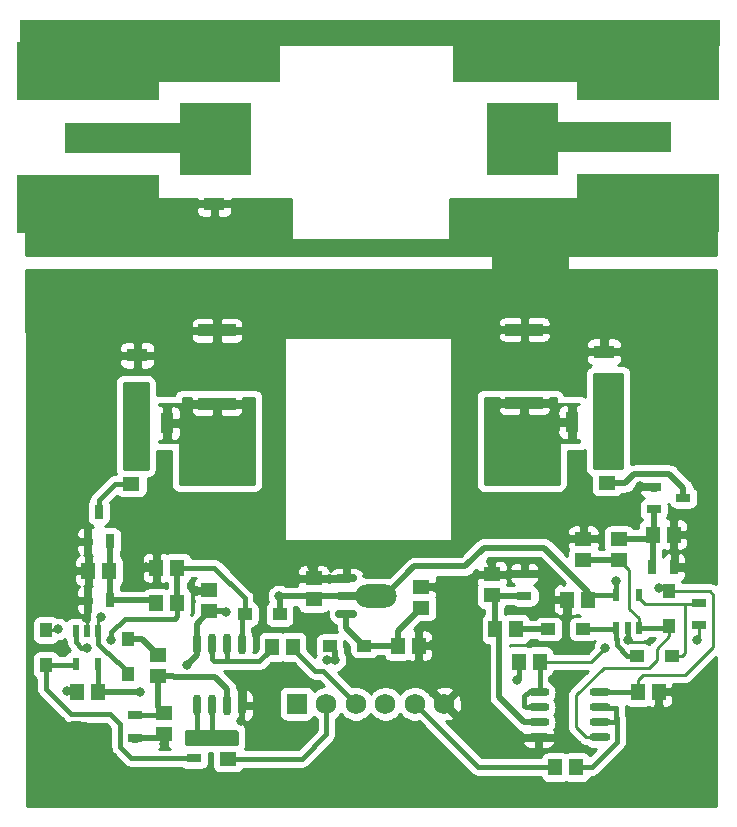
<source format=gbr>
%TF.GenerationSoftware,KiCad,Pcbnew,(5.1.4)-1*%
%TF.CreationDate,2020-11-11T00:06:55+08:00*%
%TF.ProjectId,Directional_coupler,44697265-6374-4696-9f6e-616c5f636f75,rev?*%
%TF.SameCoordinates,Original*%
%TF.FileFunction,Copper,L1,Top*%
%TF.FilePolarity,Positive*%
%FSLAX46Y46*%
G04 Gerber Fmt 4.6, Leading zero omitted, Abs format (unit mm)*
G04 Created by KiCad (PCBNEW (5.1.4)-1) date 2020-11-11 00:06:55*
%MOMM*%
%LPD*%
G04 APERTURE LIST*
%ADD10C,0.100000*%
%ADD11R,1.160000X1.470000*%
%ADD12R,1.800000X1.130000*%
%ADD13R,1.250000X1.000000*%
%ADD14O,1.800000X0.700000*%
%ADD15R,0.600000X1.100000*%
%ADD16O,1.900000X0.700000*%
%ADD17O,3.500000X2.000000*%
%ADD18O,2.100000X0.700000*%
%ADD19O,0.700000X1.800000*%
%ADD20R,1.130000X1.800000*%
%ADD21R,3.200000X1.000000*%
%ADD22R,0.700000X1.300000*%
%ADD23R,1.470000X1.160000*%
%ADD24C,0.800000*%
%ADD25R,12.000000X5.000000*%
%ADD26R,8.000000X2.500000*%
%ADD27C,1.750000*%
%ADD28R,1.750000X1.750000*%
%ADD29R,1.000000X1.250000*%
%ADD30R,1.250000X0.700000*%
%ADD31R,0.700000X1.250000*%
%ADD32C,6.000000*%
%ADD33R,1.300000X0.700000*%
%ADD34C,0.508000*%
%ADD35C,0.381000*%
%ADD36C,2.540000*%
%ADD37C,0.254000*%
%ADD38C,0.350000*%
G04 APERTURE END LIST*
D10*
G36*
X72263000Y-55372000D02*
G01*
X61849000Y-55372000D01*
X61849000Y-51689000D01*
X72263000Y-51689000D01*
X72263000Y-55372000D01*
G37*
X72263000Y-55372000D02*
X61849000Y-55372000D01*
X61849000Y-51689000D01*
X72263000Y-51689000D01*
X72263000Y-55372000D01*
G36*
X109474000Y-52324000D02*
G01*
X50292000Y-52324000D01*
X50292000Y-50165000D01*
X109474000Y-50165000D01*
X109474000Y-52324000D01*
G37*
X109474000Y-52324000D02*
X50292000Y-52324000D01*
X50292000Y-50165000D01*
X109474000Y-50165000D01*
X109474000Y-52324000D01*
G36*
X97663000Y-55372000D02*
G01*
X86995000Y-55372000D01*
X86995000Y-51689000D01*
X97663000Y-51689000D01*
X97663000Y-55372000D01*
G37*
X97663000Y-55372000D02*
X86995000Y-55372000D01*
X86995000Y-51689000D01*
X97663000Y-51689000D01*
X97663000Y-55372000D01*
G36*
X69800000Y-63200000D02*
G01*
X63832000Y-63200000D01*
X63832000Y-57200000D01*
X69800000Y-57200000D01*
X69800000Y-63200000D01*
G37*
X69800000Y-63200000D02*
X63832000Y-63200000D01*
X63832000Y-57200000D01*
X69800000Y-57200000D01*
X69800000Y-63200000D01*
G36*
X95768000Y-63200000D02*
G01*
X89800000Y-63200000D01*
X89800000Y-57200000D01*
X95768000Y-57200000D01*
X95768000Y-63200000D01*
G37*
X95768000Y-63200000D02*
X89800000Y-63200000D01*
X89800000Y-57200000D01*
X95768000Y-57200000D01*
X95768000Y-63200000D01*
D11*
X90510000Y-101750000D03*
X92290000Y-101750000D03*
D12*
X66750000Y-62760000D03*
X66750000Y-65740000D03*
D13*
X79455000Y-103169000D03*
X76505000Y-103169000D03*
D14*
X99400000Y-107095000D03*
X99400000Y-108365000D03*
X99400000Y-109635000D03*
X99400000Y-110905000D03*
X94200000Y-110905000D03*
X94200000Y-109635000D03*
X94200000Y-108365000D03*
X94200000Y-107095000D03*
D15*
X100800000Y-98850000D03*
X102700000Y-98850000D03*
X102700000Y-101650000D03*
X101750000Y-101650000D03*
X100800000Y-101650000D03*
D16*
X77930000Y-100469000D03*
D17*
X80430000Y-98969000D03*
D18*
X78030000Y-98969000D03*
D16*
X77930000Y-97469000D03*
D15*
X56930000Y-104719000D03*
X55030000Y-104719000D03*
X55030000Y-101919000D03*
X55980000Y-101919000D03*
X56930000Y-101919000D03*
D19*
X65275000Y-103019000D03*
X66545000Y-103019000D03*
X67815000Y-103019000D03*
X69085000Y-103019000D03*
X69085000Y-108219000D03*
X67815000Y-108219000D03*
X66545000Y-108219000D03*
X65275000Y-108219000D03*
D11*
X95620000Y-113450000D03*
X97400000Y-113450000D03*
X92510000Y-104500000D03*
X94290000Y-104500000D03*
D12*
X99750000Y-81240000D03*
X99750000Y-78260000D03*
D20*
X97010000Y-84250000D03*
X99990000Y-84250000D03*
D21*
X93000000Y-76400000D03*
X93000000Y-82600000D03*
X66980000Y-76469000D03*
X66980000Y-82669000D03*
D20*
X59740000Y-84319000D03*
X62720000Y-84319000D03*
D12*
X60230000Y-81559000D03*
X60230000Y-78579000D03*
D22*
X57930000Y-99319000D03*
X56030000Y-99319000D03*
D23*
X61980000Y-103929000D03*
X61980000Y-105709000D03*
X67930000Y-110979000D03*
X67930000Y-112759000D03*
D11*
X71640000Y-103269000D03*
X73420000Y-103269000D03*
D23*
X101000000Y-95890000D03*
X101000000Y-94110000D03*
D11*
X61840000Y-99569000D03*
X63620000Y-99569000D03*
D24*
X102560000Y-52703000D03*
X100560000Y-52703000D03*
X98560000Y-54481000D03*
X100560000Y-54481000D03*
X104560000Y-56259000D03*
X102560000Y-54481000D03*
X108560000Y-52703000D03*
X98560000Y-52703000D03*
X108560000Y-56259000D03*
X106560000Y-56259000D03*
X100560000Y-56259000D03*
X108560000Y-54481000D03*
X106560000Y-54481000D03*
X102560000Y-56259000D03*
X104560000Y-52703000D03*
X106560000Y-52703000D03*
X98560000Y-56259000D03*
X104560000Y-54481000D03*
X106560000Y-65657000D03*
X104560000Y-65657000D03*
X100560000Y-65657000D03*
X98560000Y-65657000D03*
X108560000Y-65657000D03*
X102560000Y-65657000D03*
X106560000Y-63879000D03*
X104560000Y-63879000D03*
X100560000Y-63879000D03*
X98560000Y-63879000D03*
X108560000Y-63879000D03*
X102560000Y-63879000D03*
X98560000Y-67435000D03*
X100560000Y-67435000D03*
X102560000Y-67435000D03*
X104560000Y-67435000D03*
X106560000Y-67435000D03*
X108560000Y-67435000D03*
D25*
X103480000Y-54469000D03*
X103480000Y-65669000D03*
D26*
X101480000Y-60069000D03*
D27*
X86230000Y-108069000D03*
X83730000Y-108069000D03*
X81230000Y-108069000D03*
X78730000Y-108069000D03*
X76230000Y-108069000D03*
D28*
X73730000Y-108069000D03*
D13*
X95025000Y-101750000D03*
X97975000Y-101750000D03*
X102525000Y-104000000D03*
X105475000Y-104000000D03*
D29*
X105250000Y-98525000D03*
X105250000Y-101475000D03*
D30*
X106450000Y-90650000D03*
X103950000Y-91600000D03*
X103950000Y-89700000D03*
D31*
X56980000Y-91819000D03*
X57930000Y-94319000D03*
X56030000Y-94319000D03*
D11*
X102610000Y-107050000D03*
X104390000Y-107050000D03*
D23*
X90250000Y-97110000D03*
X90250000Y-98890000D03*
D11*
X98390000Y-99250000D03*
X96610000Y-99250000D03*
D23*
X98000000Y-94110000D03*
X98000000Y-95890000D03*
D11*
X103860000Y-93750000D03*
X105640000Y-93750000D03*
D23*
X100000000Y-87610000D03*
X100000000Y-89390000D03*
X75150000Y-97460000D03*
X75150000Y-99240000D03*
X84250000Y-98160000D03*
X84250000Y-99940000D03*
D11*
X82270000Y-103150000D03*
X84050000Y-103150000D03*
D23*
X59730000Y-89459000D03*
X59730000Y-87679000D03*
D11*
X57870000Y-96819000D03*
X56090000Y-96819000D03*
X63620000Y-96569000D03*
X61840000Y-96569000D03*
X56870000Y-107069000D03*
X55090000Y-107069000D03*
D23*
X62530000Y-110659000D03*
X62530000Y-108879000D03*
X66330000Y-100259000D03*
X66330000Y-98479000D03*
D29*
X52480000Y-101844000D03*
X52480000Y-104794000D03*
D24*
X57056810Y-73812500D03*
X57056810Y-76187500D03*
X55000000Y-77375000D03*
X52943190Y-76187500D03*
X52943190Y-73812500D03*
X55000000Y-72625000D03*
D32*
X55000000Y-75000000D03*
D24*
X57056810Y-111312500D03*
X57056810Y-113687500D03*
X55000000Y-114875000D03*
X52943190Y-113687500D03*
X52943190Y-111312500D03*
X55000000Y-110125000D03*
D32*
X55000000Y-112500000D03*
D24*
X106814810Y-110999500D03*
X106814810Y-113374500D03*
X104758000Y-114562000D03*
X102701190Y-113374500D03*
X102701190Y-110999500D03*
X104758000Y-109812000D03*
D32*
X104758000Y-112187000D03*
D24*
X107056810Y-73812500D03*
X107056810Y-76187500D03*
X105000000Y-77375000D03*
X102943190Y-76187500D03*
X102943190Y-73812500D03*
X105000000Y-72625000D03*
D32*
X105000000Y-75000000D03*
D33*
X65000000Y-112700000D03*
X65000000Y-110800000D03*
D13*
X72275000Y-100500000D03*
X69325000Y-100500000D03*
D29*
X59480000Y-102594000D03*
X59480000Y-105544000D03*
D33*
X93000000Y-98950000D03*
X93000000Y-97050000D03*
X107800000Y-101450000D03*
X107800000Y-99550000D03*
D22*
X103800000Y-96500000D03*
X105700000Y-96500000D03*
D33*
X60000000Y-109050000D03*
X60000000Y-110950000D03*
D24*
X57013000Y-67511000D03*
X59013000Y-67511000D03*
X61013000Y-65733000D03*
X59013000Y-65733000D03*
X55013000Y-63955000D03*
X57013000Y-65733000D03*
X51013000Y-67511000D03*
X61013000Y-67511000D03*
X51013000Y-63955000D03*
X53013000Y-63955000D03*
X59013000Y-63955000D03*
X51013000Y-65733000D03*
X53013000Y-65733000D03*
X57013000Y-63955000D03*
X55013000Y-67511000D03*
X53013000Y-67511000D03*
X61013000Y-63955000D03*
X55013000Y-65733000D03*
X53013000Y-54557000D03*
X55013000Y-54557000D03*
X59013000Y-54557000D03*
X61013000Y-54557000D03*
X51013000Y-54557000D03*
X57013000Y-54557000D03*
X53013000Y-56335000D03*
X55013000Y-56335000D03*
X59013000Y-56335000D03*
X61013000Y-56335000D03*
X51013000Y-56335000D03*
X57013000Y-56335000D03*
X61013000Y-52779000D03*
X59013000Y-52779000D03*
X57013000Y-52779000D03*
X55013000Y-52779000D03*
X53013000Y-52779000D03*
X51013000Y-52779000D03*
D25*
X56093000Y-65745000D03*
X56093000Y-54545000D03*
D26*
X58093000Y-60145000D03*
D24*
X76950000Y-104350000D03*
X60430000Y-107069000D03*
X64430000Y-104769000D03*
X67700000Y-100300000D03*
X72219000Y-98969000D03*
X55980000Y-103319000D03*
X58029203Y-102688174D03*
X55000000Y-99250000D03*
X61000000Y-96500000D03*
X65250000Y-98500000D03*
X75000000Y-96500000D03*
X54250000Y-107000000D03*
X62500000Y-111500000D03*
X69000000Y-109500000D03*
X85250000Y-103000000D03*
X85500000Y-98250000D03*
X54750000Y-96750000D03*
X55000000Y-94250000D03*
X59250000Y-77000000D03*
X60250000Y-77000000D03*
X61250000Y-77000000D03*
X55876718Y-100811218D03*
X95400000Y-99250000D03*
X104400000Y-108250000D03*
X92800000Y-111050000D03*
X101775199Y-102668601D03*
X94200000Y-97050000D03*
X90200000Y-96050000D03*
X102800000Y-89650000D03*
X51400000Y-77850000D03*
X51400000Y-71850000D03*
X63500000Y-54250000D03*
X66000000Y-54250000D03*
X68500000Y-54250000D03*
X71000000Y-54250000D03*
X73500000Y-51750000D03*
X76000000Y-51750000D03*
X78500000Y-51750000D03*
X81000000Y-51750000D03*
X83500000Y-51750000D03*
X86000000Y-51750000D03*
X88500000Y-54250000D03*
X91000000Y-54250000D03*
X93500000Y-54250000D03*
X96000000Y-54250000D03*
X63500000Y-69250000D03*
X66000000Y-69250000D03*
X68500000Y-69250000D03*
X71000000Y-69250000D03*
X73500000Y-69250000D03*
X76000000Y-69250000D03*
X78500000Y-69250000D03*
X81000000Y-69250000D03*
X83500000Y-69250000D03*
X86000000Y-69250000D03*
X88500000Y-66750000D03*
X91000000Y-66750000D03*
X93500000Y-66750000D03*
X96000000Y-66750000D03*
X91000000Y-74250000D03*
X93500000Y-74250000D03*
X96000000Y-74250000D03*
X63500000Y-74250000D03*
X66000000Y-74250000D03*
X68500000Y-74250000D03*
X71000000Y-74250000D03*
X88500000Y-74250000D03*
X98500000Y-74250000D03*
X73500000Y-74250000D03*
X76000000Y-74250000D03*
X78500000Y-74250000D03*
X81000000Y-74250000D03*
X83500000Y-74250000D03*
X86000000Y-74250000D03*
X63500000Y-91750000D03*
X66000000Y-91750000D03*
X68500000Y-91750000D03*
X71000000Y-91750000D03*
X88500000Y-91750000D03*
X91000000Y-91750000D03*
X93500000Y-91750000D03*
X96000000Y-91750000D03*
X98500000Y-91750000D03*
X51400000Y-80390000D03*
X51400000Y-82930000D03*
X51400000Y-85470000D03*
X51400000Y-88010000D03*
X51400000Y-90550000D03*
X51400000Y-93090000D03*
X51400000Y-95630000D03*
X51400000Y-98170000D03*
X51400000Y-100650000D03*
X51400000Y-103250000D03*
X51400000Y-108330000D03*
X51400000Y-110870000D03*
X51400000Y-113410000D03*
X51400000Y-115950000D03*
X108500000Y-71750000D03*
X108500000Y-79370000D03*
X108500000Y-81910000D03*
X108500000Y-84450000D03*
X108500000Y-86990000D03*
X108500000Y-89530000D03*
X108500000Y-92070000D03*
X108500000Y-94610000D03*
X108500000Y-97150000D03*
X108500000Y-105450000D03*
X108500000Y-107310000D03*
X108500000Y-109850000D03*
X108500000Y-112390000D03*
X108500000Y-114930000D03*
X53940000Y-115950000D03*
X56480000Y-115950000D03*
X59020000Y-115950000D03*
X61560000Y-115950000D03*
X64100000Y-115950000D03*
X66640000Y-115950000D03*
X69180000Y-115950000D03*
X71720000Y-115950000D03*
X74260000Y-115950000D03*
X76800000Y-115950000D03*
X79340000Y-115950000D03*
X81880000Y-115950000D03*
X84420000Y-115950000D03*
X86960000Y-115950000D03*
X89500000Y-115950000D03*
X92040000Y-115950000D03*
X94580000Y-115950000D03*
X97120000Y-115950000D03*
X99660000Y-115950000D03*
X102200000Y-115950000D03*
X104740000Y-115950000D03*
X107280000Y-115950000D03*
X76300000Y-104350000D03*
X53500000Y-101750000D03*
X57143347Y-100732547D03*
X92400000Y-106050000D03*
X104400000Y-98250000D03*
X100800000Y-97649982D03*
X107600000Y-102650000D03*
X99849370Y-103316837D03*
D34*
X77921000Y-97460000D02*
X77930000Y-97469000D01*
X75150000Y-97460000D02*
X77921000Y-97460000D01*
X76950000Y-103614000D02*
X76505000Y-103169000D01*
X76950000Y-104350000D02*
X76950000Y-103614000D01*
X61980000Y-105709000D02*
X61980000Y-108179000D01*
D35*
X62390000Y-109019000D02*
X62530000Y-108879000D01*
X59730000Y-109019000D02*
X62390000Y-109019000D01*
D34*
X66808001Y-105804001D02*
X67815000Y-106811000D01*
X67815000Y-106811000D02*
X67815000Y-108219000D01*
X63318001Y-105804001D02*
X66808001Y-105804001D01*
X63223000Y-105709000D02*
X63318001Y-105804001D01*
X61980000Y-105709000D02*
X63223000Y-105709000D01*
X61980000Y-108329000D02*
X62530000Y-108879000D01*
X61980000Y-105709000D02*
X61980000Y-108329000D01*
X77930000Y-101644000D02*
X79455000Y-103169000D01*
X77930000Y-100469000D02*
X77930000Y-101644000D01*
X82251000Y-103169000D02*
X82270000Y-103150000D01*
X79455000Y-103169000D02*
X82251000Y-103169000D01*
X82270000Y-101920000D02*
X82270000Y-103150000D01*
X84250000Y-99940000D02*
X82270000Y-101920000D01*
D35*
X58599000Y-104538000D02*
X59480000Y-105419000D01*
X59480000Y-105419000D02*
X59480000Y-105544000D01*
X58474000Y-104538000D02*
X58599000Y-104538000D01*
X56930000Y-102994000D02*
X58474000Y-104538000D01*
X56930000Y-101919000D02*
X56930000Y-102994000D01*
X54955000Y-104794000D02*
X55030000Y-104719000D01*
X52480000Y-104794000D02*
X54955000Y-104794000D01*
X54605797Y-108928499D02*
X57928499Y-108928499D01*
X52480000Y-104794000D02*
X52480000Y-106802702D01*
X52480000Y-106802702D02*
X54605797Y-108928499D01*
X63969000Y-112700000D02*
X65000000Y-112700000D01*
X59721298Y-112700000D02*
X63969000Y-112700000D01*
X58778499Y-111757201D02*
X59721298Y-112700000D01*
X58778499Y-109778499D02*
X58778499Y-111757201D01*
X57928499Y-108928499D02*
X58778499Y-109778499D01*
X67930000Y-112759000D02*
X74140000Y-112759000D01*
X76230000Y-110669000D02*
X76230000Y-108069000D01*
X74140000Y-112759000D02*
X76230000Y-110669000D01*
X56930000Y-107259000D02*
X56870000Y-107319000D01*
X56930000Y-104719000D02*
X56930000Y-107259000D01*
D34*
X76630000Y-98969000D02*
X79030000Y-98969000D01*
X65275000Y-101314000D02*
X66330000Y-100259000D01*
X65275000Y-103019000D02*
X65275000Y-101314000D01*
X56870000Y-107069000D02*
X60430000Y-107069000D01*
X65275000Y-103924000D02*
X64430000Y-104769000D01*
X65275000Y-103019000D02*
X65275000Y-103924000D01*
X78030000Y-98969000D02*
X72219000Y-98969000D01*
X72275000Y-100500000D02*
X72275000Y-99025000D01*
X72275000Y-99025000D02*
X72219000Y-98969000D01*
X66330000Y-100259000D02*
X67659000Y-100259000D01*
X67659000Y-100259000D02*
X67700000Y-100300000D01*
X75421000Y-98969000D02*
X75150000Y-99240000D01*
X78030000Y-98969000D02*
X75421000Y-98969000D01*
X60645000Y-102594000D02*
X61980000Y-103929000D01*
X59480000Y-102594000D02*
X60645000Y-102594000D01*
X63620000Y-99569000D02*
X63620000Y-96569000D01*
D35*
X55499000Y-103319000D02*
X55980000Y-103319000D01*
X55030000Y-101919000D02*
X55030000Y-102850000D01*
X55030000Y-102850000D02*
X55499000Y-103319000D01*
X63620000Y-100685000D02*
X63620000Y-99569000D01*
X63429499Y-100875501D02*
X63620000Y-100685000D01*
X59173499Y-100875501D02*
X63429499Y-100875501D01*
X58029203Y-102019797D02*
X59173499Y-100875501D01*
X58029203Y-102688174D02*
X58029203Y-102019797D01*
X69325000Y-99619000D02*
X69325000Y-100500000D01*
X69325000Y-99130298D02*
X69325000Y-99619000D01*
X66763702Y-96569000D02*
X69325000Y-99130298D01*
X63620000Y-96569000D02*
X66763702Y-96569000D01*
X69085000Y-100740000D02*
X69325000Y-100500000D01*
X69085000Y-103019000D02*
X69085000Y-100740000D01*
D34*
X57930000Y-94319000D02*
X57930000Y-99319000D01*
X61590000Y-99319000D02*
X61840000Y-99569000D01*
X57930000Y-99319000D02*
X61590000Y-99319000D01*
D35*
X58614000Y-89459000D02*
X59730000Y-89459000D01*
X58334000Y-89459000D02*
X58614000Y-89459000D01*
X56980000Y-90813000D02*
X58334000Y-89459000D01*
X56980000Y-91819000D02*
X56980000Y-90813000D01*
D36*
X58093000Y-60145000D02*
X66654000Y-60145000D01*
X101480000Y-60069000D02*
X94940000Y-60069000D01*
D35*
X71640000Y-103424000D02*
X71640000Y-103269000D01*
X70573490Y-104490510D02*
X71640000Y-103424000D01*
X68005510Y-104490510D02*
X70573490Y-104490510D01*
X67815000Y-104300000D02*
X68005510Y-104490510D01*
X67815000Y-103019000D02*
X67815000Y-104300000D01*
X66735510Y-104490510D02*
X68005510Y-104490510D01*
X66545000Y-104300000D02*
X66735510Y-104490510D01*
X66545000Y-103019000D02*
X66545000Y-104300000D01*
D34*
X66654000Y-61082000D02*
X66654000Y-60145000D01*
X66230000Y-61506000D02*
X66654000Y-61082000D01*
X66230000Y-62579000D02*
X66230000Y-61506000D01*
D35*
X56098000Y-65740000D02*
X56093000Y-65745000D01*
X66750000Y-65740000D02*
X56098000Y-65740000D01*
D34*
X56030000Y-99319000D02*
X55069000Y-99319000D01*
X55069000Y-99319000D02*
X55000000Y-99250000D01*
X61840000Y-96569000D02*
X61069000Y-96569000D01*
X61069000Y-96569000D02*
X61000000Y-96500000D01*
X66330000Y-98479000D02*
X65271000Y-98479000D01*
X65271000Y-98479000D02*
X65250000Y-98500000D01*
X75150000Y-97460000D02*
X75150000Y-96650000D01*
X75150000Y-96650000D02*
X75000000Y-96500000D01*
X55090000Y-107069000D02*
X54319000Y-107069000D01*
X54319000Y-107069000D02*
X54250000Y-107000000D01*
X62530000Y-110659000D02*
X62530000Y-111470000D01*
X62530000Y-111470000D02*
X62500000Y-111500000D01*
X69085000Y-108219000D02*
X69085000Y-109415000D01*
X69085000Y-109415000D02*
X69000000Y-109500000D01*
X62239000Y-110950000D02*
X62530000Y-110659000D01*
X60000000Y-110950000D02*
X62239000Y-110950000D01*
X84050000Y-103150000D02*
X85100000Y-103150000D01*
X85100000Y-103150000D02*
X85250000Y-103000000D01*
X84250000Y-98160000D02*
X85410000Y-98160000D01*
X85410000Y-98160000D02*
X85500000Y-98250000D01*
X56090000Y-96819000D02*
X54819000Y-96819000D01*
X54819000Y-96819000D02*
X54750000Y-96750000D01*
X56030000Y-94319000D02*
X55069000Y-94319000D01*
X55069000Y-94319000D02*
X55000000Y-94250000D01*
D37*
X55980000Y-101919000D02*
X55980000Y-100914500D01*
X55980000Y-100914500D02*
X55876718Y-100811218D01*
D35*
X96610000Y-99250000D02*
X95400000Y-99250000D01*
D37*
X104390000Y-107050000D02*
X104390000Y-108240000D01*
X104390000Y-108240000D02*
X104400000Y-108250000D01*
D35*
X94200000Y-110905000D02*
X92945000Y-110905000D01*
X92945000Y-110905000D02*
X92800000Y-111050000D01*
X101750000Y-102643402D02*
X101775199Y-102668601D01*
X101750000Y-101650000D02*
X101750000Y-102643402D01*
X93000000Y-97050000D02*
X94200000Y-97050000D01*
X90250000Y-97110000D02*
X90250000Y-96100000D01*
X90250000Y-96100000D02*
X90200000Y-96050000D01*
D34*
X102850000Y-89700000D02*
X102800000Y-89650000D01*
X103950000Y-89700000D02*
X102850000Y-89700000D01*
X76300000Y-104350000D02*
X76950000Y-104350000D01*
D37*
X52480000Y-101844000D02*
X53406000Y-101844000D01*
X53406000Y-101844000D02*
X53500000Y-101750000D01*
X56930000Y-101919000D02*
X56930000Y-100945894D01*
X56930000Y-100945894D02*
X57143347Y-100732547D01*
D35*
X92510000Y-104500000D02*
X92510000Y-105940000D01*
X92510000Y-105940000D02*
X92400000Y-106050000D01*
X75317502Y-105321502D02*
X75982502Y-105321502D01*
X77855001Y-107194001D02*
X78730000Y-108069000D01*
X73420000Y-103424000D02*
X75317502Y-105321502D01*
X75982502Y-105321502D02*
X77855001Y-107194001D01*
X73420000Y-103269000D02*
X73420000Y-103424000D01*
X89111000Y-113450000D02*
X83730000Y-108069000D01*
X95620000Y-113450000D02*
X89111000Y-113450000D01*
X99600000Y-109635000D02*
X100785000Y-109635000D01*
X100785000Y-109635000D02*
X100800000Y-109620000D01*
X99685000Y-108450000D02*
X99600000Y-108365000D01*
X100800000Y-108450000D02*
X99685000Y-108450000D01*
D37*
X100808010Y-109458010D02*
X100800000Y-109450000D01*
X100808010Y-111260399D02*
X100808010Y-109458010D01*
X98618409Y-113450000D02*
X100808010Y-111260399D01*
X97400000Y-113450000D02*
X98618409Y-113450000D01*
D35*
X100800000Y-109620000D02*
X100800000Y-109450000D01*
X98361000Y-113450000D02*
X97400000Y-113450000D01*
X98708211Y-113450000D02*
X98361000Y-113450000D01*
X100871510Y-111286701D02*
X98708211Y-113450000D01*
X100871510Y-109321510D02*
X100871510Y-111286701D01*
X100800000Y-109250000D02*
X100871510Y-109321510D01*
X100800000Y-109250000D02*
X100800000Y-108450000D01*
X100800000Y-109450000D02*
X100800000Y-109250000D01*
X102015000Y-107095000D02*
X102610000Y-106500000D01*
X99400000Y-107095000D02*
X102015000Y-107095000D01*
X98790000Y-98850000D02*
X98390000Y-99250000D01*
X100800000Y-98850000D02*
X98790000Y-98850000D01*
X104975000Y-98250000D02*
X105250000Y-98525000D01*
X104400000Y-98250000D02*
X104975000Y-98250000D01*
X100800000Y-98850000D02*
X100800000Y-97649982D01*
D37*
X102610000Y-107050000D02*
X102610000Y-106040000D01*
X103006988Y-105643012D02*
X106606988Y-105643012D01*
X102610000Y-106040000D02*
X103006988Y-105643012D01*
X106606988Y-105643012D02*
X109000000Y-103250000D01*
X106004000Y-98525000D02*
X105250000Y-98525000D01*
X108689402Y-98525000D02*
X106004000Y-98525000D01*
X109000000Y-98835598D02*
X108689402Y-98525000D01*
X109000000Y-103250000D02*
X109000000Y-98835598D01*
D34*
X98390000Y-98571998D02*
X98390000Y-99250000D01*
X80430000Y-98969000D02*
X81180000Y-98969000D01*
X81180000Y-98969000D02*
X83699000Y-96450000D01*
X83699000Y-96450000D02*
X88000000Y-96450000D01*
X88000000Y-96450000D02*
X89600000Y-94850000D01*
X89600000Y-94850000D02*
X94668002Y-94850000D01*
X94668002Y-94850000D02*
X98390000Y-98571998D01*
X100000000Y-81490000D02*
X99750000Y-81240000D01*
X100000000Y-87610000D02*
X100000000Y-81490000D01*
X105272998Y-88614998D02*
X106450000Y-89792000D01*
X106450000Y-89792000D02*
X106450000Y-90650000D01*
X102303198Y-88614998D02*
X105272998Y-88614998D01*
X101528196Y-89390000D02*
X102303198Y-88614998D01*
X100000000Y-89390000D02*
X101528196Y-89390000D01*
X103500000Y-94110000D02*
X103860000Y-93750000D01*
X101000000Y-94110000D02*
X103500000Y-94110000D01*
X103860000Y-96440000D02*
X103800000Y-96500000D01*
X103860000Y-93750000D02*
X103860000Y-96440000D01*
X103950000Y-93660000D02*
X103860000Y-93750000D01*
X103950000Y-91600000D02*
X103950000Y-93660000D01*
X98000000Y-95890000D02*
X101000000Y-95890000D01*
D35*
X105075000Y-101650000D02*
X105250000Y-101475000D01*
D37*
X101891999Y-96781999D02*
X101000000Y-95890000D01*
X101891999Y-100037999D02*
X101891999Y-96781999D01*
X102700000Y-100846000D02*
X101891999Y-100037999D01*
X102700000Y-101650000D02*
X102700000Y-100846000D01*
X98246000Y-110905000D02*
X97400000Y-110059000D01*
X99400000Y-110905000D02*
X98246000Y-110905000D01*
X103556401Y-105008001D02*
X104200000Y-104364402D01*
X99723590Y-105008001D02*
X103556401Y-105008001D01*
X97400000Y-107331591D02*
X99723590Y-105008001D01*
X97400000Y-110059000D02*
X97400000Y-107331591D01*
D35*
X104200000Y-101650000D02*
X105075000Y-101650000D01*
X102700000Y-101650000D02*
X104200000Y-101650000D01*
D37*
X104200000Y-103404000D02*
X104200000Y-104050000D01*
X105250000Y-102354000D02*
X104200000Y-103404000D01*
X105250000Y-101475000D02*
X105250000Y-102354000D01*
X104200000Y-104364402D02*
X104200000Y-104050000D01*
D34*
X90310000Y-98950000D02*
X90250000Y-98890000D01*
X93000000Y-98950000D02*
X90310000Y-98950000D01*
X92992000Y-109635000D02*
X94400000Y-109635000D01*
X90860000Y-107503000D02*
X92992000Y-109635000D01*
X90860000Y-101750000D02*
X90860000Y-107503000D01*
X90510000Y-99150000D02*
X90250000Y-98890000D01*
X90510000Y-101750000D02*
X90510000Y-99150000D01*
D35*
X100700000Y-101750000D02*
X100800000Y-101650000D01*
X97975000Y-101750000D02*
X100700000Y-101750000D01*
X102525000Y-104000000D02*
X101668774Y-104000000D01*
X101668774Y-104000000D02*
X100803697Y-103134923D01*
X100800000Y-102581000D02*
X100800000Y-101650000D01*
X100803697Y-102584697D02*
X100800000Y-102581000D01*
X100803697Y-103134923D02*
X100803697Y-102584697D01*
D37*
X107991999Y-99658001D02*
X108000000Y-99650000D01*
X102700000Y-99100000D02*
X103258001Y-99658001D01*
X102700000Y-98850000D02*
X102700000Y-99100000D01*
X106591999Y-103762001D02*
X106591999Y-99658001D01*
X106354000Y-104000000D02*
X106591999Y-103762001D01*
X105475000Y-104000000D02*
X106354000Y-104000000D01*
X103258001Y-99658001D02*
X106591999Y-99658001D01*
X106591999Y-99658001D02*
X107991999Y-99658001D01*
D34*
X92640000Y-101750000D02*
X95025000Y-101750000D01*
D35*
X65275000Y-110525000D02*
X65000000Y-110800000D01*
X65275000Y-108219000D02*
X65275000Y-110525000D01*
X66545000Y-108219000D02*
X66545000Y-110795000D01*
X94290000Y-104500000D02*
X94290000Y-106985000D01*
X94200000Y-108365000D02*
X93115000Y-108365000D01*
X93115000Y-108365000D02*
X93000000Y-108250000D01*
X93000000Y-108250000D02*
X93000000Y-107450000D01*
X93355000Y-107095000D02*
X94200000Y-107095000D01*
X93000000Y-107450000D02*
X93355000Y-107095000D01*
D37*
X107800000Y-101450000D02*
X107800000Y-102450000D01*
X107800000Y-102450000D02*
X107600000Y-102650000D01*
X98666207Y-104500000D02*
X99849370Y-103316837D01*
X94290000Y-104500000D02*
X98666207Y-104500000D01*
G36*
X65215000Y-65358250D02*
G01*
X65373750Y-65517000D01*
X66527000Y-65517000D01*
X66527000Y-65497000D01*
X66973000Y-65497000D01*
X66973000Y-65517000D01*
X68126250Y-65517000D01*
X68285000Y-65358250D01*
X68285742Y-65314000D01*
X73279000Y-65314000D01*
X73279000Y-68691000D01*
X73281440Y-68715776D01*
X73288667Y-68739601D01*
X73300403Y-68761557D01*
X73316197Y-68780803D01*
X73335443Y-68796597D01*
X73357399Y-68808333D01*
X73381224Y-68815560D01*
X73406000Y-68818000D01*
X86614000Y-68818000D01*
X86638776Y-68815560D01*
X86662601Y-68808333D01*
X86684557Y-68796597D01*
X86703803Y-68780803D01*
X86719597Y-68761557D01*
X86731333Y-68739601D01*
X86738560Y-68715776D01*
X86741000Y-68691000D01*
X86741000Y-65314000D01*
X109215001Y-65314000D01*
X109215001Y-70060000D01*
X96758000Y-70060000D01*
X96733224Y-70062440D01*
X96709399Y-70069667D01*
X96687443Y-70081403D01*
X96668197Y-70097197D01*
X96652403Y-70116443D01*
X96640667Y-70138399D01*
X96633440Y-70162224D01*
X96631000Y-70187000D01*
X96631000Y-71187000D01*
X96633440Y-71211776D01*
X96640667Y-71235601D01*
X96652403Y-71257557D01*
X96668197Y-71276803D01*
X96687443Y-71292597D01*
X96709399Y-71304333D01*
X96733224Y-71311560D01*
X96758000Y-71314000D01*
X109215001Y-71314000D01*
X109215000Y-97970592D01*
X109114794Y-97888355D01*
X108982417Y-97817598D01*
X108838780Y-97774026D01*
X108726828Y-97763000D01*
X108726825Y-97763000D01*
X108689402Y-97759314D01*
X108651979Y-97763000D01*
X106372015Y-97763000D01*
X106355015Y-97706961D01*
X106413150Y-97674650D01*
X106508526Y-97593722D01*
X106586282Y-97495742D01*
X106643428Y-97384475D01*
X106677770Y-97264198D01*
X106687986Y-97139532D01*
X106685000Y-96881750D01*
X106526250Y-96723000D01*
X105923000Y-96723000D01*
X105923000Y-96743000D01*
X105477000Y-96743000D01*
X105477000Y-96723000D01*
X105457000Y-96723000D01*
X105457000Y-96277000D01*
X105477000Y-96277000D01*
X105477000Y-95373750D01*
X105923000Y-95373750D01*
X105923000Y-96277000D01*
X106526250Y-96277000D01*
X106685000Y-96118250D01*
X106687986Y-95860468D01*
X106677770Y-95735802D01*
X106643428Y-95615525D01*
X106586282Y-95504258D01*
X106508526Y-95406278D01*
X106413150Y-95325350D01*
X106303818Y-95264584D01*
X106184732Y-95226315D01*
X106081750Y-95215000D01*
X105923000Y-95373750D01*
X105477000Y-95373750D01*
X105318250Y-95215000D01*
X105215268Y-95226315D01*
X105096182Y-95264584D01*
X104986850Y-95325350D01*
X104891474Y-95406278D01*
X104813718Y-95504258D01*
X104756572Y-95615525D01*
X104749723Y-95639513D01*
X104749000Y-95637131D01*
X104749000Y-95039854D01*
X104750000Y-95039320D01*
X104815820Y-95074502D01*
X104935518Y-95110812D01*
X105060000Y-95123072D01*
X105258250Y-95120000D01*
X105417000Y-94961250D01*
X105417000Y-93973000D01*
X105863000Y-93973000D01*
X105863000Y-94961250D01*
X106021750Y-95120000D01*
X106220000Y-95123072D01*
X106344482Y-95110812D01*
X106464180Y-95074502D01*
X106574494Y-95015537D01*
X106671185Y-94936185D01*
X106750537Y-94839494D01*
X106809502Y-94729180D01*
X106845812Y-94609482D01*
X106858072Y-94485000D01*
X106855000Y-94131750D01*
X106696250Y-93973000D01*
X105863000Y-93973000D01*
X105417000Y-93973000D01*
X105397000Y-93973000D01*
X105397000Y-93527000D01*
X105417000Y-93527000D01*
X105417000Y-92538750D01*
X105863000Y-92538750D01*
X105863000Y-93527000D01*
X106696250Y-93527000D01*
X106855000Y-93368250D01*
X106858072Y-93015000D01*
X106845812Y-92890518D01*
X106809502Y-92770820D01*
X106750537Y-92660506D01*
X106671185Y-92563815D01*
X106574494Y-92484463D01*
X106464180Y-92425498D01*
X106344482Y-92389188D01*
X106220000Y-92376928D01*
X106021750Y-92380000D01*
X105863000Y-92538750D01*
X105417000Y-92538750D01*
X105258250Y-92380000D01*
X105060000Y-92376928D01*
X105044869Y-92378418D01*
X105105537Y-92304494D01*
X105164502Y-92194180D01*
X105200812Y-92074482D01*
X105213072Y-91950000D01*
X105213072Y-91250000D01*
X105201442Y-91131911D01*
X105235498Y-91244180D01*
X105294463Y-91354494D01*
X105373815Y-91451185D01*
X105470506Y-91530537D01*
X105580820Y-91589502D01*
X105700518Y-91625812D01*
X105825000Y-91638072D01*
X107075000Y-91638072D01*
X107199482Y-91625812D01*
X107319180Y-91589502D01*
X107429494Y-91530537D01*
X107526185Y-91451185D01*
X107605537Y-91354494D01*
X107664502Y-91244180D01*
X107700812Y-91124482D01*
X107713072Y-91000000D01*
X107713072Y-90300000D01*
X107700812Y-90175518D01*
X107664502Y-90055820D01*
X107605537Y-89945506D01*
X107526185Y-89848815D01*
X107429494Y-89769463D01*
X107336168Y-89719578D01*
X107329406Y-89650924D01*
X107326136Y-89617724D01*
X107275302Y-89450147D01*
X107270039Y-89440301D01*
X107192753Y-89295709D01*
X107081659Y-89160341D01*
X107047743Y-89132507D01*
X105932497Y-88017262D01*
X105904657Y-87983339D01*
X105769289Y-87872245D01*
X105614849Y-87789695D01*
X105447272Y-87738862D01*
X105316665Y-87725998D01*
X105316658Y-87725998D01*
X105272998Y-87721698D01*
X105229338Y-87725998D01*
X102346857Y-87725998D01*
X102303197Y-87721698D01*
X102259537Y-87725998D01*
X102259531Y-87725998D01*
X102162122Y-87735592D01*
X102128922Y-87738862D01*
X102035000Y-87767353D01*
X102035000Y-80050000D01*
X102022799Y-79926118D01*
X101986664Y-79806996D01*
X101927983Y-79697213D01*
X101849013Y-79600987D01*
X101752787Y-79522017D01*
X101643004Y-79463336D01*
X101523882Y-79427201D01*
X101400000Y-79415000D01*
X100892538Y-79415000D01*
X100894180Y-79414502D01*
X101004494Y-79355537D01*
X101101185Y-79276185D01*
X101180537Y-79179494D01*
X101239502Y-79069180D01*
X101275812Y-78949482D01*
X101288072Y-78825000D01*
X101285000Y-78641750D01*
X101126250Y-78483000D01*
X99973000Y-78483000D01*
X99973000Y-78503000D01*
X99527000Y-78503000D01*
X99527000Y-78483000D01*
X98373750Y-78483000D01*
X98215000Y-78641750D01*
X98211928Y-78825000D01*
X98224188Y-78949482D01*
X98260498Y-79069180D01*
X98319463Y-79179494D01*
X98398815Y-79276185D01*
X98495506Y-79355537D01*
X98605820Y-79414502D01*
X98661900Y-79431514D01*
X98556996Y-79463336D01*
X98447213Y-79522017D01*
X98350987Y-79600987D01*
X98272017Y-79697213D01*
X98213336Y-79806996D01*
X98177201Y-79926118D01*
X98165000Y-80050000D01*
X98165000Y-82075660D01*
X98122787Y-82041017D01*
X98013004Y-81982337D01*
X97893883Y-81946201D01*
X97770000Y-81934000D01*
X96389426Y-81933999D01*
X96356664Y-81825996D01*
X96297983Y-81716213D01*
X96219013Y-81619987D01*
X96122787Y-81541017D01*
X96013004Y-81482336D01*
X95893882Y-81446201D01*
X95770000Y-81434000D01*
X89520001Y-81434000D01*
X89396119Y-81446201D01*
X89276997Y-81482336D01*
X89167214Y-81541017D01*
X89070988Y-81619987D01*
X88992018Y-81716213D01*
X88933338Y-81825996D01*
X88897202Y-81945118D01*
X88885001Y-82069000D01*
X88885000Y-89568999D01*
X88897201Y-89692881D01*
X88933336Y-89812003D01*
X88992017Y-89921786D01*
X89070987Y-90018012D01*
X89167213Y-90096982D01*
X89276996Y-90155662D01*
X89396118Y-90191798D01*
X89520000Y-90203999D01*
X96020001Y-90204000D01*
X96143883Y-90191799D01*
X96263005Y-90155664D01*
X96372788Y-90096983D01*
X96469014Y-90018013D01*
X96547984Y-89921787D01*
X96606665Y-89812004D01*
X96642800Y-89692882D01*
X96655001Y-89569000D01*
X96655001Y-86704000D01*
X97770000Y-86704001D01*
X97893882Y-86691800D01*
X98013004Y-86655665D01*
X98122787Y-86596984D01*
X98165000Y-86562341D01*
X98165000Y-88250000D01*
X98177201Y-88373882D01*
X98213336Y-88493004D01*
X98272017Y-88602787D01*
X98350987Y-88699013D01*
X98447213Y-88777983D01*
X98556996Y-88836664D01*
X98626928Y-88857877D01*
X98626928Y-89970000D01*
X98639188Y-90094482D01*
X98675498Y-90214180D01*
X98734463Y-90324494D01*
X98813815Y-90421185D01*
X98910506Y-90500537D01*
X99020820Y-90559502D01*
X99140518Y-90595812D01*
X99265000Y-90608072D01*
X100735000Y-90608072D01*
X100859482Y-90595812D01*
X100979180Y-90559502D01*
X101089494Y-90500537D01*
X101186185Y-90421185D01*
X101265537Y-90324494D01*
X101289854Y-90279000D01*
X101484536Y-90279000D01*
X101528196Y-90283300D01*
X101571856Y-90279000D01*
X101571863Y-90279000D01*
X101702470Y-90266136D01*
X101870047Y-90215303D01*
X102024487Y-90132753D01*
X102159855Y-90021659D01*
X102187695Y-89987736D01*
X102671433Y-89503998D01*
X104193000Y-89503998D01*
X104193000Y-89923000D01*
X104173000Y-89923000D01*
X104173000Y-89943000D01*
X103727000Y-89943000D01*
X103727000Y-89923000D01*
X102848750Y-89923000D01*
X102690000Y-90081750D01*
X102701374Y-90185003D01*
X102739694Y-90304073D01*
X102800508Y-90413378D01*
X102881477Y-90508720D01*
X102979491Y-90586432D01*
X103090783Y-90643530D01*
X103114484Y-90650286D01*
X103080820Y-90660498D01*
X102970506Y-90719463D01*
X102873815Y-90798815D01*
X102794463Y-90895506D01*
X102735498Y-91005820D01*
X102699188Y-91125518D01*
X102686928Y-91250000D01*
X102686928Y-91950000D01*
X102699188Y-92074482D01*
X102735498Y-92194180D01*
X102794463Y-92304494D01*
X102873815Y-92401185D01*
X102955654Y-92468348D01*
X102925506Y-92484463D01*
X102828815Y-92563815D01*
X102749463Y-92660506D01*
X102690498Y-92770820D01*
X102654188Y-92890518D01*
X102641928Y-93015000D01*
X102641928Y-93221000D01*
X102289854Y-93221000D01*
X102265537Y-93175506D01*
X102186185Y-93078815D01*
X102089494Y-92999463D01*
X101979180Y-92940498D01*
X101859482Y-92904188D01*
X101735000Y-92891928D01*
X100265000Y-92891928D01*
X100140518Y-92904188D01*
X100020820Y-92940498D01*
X99910506Y-92999463D01*
X99813815Y-93078815D01*
X99734463Y-93175506D01*
X99675498Y-93285820D01*
X99639188Y-93405518D01*
X99626928Y-93530000D01*
X99626928Y-94690000D01*
X99639188Y-94814482D01*
X99675498Y-94934180D01*
X99710680Y-95000000D01*
X99710146Y-95001000D01*
X99289854Y-95001000D01*
X99289320Y-95000000D01*
X99324502Y-94934180D01*
X99360812Y-94814482D01*
X99373072Y-94690000D01*
X99370000Y-94491750D01*
X99211250Y-94333000D01*
X98223000Y-94333000D01*
X98223000Y-94353000D01*
X97777000Y-94353000D01*
X97777000Y-94333000D01*
X96788750Y-94333000D01*
X96630000Y-94491750D01*
X96626928Y-94690000D01*
X96639188Y-94814482D01*
X96675498Y-94934180D01*
X96710680Y-95000000D01*
X96675498Y-95065820D01*
X96639188Y-95185518D01*
X96626928Y-95310000D01*
X96626928Y-95551691D01*
X95327501Y-94252264D01*
X95299661Y-94218341D01*
X95164293Y-94107247D01*
X95009853Y-94024697D01*
X94842276Y-93973864D01*
X94711669Y-93961000D01*
X94711662Y-93961000D01*
X94668002Y-93956700D01*
X94624342Y-93961000D01*
X89643660Y-93961000D01*
X89600000Y-93956700D01*
X89556340Y-93961000D01*
X89556333Y-93961000D01*
X89442325Y-93972229D01*
X89425725Y-93973864D01*
X89414893Y-93977150D01*
X89258149Y-94024697D01*
X89103709Y-94107247D01*
X88968341Y-94218341D01*
X88940506Y-94252258D01*
X87631765Y-95561000D01*
X83742660Y-95561000D01*
X83699000Y-95556700D01*
X83655340Y-95561000D01*
X83655333Y-95561000D01*
X83541325Y-95572229D01*
X83524725Y-95573864D01*
X83497667Y-95582072D01*
X83357149Y-95624697D01*
X83202709Y-95707247D01*
X83067341Y-95818341D01*
X83039506Y-95852258D01*
X81526289Y-97365475D01*
X81500516Y-97357657D01*
X81260322Y-97334000D01*
X79599678Y-97334000D01*
X79515000Y-97342340D01*
X79515000Y-97245998D01*
X79325590Y-97245998D01*
X79442728Y-97098658D01*
X79384185Y-96930184D01*
X79262654Y-96773894D01*
X79112968Y-96644317D01*
X78940879Y-96546432D01*
X78753000Y-96484000D01*
X78153000Y-96484000D01*
X78153000Y-97246000D01*
X78173000Y-97246000D01*
X78173000Y-97692000D01*
X78153000Y-97692000D01*
X78153000Y-97712000D01*
X77707000Y-97712000D01*
X77707000Y-97692000D01*
X76534412Y-97692000D01*
X76461704Y-97783454D01*
X76361250Y-97683000D01*
X75373000Y-97683000D01*
X75373000Y-97703000D01*
X74927000Y-97703000D01*
X74927000Y-97683000D01*
X73938750Y-97683000D01*
X73780000Y-97841750D01*
X73776928Y-98040000D01*
X73780868Y-98080000D01*
X72751468Y-98080000D01*
X72709256Y-98051795D01*
X72520898Y-97973774D01*
X72320939Y-97934000D01*
X72117061Y-97934000D01*
X71917102Y-97973774D01*
X71728744Y-98051795D01*
X71559226Y-98165063D01*
X71415063Y-98309226D01*
X71301795Y-98478744D01*
X71223774Y-98667102D01*
X71184000Y-98867061D01*
X71184000Y-99070939D01*
X71223774Y-99270898D01*
X71301795Y-99459256D01*
X71305165Y-99464300D01*
X71295506Y-99469463D01*
X71198815Y-99548815D01*
X71119463Y-99645506D01*
X71060498Y-99755820D01*
X71024188Y-99875518D01*
X71011928Y-100000000D01*
X71011928Y-101000000D01*
X71024188Y-101124482D01*
X71060498Y-101244180D01*
X71119463Y-101354494D01*
X71198815Y-101451185D01*
X71295506Y-101530537D01*
X71405820Y-101589502D01*
X71525518Y-101625812D01*
X71650000Y-101638072D01*
X72900000Y-101638072D01*
X73024482Y-101625812D01*
X73144180Y-101589502D01*
X73254494Y-101530537D01*
X73351185Y-101451185D01*
X73430537Y-101354494D01*
X73489502Y-101244180D01*
X73525812Y-101124482D01*
X73538072Y-101000000D01*
X73538072Y-100000000D01*
X73525812Y-99875518D01*
X73520498Y-99858000D01*
X73780671Y-99858000D01*
X73789188Y-99944482D01*
X73825498Y-100064180D01*
X73884463Y-100174494D01*
X73963815Y-100271185D01*
X74060506Y-100350537D01*
X74170820Y-100409502D01*
X74290518Y-100445812D01*
X74415000Y-100458072D01*
X75885000Y-100458072D01*
X76009482Y-100445812D01*
X76129180Y-100409502D01*
X76239494Y-100350537D01*
X76336185Y-100271185D01*
X76375051Y-100223826D01*
X76359253Y-100275906D01*
X76340235Y-100469000D01*
X76359253Y-100662094D01*
X76415576Y-100847767D01*
X76507040Y-101018884D01*
X76630130Y-101168870D01*
X76780116Y-101291960D01*
X76951233Y-101383424D01*
X77041001Y-101410655D01*
X77041001Y-101600331D01*
X77036700Y-101644000D01*
X77053864Y-101818274D01*
X77104698Y-101985852D01*
X77128792Y-102030928D01*
X75880000Y-102030928D01*
X75755518Y-102043188D01*
X75635820Y-102079498D01*
X75525506Y-102138463D01*
X75428815Y-102217815D01*
X75349463Y-102314506D01*
X75290498Y-102424820D01*
X75254188Y-102544518D01*
X75241928Y-102669000D01*
X75241928Y-103669000D01*
X75254188Y-103793482D01*
X75290498Y-103913180D01*
X75330028Y-103987134D01*
X75304774Y-104048102D01*
X75289305Y-104125872D01*
X74638072Y-103474640D01*
X74638072Y-102534000D01*
X74625812Y-102409518D01*
X74589502Y-102289820D01*
X74530537Y-102179506D01*
X74451185Y-102082815D01*
X74354494Y-102003463D01*
X74244180Y-101944498D01*
X74124482Y-101908188D01*
X74000000Y-101895928D01*
X72840000Y-101895928D01*
X72715518Y-101908188D01*
X72595820Y-101944498D01*
X72530000Y-101979680D01*
X72464180Y-101944498D01*
X72344482Y-101908188D01*
X72220000Y-101895928D01*
X71060000Y-101895928D01*
X70935518Y-101908188D01*
X70815820Y-101944498D01*
X70705506Y-102003463D01*
X70608815Y-102082815D01*
X70529463Y-102179506D01*
X70470498Y-102289820D01*
X70434188Y-102409518D01*
X70421928Y-102534000D01*
X70421928Y-103474639D01*
X70231558Y-103665010D01*
X70065309Y-103665010D01*
X70070000Y-103617380D01*
X70070000Y-102420620D01*
X70055747Y-102275906D01*
X69999424Y-102090233D01*
X69910500Y-101923868D01*
X69910500Y-101638072D01*
X69950000Y-101638072D01*
X70074482Y-101625812D01*
X70194180Y-101589502D01*
X70304494Y-101530537D01*
X70401185Y-101451185D01*
X70480537Y-101354494D01*
X70539502Y-101244180D01*
X70575812Y-101124482D01*
X70588072Y-101000000D01*
X70588072Y-100000000D01*
X70575812Y-99875518D01*
X70539502Y-99755820D01*
X70480537Y-99645506D01*
X70401185Y-99548815D01*
X70304494Y-99469463D01*
X70194180Y-99410498D01*
X70150500Y-99397248D01*
X70150500Y-99170840D01*
X70154493Y-99130297D01*
X70150500Y-99089754D01*
X70150500Y-99089745D01*
X70138556Y-98968472D01*
X70091353Y-98812864D01*
X70014699Y-98669456D01*
X69911541Y-98543757D01*
X69880041Y-98517906D01*
X68242135Y-96880000D01*
X73776928Y-96880000D01*
X73780000Y-97078250D01*
X73938750Y-97237000D01*
X74927000Y-97237000D01*
X74927000Y-96403750D01*
X75373000Y-96403750D01*
X75373000Y-97237000D01*
X76361250Y-97237000D01*
X76453732Y-97144518D01*
X76534412Y-97246000D01*
X77707000Y-97246000D01*
X77707000Y-96484000D01*
X77107000Y-96484000D01*
X76919121Y-96546432D01*
X76747032Y-96644317D01*
X76597346Y-96773894D01*
X76522146Y-96870601D01*
X76510812Y-96755518D01*
X76474502Y-96635820D01*
X76415537Y-96525506D01*
X76336185Y-96428815D01*
X76239494Y-96349463D01*
X76129180Y-96290498D01*
X76009482Y-96254188D01*
X75885000Y-96241928D01*
X75531750Y-96245000D01*
X75373000Y-96403750D01*
X74927000Y-96403750D01*
X74768250Y-96245000D01*
X74415000Y-96241928D01*
X74290518Y-96254188D01*
X74170820Y-96290498D01*
X74060506Y-96349463D01*
X73963815Y-96428815D01*
X73884463Y-96525506D01*
X73825498Y-96635820D01*
X73789188Y-96755518D01*
X73776928Y-96880000D01*
X68242135Y-96880000D01*
X67376100Y-96013966D01*
X67350243Y-95982459D01*
X67224544Y-95879301D01*
X67081136Y-95802647D01*
X66925528Y-95755444D01*
X66804255Y-95743500D01*
X66804252Y-95743500D01*
X66763702Y-95739506D01*
X66723152Y-95743500D01*
X64829159Y-95743500D01*
X64825812Y-95709518D01*
X64789502Y-95589820D01*
X64730537Y-95479506D01*
X64651185Y-95382815D01*
X64554494Y-95303463D01*
X64444180Y-95244498D01*
X64324482Y-95208188D01*
X64200000Y-95195928D01*
X63040000Y-95195928D01*
X62915518Y-95208188D01*
X62795820Y-95244498D01*
X62730000Y-95279680D01*
X62664180Y-95244498D01*
X62544482Y-95208188D01*
X62420000Y-95195928D01*
X62221750Y-95199000D01*
X62063000Y-95357750D01*
X62063000Y-96346000D01*
X62083000Y-96346000D01*
X62083000Y-96792000D01*
X62063000Y-96792000D01*
X62063000Y-97780250D01*
X62221750Y-97939000D01*
X62420000Y-97942072D01*
X62544482Y-97929812D01*
X62664180Y-97893502D01*
X62730000Y-97858320D01*
X62731001Y-97858855D01*
X62731000Y-98279145D01*
X62730000Y-98279680D01*
X62664180Y-98244498D01*
X62544482Y-98208188D01*
X62420000Y-98195928D01*
X61260000Y-98195928D01*
X61135518Y-98208188D01*
X61015820Y-98244498D01*
X60905506Y-98303463D01*
X60808815Y-98382815D01*
X60770091Y-98430000D01*
X58871073Y-98430000D01*
X58869502Y-98424820D01*
X58819000Y-98330339D01*
X58819000Y-98072632D01*
X58901185Y-98005185D01*
X58980537Y-97908494D01*
X59039502Y-97798180D01*
X59075812Y-97678482D01*
X59088072Y-97554000D01*
X59088072Y-97304000D01*
X60621928Y-97304000D01*
X60634188Y-97428482D01*
X60670498Y-97548180D01*
X60729463Y-97658494D01*
X60808815Y-97755185D01*
X60905506Y-97834537D01*
X61015820Y-97893502D01*
X61135518Y-97929812D01*
X61260000Y-97942072D01*
X61458250Y-97939000D01*
X61617000Y-97780250D01*
X61617000Y-96792000D01*
X60783750Y-96792000D01*
X60625000Y-96950750D01*
X60621928Y-97304000D01*
X59088072Y-97304000D01*
X59088072Y-96084000D01*
X59075812Y-95959518D01*
X59039502Y-95839820D01*
X59036392Y-95834000D01*
X60621928Y-95834000D01*
X60625000Y-96187250D01*
X60783750Y-96346000D01*
X61617000Y-96346000D01*
X61617000Y-95357750D01*
X61458250Y-95199000D01*
X61260000Y-95195928D01*
X61135518Y-95208188D01*
X61015820Y-95244498D01*
X60905506Y-95303463D01*
X60808815Y-95382815D01*
X60729463Y-95479506D01*
X60670498Y-95589820D01*
X60634188Y-95709518D01*
X60621928Y-95834000D01*
X59036392Y-95834000D01*
X58980537Y-95729506D01*
X58901185Y-95632815D01*
X58819000Y-95565368D01*
X58819000Y-95282661D01*
X58869502Y-95188180D01*
X58905812Y-95068482D01*
X58918072Y-94944000D01*
X58918072Y-93694000D01*
X58905812Y-93569518D01*
X58869502Y-93449820D01*
X58810537Y-93339506D01*
X58731185Y-93242815D01*
X58634494Y-93163463D01*
X58524180Y-93104498D01*
X58404482Y-93068188D01*
X58280000Y-93055928D01*
X57580000Y-93055928D01*
X57461911Y-93067558D01*
X57574180Y-93033502D01*
X57684494Y-92974537D01*
X57781185Y-92895185D01*
X57860537Y-92798494D01*
X57919502Y-92688180D01*
X57955812Y-92568482D01*
X57968072Y-92444000D01*
X57968072Y-91194000D01*
X57955812Y-91069518D01*
X57940707Y-91019725D01*
X58510654Y-90449778D01*
X58543815Y-90490185D01*
X58640506Y-90569537D01*
X58750820Y-90628502D01*
X58870518Y-90664812D01*
X58995000Y-90677072D01*
X60465000Y-90677072D01*
X60589482Y-90664812D01*
X60709180Y-90628502D01*
X60819494Y-90569537D01*
X60916185Y-90490185D01*
X60995537Y-90393494D01*
X61054502Y-90283180D01*
X61090812Y-90163482D01*
X61103072Y-90039000D01*
X61103072Y-88954000D01*
X61230000Y-88954000D01*
X61353882Y-88941799D01*
X61473004Y-88905664D01*
X61582787Y-88846983D01*
X61679013Y-88768013D01*
X61757983Y-88671787D01*
X61816664Y-88562004D01*
X61852799Y-88442882D01*
X61865000Y-88319000D01*
X61865000Y-86692674D01*
X61980000Y-86704000D01*
X63095000Y-86704000D01*
X63095000Y-89569000D01*
X63107201Y-89692882D01*
X63143336Y-89812004D01*
X63202017Y-89921787D01*
X63280987Y-90018013D01*
X63377213Y-90096983D01*
X63486996Y-90155664D01*
X63606118Y-90191799D01*
X63730000Y-90204000D01*
X70230000Y-90204000D01*
X70353882Y-90191799D01*
X70473004Y-90155664D01*
X70582787Y-90096983D01*
X70679013Y-90018013D01*
X70757983Y-89921787D01*
X70816664Y-89812004D01*
X70852799Y-89692882D01*
X70865000Y-89569000D01*
X70865000Y-82069000D01*
X70852799Y-81945118D01*
X70816664Y-81825996D01*
X70757983Y-81716213D01*
X70679013Y-81619987D01*
X70582787Y-81541017D01*
X70473004Y-81482336D01*
X70353882Y-81446201D01*
X70230000Y-81434000D01*
X63980000Y-81434000D01*
X63856118Y-81446201D01*
X63736996Y-81482336D01*
X63627213Y-81541017D01*
X63530987Y-81619987D01*
X63452017Y-81716213D01*
X63393336Y-81825996D01*
X63360574Y-81934000D01*
X61980000Y-81934000D01*
X61865000Y-81945326D01*
X61865000Y-80819000D01*
X61852799Y-80695118D01*
X61816664Y-80575996D01*
X61757983Y-80466213D01*
X61679013Y-80369987D01*
X61582787Y-80291017D01*
X61473004Y-80232336D01*
X61353882Y-80196201D01*
X61230000Y-80184000D01*
X58980000Y-80184000D01*
X58856118Y-80196201D01*
X58736996Y-80232336D01*
X58627213Y-80291017D01*
X58530987Y-80369987D01*
X58452017Y-80466213D01*
X58393336Y-80575996D01*
X58357201Y-80695118D01*
X58345000Y-80819000D01*
X58345000Y-88319000D01*
X58357201Y-88442882D01*
X58393336Y-88562004D01*
X58418878Y-88609789D01*
X58406204Y-88633500D01*
X58374550Y-88633500D01*
X58333999Y-88629506D01*
X58293449Y-88633500D01*
X58293447Y-88633500D01*
X58172174Y-88645444D01*
X58016566Y-88692647D01*
X57873157Y-88769301D01*
X57848500Y-88789537D01*
X57747459Y-88872459D01*
X57721606Y-88903961D01*
X56424961Y-90200607D01*
X56393460Y-90226459D01*
X56367609Y-90257959D01*
X56290301Y-90352158D01*
X56213647Y-90495567D01*
X56166445Y-90651174D01*
X56154501Y-90772442D01*
X56099463Y-90839506D01*
X56040498Y-90949820D01*
X56004188Y-91069518D01*
X55991928Y-91194000D01*
X55991928Y-92444000D01*
X56004188Y-92568482D01*
X56040498Y-92688180D01*
X56099463Y-92798494D01*
X56178815Y-92895185D01*
X56275506Y-92974537D01*
X56385820Y-93033502D01*
X56503019Y-93069054D01*
X56411750Y-93059000D01*
X56253000Y-93217750D01*
X56253000Y-94096000D01*
X56273000Y-94096000D01*
X56273000Y-94542000D01*
X56253000Y-94542000D01*
X56253000Y-95420250D01*
X56376750Y-95544000D01*
X56313000Y-95607750D01*
X56313000Y-96596000D01*
X56333000Y-96596000D01*
X56333000Y-97042000D01*
X56313000Y-97042000D01*
X56313000Y-98030250D01*
X56364250Y-98081500D01*
X56253000Y-98192750D01*
X56253000Y-99096000D01*
X56273000Y-99096000D01*
X56273000Y-99542000D01*
X56253000Y-99542000D01*
X56253000Y-100202095D01*
X56226142Y-100242291D01*
X56148121Y-100430649D01*
X56108347Y-100630608D01*
X56108347Y-100834486D01*
X56135436Y-100970673D01*
X56099463Y-101014506D01*
X56040498Y-101124820D01*
X56004188Y-101244518D01*
X55991928Y-101369000D01*
X55991928Y-102162000D01*
X55968072Y-102162000D01*
X55968072Y-101369000D01*
X55955812Y-101244518D01*
X55919502Y-101124820D01*
X55860537Y-101014506D01*
X55807000Y-100949271D01*
X55807000Y-100892750D01*
X55648250Y-100734000D01*
X55544089Y-100745571D01*
X55504524Y-100758368D01*
X55454482Y-100743188D01*
X55330000Y-100730928D01*
X54730000Y-100730928D01*
X54605518Y-100743188D01*
X54485820Y-100779498D01*
X54375506Y-100838463D01*
X54278815Y-100917815D01*
X54212424Y-100998713D01*
X54159774Y-100946063D01*
X53990256Y-100832795D01*
X53801898Y-100754774D01*
X53601939Y-100715000D01*
X53398061Y-100715000D01*
X53372922Y-100720000D01*
X53334494Y-100688463D01*
X53224180Y-100629498D01*
X53104482Y-100593188D01*
X52980000Y-100580928D01*
X51980000Y-100580928D01*
X51855518Y-100593188D01*
X51735820Y-100629498D01*
X51625506Y-100688463D01*
X51528815Y-100767815D01*
X51449463Y-100864506D01*
X51390498Y-100974820D01*
X51354188Y-101094518D01*
X51341928Y-101219000D01*
X51341928Y-102469000D01*
X51354188Y-102593482D01*
X51390498Y-102713180D01*
X51449463Y-102823494D01*
X51528815Y-102920185D01*
X51625506Y-102999537D01*
X51735820Y-103058502D01*
X51855518Y-103094812D01*
X51980000Y-103107072D01*
X52980000Y-103107072D01*
X53104482Y-103094812D01*
X53224180Y-103058502D01*
X53334494Y-102999537D01*
X53431185Y-102920185D01*
X53510537Y-102823494D01*
X53531113Y-102785000D01*
X53601939Y-102785000D01*
X53801898Y-102745226D01*
X53990256Y-102667205D01*
X54103966Y-102591227D01*
X54104188Y-102593482D01*
X54140498Y-102713180D01*
X54199463Y-102823494D01*
X54202725Y-102827469D01*
X54200506Y-102850000D01*
X54216445Y-103011826D01*
X54263647Y-103167433D01*
X54340301Y-103310842D01*
X54393380Y-103375518D01*
X54443460Y-103436541D01*
X54474961Y-103462393D01*
X54567338Y-103554770D01*
X54485820Y-103579498D01*
X54375506Y-103638463D01*
X54278815Y-103717815D01*
X54199463Y-103814506D01*
X54140498Y-103924820D01*
X54127248Y-103968500D01*
X53582752Y-103968500D01*
X53569502Y-103924820D01*
X53510537Y-103814506D01*
X53431185Y-103717815D01*
X53334494Y-103638463D01*
X53224180Y-103579498D01*
X53104482Y-103543188D01*
X52980000Y-103530928D01*
X51980000Y-103530928D01*
X51855518Y-103543188D01*
X51735820Y-103579498D01*
X51625506Y-103638463D01*
X51528815Y-103717815D01*
X51449463Y-103814506D01*
X51390498Y-103924820D01*
X51354188Y-104044518D01*
X51341928Y-104169000D01*
X51341928Y-105419000D01*
X51354188Y-105543482D01*
X51390498Y-105663180D01*
X51449463Y-105773494D01*
X51528815Y-105870185D01*
X51625506Y-105949537D01*
X51654501Y-105965035D01*
X51654501Y-106762142D01*
X51650506Y-106802702D01*
X51666445Y-106964528D01*
X51713647Y-107120135D01*
X51790301Y-107263544D01*
X51826204Y-107307291D01*
X51893460Y-107389243D01*
X51924961Y-107415095D01*
X53993403Y-109483538D01*
X54019256Y-109515040D01*
X54079631Y-109564588D01*
X54144954Y-109618198D01*
X54229401Y-109663336D01*
X54288363Y-109694852D01*
X54443971Y-109742055D01*
X54565244Y-109753999D01*
X54565246Y-109753999D01*
X54605797Y-109757993D01*
X54646347Y-109753999D01*
X57586566Y-109753999D01*
X57952999Y-110120433D01*
X57953000Y-111716641D01*
X57949005Y-111757201D01*
X57964944Y-111919027D01*
X58012146Y-112074634D01*
X58088800Y-112218043D01*
X58126365Y-112263815D01*
X58191959Y-112343742D01*
X58223460Y-112369594D01*
X59108904Y-113255039D01*
X59134757Y-113286541D01*
X59198679Y-113339000D01*
X59260455Y-113389699D01*
X59370836Y-113448699D01*
X59403864Y-113466353D01*
X59559472Y-113513556D01*
X59680745Y-113525500D01*
X59680747Y-113525500D01*
X59721297Y-113529494D01*
X59761848Y-113525500D01*
X63928443Y-113525500D01*
X63995506Y-113580537D01*
X64105820Y-113639502D01*
X64225518Y-113675812D01*
X64350000Y-113688072D01*
X65650000Y-113688072D01*
X65774482Y-113675812D01*
X65894180Y-113639502D01*
X66004494Y-113580537D01*
X66101185Y-113501185D01*
X66180537Y-113404494D01*
X66239502Y-113294180D01*
X66275812Y-113174482D01*
X66288072Y-113050000D01*
X66288072Y-112350000D01*
X66281670Y-112285000D01*
X66556928Y-112285000D01*
X66556928Y-113339000D01*
X66569188Y-113463482D01*
X66605498Y-113583180D01*
X66664463Y-113693494D01*
X66743815Y-113790185D01*
X66840506Y-113869537D01*
X66950820Y-113928502D01*
X67070518Y-113964812D01*
X67195000Y-113977072D01*
X68665000Y-113977072D01*
X68789482Y-113964812D01*
X68909180Y-113928502D01*
X69019494Y-113869537D01*
X69116185Y-113790185D01*
X69195537Y-113693494D01*
X69253796Y-113584500D01*
X74099450Y-113584500D01*
X74140000Y-113588494D01*
X74180550Y-113584500D01*
X74180553Y-113584500D01*
X74301826Y-113572556D01*
X74457434Y-113525353D01*
X74600842Y-113448699D01*
X74726541Y-113345541D01*
X74752398Y-113314034D01*
X76785041Y-111281392D01*
X76816541Y-111255541D01*
X76919699Y-111129842D01*
X76996353Y-110986434D01*
X77043556Y-110830826D01*
X77055500Y-110709553D01*
X77055500Y-110709544D01*
X77059493Y-110669001D01*
X77055500Y-110628458D01*
X77055500Y-109333479D01*
X77192569Y-109241893D01*
X77402893Y-109031569D01*
X77480000Y-108916170D01*
X77557107Y-109031569D01*
X77767431Y-109241893D01*
X78014747Y-109407144D01*
X78289549Y-109520971D01*
X78581278Y-109579000D01*
X78878722Y-109579000D01*
X79170451Y-109520971D01*
X79445253Y-109407144D01*
X79692569Y-109241893D01*
X79902893Y-109031569D01*
X79980000Y-108916170D01*
X80057107Y-109031569D01*
X80267431Y-109241893D01*
X80514747Y-109407144D01*
X80789549Y-109520971D01*
X81081278Y-109579000D01*
X81378722Y-109579000D01*
X81670451Y-109520971D01*
X81945253Y-109407144D01*
X82192569Y-109241893D01*
X82402893Y-109031569D01*
X82480000Y-108916170D01*
X82557107Y-109031569D01*
X82767431Y-109241893D01*
X83014747Y-109407144D01*
X83289549Y-109520971D01*
X83581278Y-109579000D01*
X83878722Y-109579000D01*
X84040407Y-109546839D01*
X88498607Y-114005040D01*
X88524459Y-114036541D01*
X88585511Y-114086645D01*
X88650157Y-114139699D01*
X88734909Y-114185000D01*
X88793566Y-114216353D01*
X88949174Y-114263556D01*
X89070447Y-114275500D01*
X89070449Y-114275500D01*
X89110999Y-114279494D01*
X89151550Y-114275500D01*
X94410841Y-114275500D01*
X94414188Y-114309482D01*
X94450498Y-114429180D01*
X94509463Y-114539494D01*
X94588815Y-114636185D01*
X94685506Y-114715537D01*
X94795820Y-114774502D01*
X94915518Y-114810812D01*
X95040000Y-114823072D01*
X96200000Y-114823072D01*
X96324482Y-114810812D01*
X96444180Y-114774502D01*
X96510000Y-114739320D01*
X96575820Y-114774502D01*
X96695518Y-114810812D01*
X96820000Y-114823072D01*
X97980000Y-114823072D01*
X98104482Y-114810812D01*
X98224180Y-114774502D01*
X98334494Y-114715537D01*
X98431185Y-114636185D01*
X98510537Y-114539494D01*
X98569502Y-114429180D01*
X98605812Y-114309482D01*
X98609159Y-114275500D01*
X98667661Y-114275500D01*
X98708211Y-114279494D01*
X98748761Y-114275500D01*
X98748764Y-114275500D01*
X98870037Y-114263556D01*
X99025645Y-114216353D01*
X99169053Y-114139699D01*
X99294752Y-114036541D01*
X99320609Y-114005034D01*
X101426555Y-111899090D01*
X101458051Y-111873242D01*
X101483899Y-111841746D01*
X101483902Y-111841743D01*
X101561209Y-111747544D01*
X101637863Y-111604135D01*
X101650841Y-111561353D01*
X101685066Y-111448527D01*
X101697010Y-111327254D01*
X101697010Y-111327252D01*
X101701004Y-111286701D01*
X101697010Y-111246151D01*
X101697010Y-109362052D01*
X101701003Y-109321509D01*
X101697010Y-109280966D01*
X101697010Y-109280957D01*
X101685066Y-109159684D01*
X101637863Y-109004076D01*
X101625500Y-108980947D01*
X101625500Y-108490553D01*
X101629494Y-108450000D01*
X101613556Y-108288174D01*
X101604073Y-108256914D01*
X101675506Y-108315537D01*
X101785820Y-108374502D01*
X101905518Y-108410812D01*
X102030000Y-108423072D01*
X103190000Y-108423072D01*
X103314482Y-108410812D01*
X103434180Y-108374502D01*
X103500000Y-108339320D01*
X103565820Y-108374502D01*
X103685518Y-108410812D01*
X103810000Y-108423072D01*
X104008250Y-108420000D01*
X104167000Y-108261250D01*
X104167000Y-107273000D01*
X104613000Y-107273000D01*
X104613000Y-108261250D01*
X104771750Y-108420000D01*
X104970000Y-108423072D01*
X105094482Y-108410812D01*
X105214180Y-108374502D01*
X105324494Y-108315537D01*
X105421185Y-108236185D01*
X105500537Y-108139494D01*
X105559502Y-108029180D01*
X105595812Y-107909482D01*
X105608072Y-107785000D01*
X105605000Y-107431750D01*
X105446250Y-107273000D01*
X104613000Y-107273000D01*
X104167000Y-107273000D01*
X104147000Y-107273000D01*
X104147000Y-106827000D01*
X104167000Y-106827000D01*
X104167000Y-106807000D01*
X104613000Y-106807000D01*
X104613000Y-106827000D01*
X105446250Y-106827000D01*
X105605000Y-106668250D01*
X105607289Y-106405012D01*
X106569565Y-106405012D01*
X106606988Y-106408698D01*
X106644411Y-106405012D01*
X106644414Y-106405012D01*
X106756366Y-106393986D01*
X106900003Y-106350414D01*
X107032380Y-106279657D01*
X107148410Y-106184434D01*
X107172272Y-106155358D01*
X109215000Y-104112631D01*
X109215000Y-116715000D01*
X50927000Y-116715000D01*
X50927000Y-99958532D01*
X55042014Y-99958532D01*
X55052230Y-100083198D01*
X55086572Y-100203475D01*
X55143718Y-100314742D01*
X55221474Y-100412722D01*
X55316850Y-100493650D01*
X55426182Y-100554416D01*
X55545268Y-100592685D01*
X55648250Y-100604000D01*
X55807000Y-100445250D01*
X55807000Y-99542000D01*
X55203750Y-99542000D01*
X55045000Y-99700750D01*
X55042014Y-99958532D01*
X50927000Y-99958532D01*
X50927000Y-97554000D01*
X54871928Y-97554000D01*
X54884188Y-97678482D01*
X54920498Y-97798180D01*
X54979463Y-97908494D01*
X55058815Y-98005185D01*
X55155506Y-98084537D01*
X55265820Y-98143502D01*
X55304147Y-98155128D01*
X55221474Y-98225278D01*
X55143718Y-98323258D01*
X55086572Y-98434525D01*
X55052230Y-98554802D01*
X55042014Y-98679468D01*
X55045000Y-98937250D01*
X55203750Y-99096000D01*
X55807000Y-99096000D01*
X55807000Y-98192750D01*
X55755750Y-98141500D01*
X55867000Y-98030250D01*
X55867000Y-97042000D01*
X55033750Y-97042000D01*
X54875000Y-97200750D01*
X54871928Y-97554000D01*
X50927000Y-97554000D01*
X50927000Y-96084000D01*
X54871928Y-96084000D01*
X54875000Y-96437250D01*
X55033750Y-96596000D01*
X55867000Y-96596000D01*
X55867000Y-95607750D01*
X55743250Y-95484000D01*
X55807000Y-95420250D01*
X55807000Y-94542000D01*
X55203750Y-94542000D01*
X55045000Y-94700750D01*
X55042018Y-94933254D01*
X55052181Y-95057925D01*
X55086470Y-95178217D01*
X55143568Y-95289509D01*
X55221280Y-95387523D01*
X55316622Y-95468492D01*
X55328946Y-95475349D01*
X55265820Y-95494498D01*
X55155506Y-95553463D01*
X55058815Y-95632815D01*
X54979463Y-95729506D01*
X54920498Y-95839820D01*
X54884188Y-95959518D01*
X54871928Y-96084000D01*
X50927000Y-96084000D01*
X50927000Y-93704746D01*
X55042018Y-93704746D01*
X55045000Y-93937250D01*
X55203750Y-94096000D01*
X55807000Y-94096000D01*
X55807000Y-93217750D01*
X55648250Y-93059000D01*
X55544997Y-93070374D01*
X55425927Y-93108694D01*
X55316622Y-93169508D01*
X55221280Y-93250477D01*
X55143568Y-93348491D01*
X55086470Y-93459783D01*
X55052181Y-93580075D01*
X55042018Y-93704746D01*
X50927000Y-93704746D01*
X50927000Y-79144000D01*
X58691928Y-79144000D01*
X58704188Y-79268482D01*
X58740498Y-79388180D01*
X58799463Y-79498494D01*
X58878815Y-79595185D01*
X58975506Y-79674537D01*
X59085820Y-79733502D01*
X59205518Y-79769812D01*
X59330000Y-79782072D01*
X59848250Y-79779000D01*
X60007000Y-79620250D01*
X60007000Y-78802000D01*
X60453000Y-78802000D01*
X60453000Y-79620250D01*
X60611750Y-79779000D01*
X61130000Y-79782072D01*
X61254482Y-79769812D01*
X61374180Y-79733502D01*
X61484494Y-79674537D01*
X61581185Y-79595185D01*
X61660537Y-79498494D01*
X61719502Y-79388180D01*
X61755812Y-79268482D01*
X61768072Y-79144000D01*
X61765000Y-78960750D01*
X61606250Y-78802000D01*
X60453000Y-78802000D01*
X60007000Y-78802000D01*
X58853750Y-78802000D01*
X58695000Y-78960750D01*
X58691928Y-79144000D01*
X50927000Y-79144000D01*
X50927000Y-78014000D01*
X58691928Y-78014000D01*
X58695000Y-78197250D01*
X58853750Y-78356000D01*
X60007000Y-78356000D01*
X60007000Y-77537750D01*
X60453000Y-77537750D01*
X60453000Y-78356000D01*
X61606250Y-78356000D01*
X61765000Y-78197250D01*
X61768072Y-78014000D01*
X61755812Y-77889518D01*
X61719502Y-77769820D01*
X61660537Y-77659506D01*
X61581185Y-77562815D01*
X61484494Y-77483463D01*
X61374180Y-77424498D01*
X61254482Y-77388188D01*
X61130000Y-77375928D01*
X60611750Y-77379000D01*
X60453000Y-77537750D01*
X60007000Y-77537750D01*
X59848250Y-77379000D01*
X59330000Y-77375928D01*
X59205518Y-77388188D01*
X59085820Y-77424498D01*
X58975506Y-77483463D01*
X58878815Y-77562815D01*
X58799463Y-77659506D01*
X58740498Y-77769820D01*
X58704188Y-77889518D01*
X58691928Y-78014000D01*
X50927000Y-78014000D01*
X50927000Y-76969000D01*
X64741928Y-76969000D01*
X64754188Y-77093482D01*
X64790498Y-77213180D01*
X64849463Y-77323494D01*
X64928815Y-77420185D01*
X65025506Y-77499537D01*
X65135820Y-77558502D01*
X65255518Y-77594812D01*
X65380000Y-77607072D01*
X66598250Y-77604000D01*
X66757000Y-77445250D01*
X66757000Y-76692000D01*
X67203000Y-76692000D01*
X67203000Y-77445250D01*
X67361750Y-77604000D01*
X68580000Y-77607072D01*
X68704482Y-77594812D01*
X68824180Y-77558502D01*
X68934494Y-77499537D01*
X69031185Y-77420185D01*
X69110537Y-77323494D01*
X69169502Y-77213180D01*
X69177443Y-77187000D01*
X72631000Y-77187000D01*
X72631000Y-94187000D01*
X72633440Y-94211776D01*
X72640667Y-94235601D01*
X72652403Y-94257557D01*
X72668197Y-94276803D01*
X72687443Y-94292597D01*
X72709399Y-94304333D01*
X72733224Y-94311560D01*
X72758000Y-94314000D01*
X86758000Y-94314000D01*
X86782776Y-94311560D01*
X86806601Y-94304333D01*
X86828557Y-94292597D01*
X86847803Y-94276803D01*
X86863597Y-94257557D01*
X86875333Y-94235601D01*
X86882560Y-94211776D01*
X86885000Y-94187000D01*
X86885000Y-93530000D01*
X96626928Y-93530000D01*
X96630000Y-93728250D01*
X96788750Y-93887000D01*
X97777000Y-93887000D01*
X97777000Y-93053750D01*
X98223000Y-93053750D01*
X98223000Y-93887000D01*
X99211250Y-93887000D01*
X99370000Y-93728250D01*
X99373072Y-93530000D01*
X99360812Y-93405518D01*
X99324502Y-93285820D01*
X99265537Y-93175506D01*
X99186185Y-93078815D01*
X99089494Y-92999463D01*
X98979180Y-92940498D01*
X98859482Y-92904188D01*
X98735000Y-92891928D01*
X98381750Y-92895000D01*
X98223000Y-93053750D01*
X97777000Y-93053750D01*
X97618250Y-92895000D01*
X97265000Y-92891928D01*
X97140518Y-92904188D01*
X97020820Y-92940498D01*
X96910506Y-92999463D01*
X96813815Y-93078815D01*
X96734463Y-93175506D01*
X96675498Y-93285820D01*
X96639188Y-93405518D01*
X96626928Y-93530000D01*
X86885000Y-93530000D01*
X86885000Y-77695000D01*
X98211928Y-77695000D01*
X98215000Y-77878250D01*
X98373750Y-78037000D01*
X99527000Y-78037000D01*
X99527000Y-77218750D01*
X99973000Y-77218750D01*
X99973000Y-78037000D01*
X101126250Y-78037000D01*
X101285000Y-77878250D01*
X101288072Y-77695000D01*
X101275812Y-77570518D01*
X101239502Y-77450820D01*
X101180537Y-77340506D01*
X101101185Y-77243815D01*
X101004494Y-77164463D01*
X100894180Y-77105498D01*
X100774482Y-77069188D01*
X100650000Y-77056928D01*
X100131750Y-77060000D01*
X99973000Y-77218750D01*
X99527000Y-77218750D01*
X99368250Y-77060000D01*
X98850000Y-77056928D01*
X98725518Y-77069188D01*
X98605820Y-77105498D01*
X98495506Y-77164463D01*
X98398815Y-77243815D01*
X98319463Y-77340506D01*
X98260498Y-77450820D01*
X98224188Y-77570518D01*
X98211928Y-77695000D01*
X86885000Y-77695000D01*
X86885000Y-77187000D01*
X86882560Y-77162224D01*
X86875333Y-77138399D01*
X86863597Y-77116443D01*
X86847803Y-77097197D01*
X86828557Y-77081403D01*
X86806601Y-77069667D01*
X86782776Y-77062440D01*
X86758000Y-77060000D01*
X72758000Y-77060000D01*
X72733224Y-77062440D01*
X72709399Y-77069667D01*
X72687443Y-77081403D01*
X72668197Y-77097197D01*
X72652403Y-77116443D01*
X72640667Y-77138399D01*
X72633440Y-77162224D01*
X72631000Y-77187000D01*
X69177443Y-77187000D01*
X69205812Y-77093482D01*
X69218072Y-76969000D01*
X69216280Y-76900000D01*
X90761928Y-76900000D01*
X90774188Y-77024482D01*
X90810498Y-77144180D01*
X90869463Y-77254494D01*
X90948815Y-77351185D01*
X91045506Y-77430537D01*
X91155820Y-77489502D01*
X91275518Y-77525812D01*
X91400000Y-77538072D01*
X92618250Y-77535000D01*
X92777000Y-77376250D01*
X92777000Y-76623000D01*
X93223000Y-76623000D01*
X93223000Y-77376250D01*
X93381750Y-77535000D01*
X94600000Y-77538072D01*
X94724482Y-77525812D01*
X94844180Y-77489502D01*
X94954494Y-77430537D01*
X95051185Y-77351185D01*
X95130537Y-77254494D01*
X95189502Y-77144180D01*
X95225812Y-77024482D01*
X95238072Y-76900000D01*
X95235000Y-76781750D01*
X95076250Y-76623000D01*
X93223000Y-76623000D01*
X92777000Y-76623000D01*
X90923750Y-76623000D01*
X90765000Y-76781750D01*
X90761928Y-76900000D01*
X69216280Y-76900000D01*
X69215000Y-76850750D01*
X69056250Y-76692000D01*
X67203000Y-76692000D01*
X66757000Y-76692000D01*
X64903750Y-76692000D01*
X64745000Y-76850750D01*
X64741928Y-76969000D01*
X50927000Y-76969000D01*
X50927000Y-76687000D01*
X50924560Y-76662224D01*
X50917333Y-76638399D01*
X50905597Y-76616443D01*
X50889803Y-76597197D01*
X50870557Y-76581403D01*
X50848601Y-76569667D01*
X50824776Y-76562440D01*
X50800000Y-76560000D01*
X50785000Y-76560000D01*
X50785000Y-75969000D01*
X64741928Y-75969000D01*
X64745000Y-76087250D01*
X64903750Y-76246000D01*
X66757000Y-76246000D01*
X66757000Y-75492750D01*
X67203000Y-75492750D01*
X67203000Y-76246000D01*
X69056250Y-76246000D01*
X69215000Y-76087250D01*
X69218072Y-75969000D01*
X69211277Y-75900000D01*
X90761928Y-75900000D01*
X90765000Y-76018250D01*
X90923750Y-76177000D01*
X92777000Y-76177000D01*
X92777000Y-75423750D01*
X93223000Y-75423750D01*
X93223000Y-76177000D01*
X95076250Y-76177000D01*
X95235000Y-76018250D01*
X95238072Y-75900000D01*
X95225812Y-75775518D01*
X95189502Y-75655820D01*
X95130537Y-75545506D01*
X95051185Y-75448815D01*
X94954494Y-75369463D01*
X94844180Y-75310498D01*
X94724482Y-75274188D01*
X94600000Y-75261928D01*
X93381750Y-75265000D01*
X93223000Y-75423750D01*
X92777000Y-75423750D01*
X92618250Y-75265000D01*
X91400000Y-75261928D01*
X91275518Y-75274188D01*
X91155820Y-75310498D01*
X91045506Y-75369463D01*
X90948815Y-75448815D01*
X90869463Y-75545506D01*
X90810498Y-75655820D01*
X90774188Y-75775518D01*
X90761928Y-75900000D01*
X69211277Y-75900000D01*
X69205812Y-75844518D01*
X69169502Y-75724820D01*
X69110537Y-75614506D01*
X69031185Y-75517815D01*
X68934494Y-75438463D01*
X68824180Y-75379498D01*
X68704482Y-75343188D01*
X68580000Y-75330928D01*
X67361750Y-75334000D01*
X67203000Y-75492750D01*
X66757000Y-75492750D01*
X66598250Y-75334000D01*
X65380000Y-75330928D01*
X65255518Y-75343188D01*
X65135820Y-75379498D01*
X65025506Y-75438463D01*
X64928815Y-75517815D01*
X64849463Y-75614506D01*
X64790498Y-75724820D01*
X64754188Y-75844518D01*
X64741928Y-75969000D01*
X50785000Y-75969000D01*
X50785000Y-71314000D01*
X90258000Y-71314000D01*
X90282776Y-71311560D01*
X90306601Y-71304333D01*
X90328557Y-71292597D01*
X90347803Y-71276803D01*
X90363597Y-71257557D01*
X90375333Y-71235601D01*
X90382560Y-71211776D01*
X90385000Y-71187000D01*
X90385000Y-70187000D01*
X90382560Y-70162224D01*
X90375333Y-70138399D01*
X90363597Y-70116443D01*
X90347803Y-70097197D01*
X90328557Y-70081403D01*
X90306601Y-70069667D01*
X90282776Y-70062440D01*
X90258000Y-70060000D01*
X50785000Y-70060000D01*
X50785000Y-66305000D01*
X65211928Y-66305000D01*
X65224188Y-66429482D01*
X65260498Y-66549180D01*
X65319463Y-66659494D01*
X65398815Y-66756185D01*
X65495506Y-66835537D01*
X65605820Y-66894502D01*
X65725518Y-66930812D01*
X65850000Y-66943072D01*
X66368250Y-66940000D01*
X66527000Y-66781250D01*
X66527000Y-65963000D01*
X66973000Y-65963000D01*
X66973000Y-66781250D01*
X67131750Y-66940000D01*
X67650000Y-66943072D01*
X67774482Y-66930812D01*
X67894180Y-66894502D01*
X68004494Y-66835537D01*
X68101185Y-66756185D01*
X68180537Y-66659494D01*
X68239502Y-66549180D01*
X68275812Y-66429482D01*
X68288072Y-66305000D01*
X68285000Y-66121750D01*
X68126250Y-65963000D01*
X66973000Y-65963000D01*
X66527000Y-65963000D01*
X65373750Y-65963000D01*
X65215000Y-66121750D01*
X65211928Y-66305000D01*
X50785000Y-66305000D01*
X50785000Y-65314000D01*
X65214258Y-65314000D01*
X65215000Y-65358250D01*
X65215000Y-65358250D01*
G37*
X65215000Y-65358250D02*
X65373750Y-65517000D01*
X66527000Y-65517000D01*
X66527000Y-65497000D01*
X66973000Y-65497000D01*
X66973000Y-65517000D01*
X68126250Y-65517000D01*
X68285000Y-65358250D01*
X68285742Y-65314000D01*
X73279000Y-65314000D01*
X73279000Y-68691000D01*
X73281440Y-68715776D01*
X73288667Y-68739601D01*
X73300403Y-68761557D01*
X73316197Y-68780803D01*
X73335443Y-68796597D01*
X73357399Y-68808333D01*
X73381224Y-68815560D01*
X73406000Y-68818000D01*
X86614000Y-68818000D01*
X86638776Y-68815560D01*
X86662601Y-68808333D01*
X86684557Y-68796597D01*
X86703803Y-68780803D01*
X86719597Y-68761557D01*
X86731333Y-68739601D01*
X86738560Y-68715776D01*
X86741000Y-68691000D01*
X86741000Y-65314000D01*
X109215001Y-65314000D01*
X109215001Y-70060000D01*
X96758000Y-70060000D01*
X96733224Y-70062440D01*
X96709399Y-70069667D01*
X96687443Y-70081403D01*
X96668197Y-70097197D01*
X96652403Y-70116443D01*
X96640667Y-70138399D01*
X96633440Y-70162224D01*
X96631000Y-70187000D01*
X96631000Y-71187000D01*
X96633440Y-71211776D01*
X96640667Y-71235601D01*
X96652403Y-71257557D01*
X96668197Y-71276803D01*
X96687443Y-71292597D01*
X96709399Y-71304333D01*
X96733224Y-71311560D01*
X96758000Y-71314000D01*
X109215001Y-71314000D01*
X109215000Y-97970592D01*
X109114794Y-97888355D01*
X108982417Y-97817598D01*
X108838780Y-97774026D01*
X108726828Y-97763000D01*
X108726825Y-97763000D01*
X108689402Y-97759314D01*
X108651979Y-97763000D01*
X106372015Y-97763000D01*
X106355015Y-97706961D01*
X106413150Y-97674650D01*
X106508526Y-97593722D01*
X106586282Y-97495742D01*
X106643428Y-97384475D01*
X106677770Y-97264198D01*
X106687986Y-97139532D01*
X106685000Y-96881750D01*
X106526250Y-96723000D01*
X105923000Y-96723000D01*
X105923000Y-96743000D01*
X105477000Y-96743000D01*
X105477000Y-96723000D01*
X105457000Y-96723000D01*
X105457000Y-96277000D01*
X105477000Y-96277000D01*
X105477000Y-95373750D01*
X105923000Y-95373750D01*
X105923000Y-96277000D01*
X106526250Y-96277000D01*
X106685000Y-96118250D01*
X106687986Y-95860468D01*
X106677770Y-95735802D01*
X106643428Y-95615525D01*
X106586282Y-95504258D01*
X106508526Y-95406278D01*
X106413150Y-95325350D01*
X106303818Y-95264584D01*
X106184732Y-95226315D01*
X106081750Y-95215000D01*
X105923000Y-95373750D01*
X105477000Y-95373750D01*
X105318250Y-95215000D01*
X105215268Y-95226315D01*
X105096182Y-95264584D01*
X104986850Y-95325350D01*
X104891474Y-95406278D01*
X104813718Y-95504258D01*
X104756572Y-95615525D01*
X104749723Y-95639513D01*
X104749000Y-95637131D01*
X104749000Y-95039854D01*
X104750000Y-95039320D01*
X104815820Y-95074502D01*
X104935518Y-95110812D01*
X105060000Y-95123072D01*
X105258250Y-95120000D01*
X105417000Y-94961250D01*
X105417000Y-93973000D01*
X105863000Y-93973000D01*
X105863000Y-94961250D01*
X106021750Y-95120000D01*
X106220000Y-95123072D01*
X106344482Y-95110812D01*
X106464180Y-95074502D01*
X106574494Y-95015537D01*
X106671185Y-94936185D01*
X106750537Y-94839494D01*
X106809502Y-94729180D01*
X106845812Y-94609482D01*
X106858072Y-94485000D01*
X106855000Y-94131750D01*
X106696250Y-93973000D01*
X105863000Y-93973000D01*
X105417000Y-93973000D01*
X105397000Y-93973000D01*
X105397000Y-93527000D01*
X105417000Y-93527000D01*
X105417000Y-92538750D01*
X105863000Y-92538750D01*
X105863000Y-93527000D01*
X106696250Y-93527000D01*
X106855000Y-93368250D01*
X106858072Y-93015000D01*
X106845812Y-92890518D01*
X106809502Y-92770820D01*
X106750537Y-92660506D01*
X106671185Y-92563815D01*
X106574494Y-92484463D01*
X106464180Y-92425498D01*
X106344482Y-92389188D01*
X106220000Y-92376928D01*
X106021750Y-92380000D01*
X105863000Y-92538750D01*
X105417000Y-92538750D01*
X105258250Y-92380000D01*
X105060000Y-92376928D01*
X105044869Y-92378418D01*
X105105537Y-92304494D01*
X105164502Y-92194180D01*
X105200812Y-92074482D01*
X105213072Y-91950000D01*
X105213072Y-91250000D01*
X105201442Y-91131911D01*
X105235498Y-91244180D01*
X105294463Y-91354494D01*
X105373815Y-91451185D01*
X105470506Y-91530537D01*
X105580820Y-91589502D01*
X105700518Y-91625812D01*
X105825000Y-91638072D01*
X107075000Y-91638072D01*
X107199482Y-91625812D01*
X107319180Y-91589502D01*
X107429494Y-91530537D01*
X107526185Y-91451185D01*
X107605537Y-91354494D01*
X107664502Y-91244180D01*
X107700812Y-91124482D01*
X107713072Y-91000000D01*
X107713072Y-90300000D01*
X107700812Y-90175518D01*
X107664502Y-90055820D01*
X107605537Y-89945506D01*
X107526185Y-89848815D01*
X107429494Y-89769463D01*
X107336168Y-89719578D01*
X107329406Y-89650924D01*
X107326136Y-89617724D01*
X107275302Y-89450147D01*
X107270039Y-89440301D01*
X107192753Y-89295709D01*
X107081659Y-89160341D01*
X107047743Y-89132507D01*
X105932497Y-88017262D01*
X105904657Y-87983339D01*
X105769289Y-87872245D01*
X105614849Y-87789695D01*
X105447272Y-87738862D01*
X105316665Y-87725998D01*
X105316658Y-87725998D01*
X105272998Y-87721698D01*
X105229338Y-87725998D01*
X102346857Y-87725998D01*
X102303197Y-87721698D01*
X102259537Y-87725998D01*
X102259531Y-87725998D01*
X102162122Y-87735592D01*
X102128922Y-87738862D01*
X102035000Y-87767353D01*
X102035000Y-80050000D01*
X102022799Y-79926118D01*
X101986664Y-79806996D01*
X101927983Y-79697213D01*
X101849013Y-79600987D01*
X101752787Y-79522017D01*
X101643004Y-79463336D01*
X101523882Y-79427201D01*
X101400000Y-79415000D01*
X100892538Y-79415000D01*
X100894180Y-79414502D01*
X101004494Y-79355537D01*
X101101185Y-79276185D01*
X101180537Y-79179494D01*
X101239502Y-79069180D01*
X101275812Y-78949482D01*
X101288072Y-78825000D01*
X101285000Y-78641750D01*
X101126250Y-78483000D01*
X99973000Y-78483000D01*
X99973000Y-78503000D01*
X99527000Y-78503000D01*
X99527000Y-78483000D01*
X98373750Y-78483000D01*
X98215000Y-78641750D01*
X98211928Y-78825000D01*
X98224188Y-78949482D01*
X98260498Y-79069180D01*
X98319463Y-79179494D01*
X98398815Y-79276185D01*
X98495506Y-79355537D01*
X98605820Y-79414502D01*
X98661900Y-79431514D01*
X98556996Y-79463336D01*
X98447213Y-79522017D01*
X98350987Y-79600987D01*
X98272017Y-79697213D01*
X98213336Y-79806996D01*
X98177201Y-79926118D01*
X98165000Y-80050000D01*
X98165000Y-82075660D01*
X98122787Y-82041017D01*
X98013004Y-81982337D01*
X97893883Y-81946201D01*
X97770000Y-81934000D01*
X96389426Y-81933999D01*
X96356664Y-81825996D01*
X96297983Y-81716213D01*
X96219013Y-81619987D01*
X96122787Y-81541017D01*
X96013004Y-81482336D01*
X95893882Y-81446201D01*
X95770000Y-81434000D01*
X89520001Y-81434000D01*
X89396119Y-81446201D01*
X89276997Y-81482336D01*
X89167214Y-81541017D01*
X89070988Y-81619987D01*
X88992018Y-81716213D01*
X88933338Y-81825996D01*
X88897202Y-81945118D01*
X88885001Y-82069000D01*
X88885000Y-89568999D01*
X88897201Y-89692881D01*
X88933336Y-89812003D01*
X88992017Y-89921786D01*
X89070987Y-90018012D01*
X89167213Y-90096982D01*
X89276996Y-90155662D01*
X89396118Y-90191798D01*
X89520000Y-90203999D01*
X96020001Y-90204000D01*
X96143883Y-90191799D01*
X96263005Y-90155664D01*
X96372788Y-90096983D01*
X96469014Y-90018013D01*
X96547984Y-89921787D01*
X96606665Y-89812004D01*
X96642800Y-89692882D01*
X96655001Y-89569000D01*
X96655001Y-86704000D01*
X97770000Y-86704001D01*
X97893882Y-86691800D01*
X98013004Y-86655665D01*
X98122787Y-86596984D01*
X98165000Y-86562341D01*
X98165000Y-88250000D01*
X98177201Y-88373882D01*
X98213336Y-88493004D01*
X98272017Y-88602787D01*
X98350987Y-88699013D01*
X98447213Y-88777983D01*
X98556996Y-88836664D01*
X98626928Y-88857877D01*
X98626928Y-89970000D01*
X98639188Y-90094482D01*
X98675498Y-90214180D01*
X98734463Y-90324494D01*
X98813815Y-90421185D01*
X98910506Y-90500537D01*
X99020820Y-90559502D01*
X99140518Y-90595812D01*
X99265000Y-90608072D01*
X100735000Y-90608072D01*
X100859482Y-90595812D01*
X100979180Y-90559502D01*
X101089494Y-90500537D01*
X101186185Y-90421185D01*
X101265537Y-90324494D01*
X101289854Y-90279000D01*
X101484536Y-90279000D01*
X101528196Y-90283300D01*
X101571856Y-90279000D01*
X101571863Y-90279000D01*
X101702470Y-90266136D01*
X101870047Y-90215303D01*
X102024487Y-90132753D01*
X102159855Y-90021659D01*
X102187695Y-89987736D01*
X102671433Y-89503998D01*
X104193000Y-89503998D01*
X104193000Y-89923000D01*
X104173000Y-89923000D01*
X104173000Y-89943000D01*
X103727000Y-89943000D01*
X103727000Y-89923000D01*
X102848750Y-89923000D01*
X102690000Y-90081750D01*
X102701374Y-90185003D01*
X102739694Y-90304073D01*
X102800508Y-90413378D01*
X102881477Y-90508720D01*
X102979491Y-90586432D01*
X103090783Y-90643530D01*
X103114484Y-90650286D01*
X103080820Y-90660498D01*
X102970506Y-90719463D01*
X102873815Y-90798815D01*
X102794463Y-90895506D01*
X102735498Y-91005820D01*
X102699188Y-91125518D01*
X102686928Y-91250000D01*
X102686928Y-91950000D01*
X102699188Y-92074482D01*
X102735498Y-92194180D01*
X102794463Y-92304494D01*
X102873815Y-92401185D01*
X102955654Y-92468348D01*
X102925506Y-92484463D01*
X102828815Y-92563815D01*
X102749463Y-92660506D01*
X102690498Y-92770820D01*
X102654188Y-92890518D01*
X102641928Y-93015000D01*
X102641928Y-93221000D01*
X102289854Y-93221000D01*
X102265537Y-93175506D01*
X102186185Y-93078815D01*
X102089494Y-92999463D01*
X101979180Y-92940498D01*
X101859482Y-92904188D01*
X101735000Y-92891928D01*
X100265000Y-92891928D01*
X100140518Y-92904188D01*
X100020820Y-92940498D01*
X99910506Y-92999463D01*
X99813815Y-93078815D01*
X99734463Y-93175506D01*
X99675498Y-93285820D01*
X99639188Y-93405518D01*
X99626928Y-93530000D01*
X99626928Y-94690000D01*
X99639188Y-94814482D01*
X99675498Y-94934180D01*
X99710680Y-95000000D01*
X99710146Y-95001000D01*
X99289854Y-95001000D01*
X99289320Y-95000000D01*
X99324502Y-94934180D01*
X99360812Y-94814482D01*
X99373072Y-94690000D01*
X99370000Y-94491750D01*
X99211250Y-94333000D01*
X98223000Y-94333000D01*
X98223000Y-94353000D01*
X97777000Y-94353000D01*
X97777000Y-94333000D01*
X96788750Y-94333000D01*
X96630000Y-94491750D01*
X96626928Y-94690000D01*
X96639188Y-94814482D01*
X96675498Y-94934180D01*
X96710680Y-95000000D01*
X96675498Y-95065820D01*
X96639188Y-95185518D01*
X96626928Y-95310000D01*
X96626928Y-95551691D01*
X95327501Y-94252264D01*
X95299661Y-94218341D01*
X95164293Y-94107247D01*
X95009853Y-94024697D01*
X94842276Y-93973864D01*
X94711669Y-93961000D01*
X94711662Y-93961000D01*
X94668002Y-93956700D01*
X94624342Y-93961000D01*
X89643660Y-93961000D01*
X89600000Y-93956700D01*
X89556340Y-93961000D01*
X89556333Y-93961000D01*
X89442325Y-93972229D01*
X89425725Y-93973864D01*
X89414893Y-93977150D01*
X89258149Y-94024697D01*
X89103709Y-94107247D01*
X88968341Y-94218341D01*
X88940506Y-94252258D01*
X87631765Y-95561000D01*
X83742660Y-95561000D01*
X83699000Y-95556700D01*
X83655340Y-95561000D01*
X83655333Y-95561000D01*
X83541325Y-95572229D01*
X83524725Y-95573864D01*
X83497667Y-95582072D01*
X83357149Y-95624697D01*
X83202709Y-95707247D01*
X83067341Y-95818341D01*
X83039506Y-95852258D01*
X81526289Y-97365475D01*
X81500516Y-97357657D01*
X81260322Y-97334000D01*
X79599678Y-97334000D01*
X79515000Y-97342340D01*
X79515000Y-97245998D01*
X79325590Y-97245998D01*
X79442728Y-97098658D01*
X79384185Y-96930184D01*
X79262654Y-96773894D01*
X79112968Y-96644317D01*
X78940879Y-96546432D01*
X78753000Y-96484000D01*
X78153000Y-96484000D01*
X78153000Y-97246000D01*
X78173000Y-97246000D01*
X78173000Y-97692000D01*
X78153000Y-97692000D01*
X78153000Y-97712000D01*
X77707000Y-97712000D01*
X77707000Y-97692000D01*
X76534412Y-97692000D01*
X76461704Y-97783454D01*
X76361250Y-97683000D01*
X75373000Y-97683000D01*
X75373000Y-97703000D01*
X74927000Y-97703000D01*
X74927000Y-97683000D01*
X73938750Y-97683000D01*
X73780000Y-97841750D01*
X73776928Y-98040000D01*
X73780868Y-98080000D01*
X72751468Y-98080000D01*
X72709256Y-98051795D01*
X72520898Y-97973774D01*
X72320939Y-97934000D01*
X72117061Y-97934000D01*
X71917102Y-97973774D01*
X71728744Y-98051795D01*
X71559226Y-98165063D01*
X71415063Y-98309226D01*
X71301795Y-98478744D01*
X71223774Y-98667102D01*
X71184000Y-98867061D01*
X71184000Y-99070939D01*
X71223774Y-99270898D01*
X71301795Y-99459256D01*
X71305165Y-99464300D01*
X71295506Y-99469463D01*
X71198815Y-99548815D01*
X71119463Y-99645506D01*
X71060498Y-99755820D01*
X71024188Y-99875518D01*
X71011928Y-100000000D01*
X71011928Y-101000000D01*
X71024188Y-101124482D01*
X71060498Y-101244180D01*
X71119463Y-101354494D01*
X71198815Y-101451185D01*
X71295506Y-101530537D01*
X71405820Y-101589502D01*
X71525518Y-101625812D01*
X71650000Y-101638072D01*
X72900000Y-101638072D01*
X73024482Y-101625812D01*
X73144180Y-101589502D01*
X73254494Y-101530537D01*
X73351185Y-101451185D01*
X73430537Y-101354494D01*
X73489502Y-101244180D01*
X73525812Y-101124482D01*
X73538072Y-101000000D01*
X73538072Y-100000000D01*
X73525812Y-99875518D01*
X73520498Y-99858000D01*
X73780671Y-99858000D01*
X73789188Y-99944482D01*
X73825498Y-100064180D01*
X73884463Y-100174494D01*
X73963815Y-100271185D01*
X74060506Y-100350537D01*
X74170820Y-100409502D01*
X74290518Y-100445812D01*
X74415000Y-100458072D01*
X75885000Y-100458072D01*
X76009482Y-100445812D01*
X76129180Y-100409502D01*
X76239494Y-100350537D01*
X76336185Y-100271185D01*
X76375051Y-100223826D01*
X76359253Y-100275906D01*
X76340235Y-100469000D01*
X76359253Y-100662094D01*
X76415576Y-100847767D01*
X76507040Y-101018884D01*
X76630130Y-101168870D01*
X76780116Y-101291960D01*
X76951233Y-101383424D01*
X77041001Y-101410655D01*
X77041001Y-101600331D01*
X77036700Y-101644000D01*
X77053864Y-101818274D01*
X77104698Y-101985852D01*
X77128792Y-102030928D01*
X75880000Y-102030928D01*
X75755518Y-102043188D01*
X75635820Y-102079498D01*
X75525506Y-102138463D01*
X75428815Y-102217815D01*
X75349463Y-102314506D01*
X75290498Y-102424820D01*
X75254188Y-102544518D01*
X75241928Y-102669000D01*
X75241928Y-103669000D01*
X75254188Y-103793482D01*
X75290498Y-103913180D01*
X75330028Y-103987134D01*
X75304774Y-104048102D01*
X75289305Y-104125872D01*
X74638072Y-103474640D01*
X74638072Y-102534000D01*
X74625812Y-102409518D01*
X74589502Y-102289820D01*
X74530537Y-102179506D01*
X74451185Y-102082815D01*
X74354494Y-102003463D01*
X74244180Y-101944498D01*
X74124482Y-101908188D01*
X74000000Y-101895928D01*
X72840000Y-101895928D01*
X72715518Y-101908188D01*
X72595820Y-101944498D01*
X72530000Y-101979680D01*
X72464180Y-101944498D01*
X72344482Y-101908188D01*
X72220000Y-101895928D01*
X71060000Y-101895928D01*
X70935518Y-101908188D01*
X70815820Y-101944498D01*
X70705506Y-102003463D01*
X70608815Y-102082815D01*
X70529463Y-102179506D01*
X70470498Y-102289820D01*
X70434188Y-102409518D01*
X70421928Y-102534000D01*
X70421928Y-103474639D01*
X70231558Y-103665010D01*
X70065309Y-103665010D01*
X70070000Y-103617380D01*
X70070000Y-102420620D01*
X70055747Y-102275906D01*
X69999424Y-102090233D01*
X69910500Y-101923868D01*
X69910500Y-101638072D01*
X69950000Y-101638072D01*
X70074482Y-101625812D01*
X70194180Y-101589502D01*
X70304494Y-101530537D01*
X70401185Y-101451185D01*
X70480537Y-101354494D01*
X70539502Y-101244180D01*
X70575812Y-101124482D01*
X70588072Y-101000000D01*
X70588072Y-100000000D01*
X70575812Y-99875518D01*
X70539502Y-99755820D01*
X70480537Y-99645506D01*
X70401185Y-99548815D01*
X70304494Y-99469463D01*
X70194180Y-99410498D01*
X70150500Y-99397248D01*
X70150500Y-99170840D01*
X70154493Y-99130297D01*
X70150500Y-99089754D01*
X70150500Y-99089745D01*
X70138556Y-98968472D01*
X70091353Y-98812864D01*
X70014699Y-98669456D01*
X69911541Y-98543757D01*
X69880041Y-98517906D01*
X68242135Y-96880000D01*
X73776928Y-96880000D01*
X73780000Y-97078250D01*
X73938750Y-97237000D01*
X74927000Y-97237000D01*
X74927000Y-96403750D01*
X75373000Y-96403750D01*
X75373000Y-97237000D01*
X76361250Y-97237000D01*
X76453732Y-97144518D01*
X76534412Y-97246000D01*
X77707000Y-97246000D01*
X77707000Y-96484000D01*
X77107000Y-96484000D01*
X76919121Y-96546432D01*
X76747032Y-96644317D01*
X76597346Y-96773894D01*
X76522146Y-96870601D01*
X76510812Y-96755518D01*
X76474502Y-96635820D01*
X76415537Y-96525506D01*
X76336185Y-96428815D01*
X76239494Y-96349463D01*
X76129180Y-96290498D01*
X76009482Y-96254188D01*
X75885000Y-96241928D01*
X75531750Y-96245000D01*
X75373000Y-96403750D01*
X74927000Y-96403750D01*
X74768250Y-96245000D01*
X74415000Y-96241928D01*
X74290518Y-96254188D01*
X74170820Y-96290498D01*
X74060506Y-96349463D01*
X73963815Y-96428815D01*
X73884463Y-96525506D01*
X73825498Y-96635820D01*
X73789188Y-96755518D01*
X73776928Y-96880000D01*
X68242135Y-96880000D01*
X67376100Y-96013966D01*
X67350243Y-95982459D01*
X67224544Y-95879301D01*
X67081136Y-95802647D01*
X66925528Y-95755444D01*
X66804255Y-95743500D01*
X66804252Y-95743500D01*
X66763702Y-95739506D01*
X66723152Y-95743500D01*
X64829159Y-95743500D01*
X64825812Y-95709518D01*
X64789502Y-95589820D01*
X64730537Y-95479506D01*
X64651185Y-95382815D01*
X64554494Y-95303463D01*
X64444180Y-95244498D01*
X64324482Y-95208188D01*
X64200000Y-95195928D01*
X63040000Y-95195928D01*
X62915518Y-95208188D01*
X62795820Y-95244498D01*
X62730000Y-95279680D01*
X62664180Y-95244498D01*
X62544482Y-95208188D01*
X62420000Y-95195928D01*
X62221750Y-95199000D01*
X62063000Y-95357750D01*
X62063000Y-96346000D01*
X62083000Y-96346000D01*
X62083000Y-96792000D01*
X62063000Y-96792000D01*
X62063000Y-97780250D01*
X62221750Y-97939000D01*
X62420000Y-97942072D01*
X62544482Y-97929812D01*
X62664180Y-97893502D01*
X62730000Y-97858320D01*
X62731001Y-97858855D01*
X62731000Y-98279145D01*
X62730000Y-98279680D01*
X62664180Y-98244498D01*
X62544482Y-98208188D01*
X62420000Y-98195928D01*
X61260000Y-98195928D01*
X61135518Y-98208188D01*
X61015820Y-98244498D01*
X60905506Y-98303463D01*
X60808815Y-98382815D01*
X60770091Y-98430000D01*
X58871073Y-98430000D01*
X58869502Y-98424820D01*
X58819000Y-98330339D01*
X58819000Y-98072632D01*
X58901185Y-98005185D01*
X58980537Y-97908494D01*
X59039502Y-97798180D01*
X59075812Y-97678482D01*
X59088072Y-97554000D01*
X59088072Y-97304000D01*
X60621928Y-97304000D01*
X60634188Y-97428482D01*
X60670498Y-97548180D01*
X60729463Y-97658494D01*
X60808815Y-97755185D01*
X60905506Y-97834537D01*
X61015820Y-97893502D01*
X61135518Y-97929812D01*
X61260000Y-97942072D01*
X61458250Y-97939000D01*
X61617000Y-97780250D01*
X61617000Y-96792000D01*
X60783750Y-96792000D01*
X60625000Y-96950750D01*
X60621928Y-97304000D01*
X59088072Y-97304000D01*
X59088072Y-96084000D01*
X59075812Y-95959518D01*
X59039502Y-95839820D01*
X59036392Y-95834000D01*
X60621928Y-95834000D01*
X60625000Y-96187250D01*
X60783750Y-96346000D01*
X61617000Y-96346000D01*
X61617000Y-95357750D01*
X61458250Y-95199000D01*
X61260000Y-95195928D01*
X61135518Y-95208188D01*
X61015820Y-95244498D01*
X60905506Y-95303463D01*
X60808815Y-95382815D01*
X60729463Y-95479506D01*
X60670498Y-95589820D01*
X60634188Y-95709518D01*
X60621928Y-95834000D01*
X59036392Y-95834000D01*
X58980537Y-95729506D01*
X58901185Y-95632815D01*
X58819000Y-95565368D01*
X58819000Y-95282661D01*
X58869502Y-95188180D01*
X58905812Y-95068482D01*
X58918072Y-94944000D01*
X58918072Y-93694000D01*
X58905812Y-93569518D01*
X58869502Y-93449820D01*
X58810537Y-93339506D01*
X58731185Y-93242815D01*
X58634494Y-93163463D01*
X58524180Y-93104498D01*
X58404482Y-93068188D01*
X58280000Y-93055928D01*
X57580000Y-93055928D01*
X57461911Y-93067558D01*
X57574180Y-93033502D01*
X57684494Y-92974537D01*
X57781185Y-92895185D01*
X57860537Y-92798494D01*
X57919502Y-92688180D01*
X57955812Y-92568482D01*
X57968072Y-92444000D01*
X57968072Y-91194000D01*
X57955812Y-91069518D01*
X57940707Y-91019725D01*
X58510654Y-90449778D01*
X58543815Y-90490185D01*
X58640506Y-90569537D01*
X58750820Y-90628502D01*
X58870518Y-90664812D01*
X58995000Y-90677072D01*
X60465000Y-90677072D01*
X60589482Y-90664812D01*
X60709180Y-90628502D01*
X60819494Y-90569537D01*
X60916185Y-90490185D01*
X60995537Y-90393494D01*
X61054502Y-90283180D01*
X61090812Y-90163482D01*
X61103072Y-90039000D01*
X61103072Y-88954000D01*
X61230000Y-88954000D01*
X61353882Y-88941799D01*
X61473004Y-88905664D01*
X61582787Y-88846983D01*
X61679013Y-88768013D01*
X61757983Y-88671787D01*
X61816664Y-88562004D01*
X61852799Y-88442882D01*
X61865000Y-88319000D01*
X61865000Y-86692674D01*
X61980000Y-86704000D01*
X63095000Y-86704000D01*
X63095000Y-89569000D01*
X63107201Y-89692882D01*
X63143336Y-89812004D01*
X63202017Y-89921787D01*
X63280987Y-90018013D01*
X63377213Y-90096983D01*
X63486996Y-90155664D01*
X63606118Y-90191799D01*
X63730000Y-90204000D01*
X70230000Y-90204000D01*
X70353882Y-90191799D01*
X70473004Y-90155664D01*
X70582787Y-90096983D01*
X70679013Y-90018013D01*
X70757983Y-89921787D01*
X70816664Y-89812004D01*
X70852799Y-89692882D01*
X70865000Y-89569000D01*
X70865000Y-82069000D01*
X70852799Y-81945118D01*
X70816664Y-81825996D01*
X70757983Y-81716213D01*
X70679013Y-81619987D01*
X70582787Y-81541017D01*
X70473004Y-81482336D01*
X70353882Y-81446201D01*
X70230000Y-81434000D01*
X63980000Y-81434000D01*
X63856118Y-81446201D01*
X63736996Y-81482336D01*
X63627213Y-81541017D01*
X63530987Y-81619987D01*
X63452017Y-81716213D01*
X63393336Y-81825996D01*
X63360574Y-81934000D01*
X61980000Y-81934000D01*
X61865000Y-81945326D01*
X61865000Y-80819000D01*
X61852799Y-80695118D01*
X61816664Y-80575996D01*
X61757983Y-80466213D01*
X61679013Y-80369987D01*
X61582787Y-80291017D01*
X61473004Y-80232336D01*
X61353882Y-80196201D01*
X61230000Y-80184000D01*
X58980000Y-80184000D01*
X58856118Y-80196201D01*
X58736996Y-80232336D01*
X58627213Y-80291017D01*
X58530987Y-80369987D01*
X58452017Y-80466213D01*
X58393336Y-80575996D01*
X58357201Y-80695118D01*
X58345000Y-80819000D01*
X58345000Y-88319000D01*
X58357201Y-88442882D01*
X58393336Y-88562004D01*
X58418878Y-88609789D01*
X58406204Y-88633500D01*
X58374550Y-88633500D01*
X58333999Y-88629506D01*
X58293449Y-88633500D01*
X58293447Y-88633500D01*
X58172174Y-88645444D01*
X58016566Y-88692647D01*
X57873157Y-88769301D01*
X57848500Y-88789537D01*
X57747459Y-88872459D01*
X57721606Y-88903961D01*
X56424961Y-90200607D01*
X56393460Y-90226459D01*
X56367609Y-90257959D01*
X56290301Y-90352158D01*
X56213647Y-90495567D01*
X56166445Y-90651174D01*
X56154501Y-90772442D01*
X56099463Y-90839506D01*
X56040498Y-90949820D01*
X56004188Y-91069518D01*
X55991928Y-91194000D01*
X55991928Y-92444000D01*
X56004188Y-92568482D01*
X56040498Y-92688180D01*
X56099463Y-92798494D01*
X56178815Y-92895185D01*
X56275506Y-92974537D01*
X56385820Y-93033502D01*
X56503019Y-93069054D01*
X56411750Y-93059000D01*
X56253000Y-93217750D01*
X56253000Y-94096000D01*
X56273000Y-94096000D01*
X56273000Y-94542000D01*
X56253000Y-94542000D01*
X56253000Y-95420250D01*
X56376750Y-95544000D01*
X56313000Y-95607750D01*
X56313000Y-96596000D01*
X56333000Y-96596000D01*
X56333000Y-97042000D01*
X56313000Y-97042000D01*
X56313000Y-98030250D01*
X56364250Y-98081500D01*
X56253000Y-98192750D01*
X56253000Y-99096000D01*
X56273000Y-99096000D01*
X56273000Y-99542000D01*
X56253000Y-99542000D01*
X56253000Y-100202095D01*
X56226142Y-100242291D01*
X56148121Y-100430649D01*
X56108347Y-100630608D01*
X56108347Y-100834486D01*
X56135436Y-100970673D01*
X56099463Y-101014506D01*
X56040498Y-101124820D01*
X56004188Y-101244518D01*
X55991928Y-101369000D01*
X55991928Y-102162000D01*
X55968072Y-102162000D01*
X55968072Y-101369000D01*
X55955812Y-101244518D01*
X55919502Y-101124820D01*
X55860537Y-101014506D01*
X55807000Y-100949271D01*
X55807000Y-100892750D01*
X55648250Y-100734000D01*
X55544089Y-100745571D01*
X55504524Y-100758368D01*
X55454482Y-100743188D01*
X55330000Y-100730928D01*
X54730000Y-100730928D01*
X54605518Y-100743188D01*
X54485820Y-100779498D01*
X54375506Y-100838463D01*
X54278815Y-100917815D01*
X54212424Y-100998713D01*
X54159774Y-100946063D01*
X53990256Y-100832795D01*
X53801898Y-100754774D01*
X53601939Y-100715000D01*
X53398061Y-100715000D01*
X53372922Y-100720000D01*
X53334494Y-100688463D01*
X53224180Y-100629498D01*
X53104482Y-100593188D01*
X52980000Y-100580928D01*
X51980000Y-100580928D01*
X51855518Y-100593188D01*
X51735820Y-100629498D01*
X51625506Y-100688463D01*
X51528815Y-100767815D01*
X51449463Y-100864506D01*
X51390498Y-100974820D01*
X51354188Y-101094518D01*
X51341928Y-101219000D01*
X51341928Y-102469000D01*
X51354188Y-102593482D01*
X51390498Y-102713180D01*
X51449463Y-102823494D01*
X51528815Y-102920185D01*
X51625506Y-102999537D01*
X51735820Y-103058502D01*
X51855518Y-103094812D01*
X51980000Y-103107072D01*
X52980000Y-103107072D01*
X53104482Y-103094812D01*
X53224180Y-103058502D01*
X53334494Y-102999537D01*
X53431185Y-102920185D01*
X53510537Y-102823494D01*
X53531113Y-102785000D01*
X53601939Y-102785000D01*
X53801898Y-102745226D01*
X53990256Y-102667205D01*
X54103966Y-102591227D01*
X54104188Y-102593482D01*
X54140498Y-102713180D01*
X54199463Y-102823494D01*
X54202725Y-102827469D01*
X54200506Y-102850000D01*
X54216445Y-103011826D01*
X54263647Y-103167433D01*
X54340301Y-103310842D01*
X54393380Y-103375518D01*
X54443460Y-103436541D01*
X54474961Y-103462393D01*
X54567338Y-103554770D01*
X54485820Y-103579498D01*
X54375506Y-103638463D01*
X54278815Y-103717815D01*
X54199463Y-103814506D01*
X54140498Y-103924820D01*
X54127248Y-103968500D01*
X53582752Y-103968500D01*
X53569502Y-103924820D01*
X53510537Y-103814506D01*
X53431185Y-103717815D01*
X53334494Y-103638463D01*
X53224180Y-103579498D01*
X53104482Y-103543188D01*
X52980000Y-103530928D01*
X51980000Y-103530928D01*
X51855518Y-103543188D01*
X51735820Y-103579498D01*
X51625506Y-103638463D01*
X51528815Y-103717815D01*
X51449463Y-103814506D01*
X51390498Y-103924820D01*
X51354188Y-104044518D01*
X51341928Y-104169000D01*
X51341928Y-105419000D01*
X51354188Y-105543482D01*
X51390498Y-105663180D01*
X51449463Y-105773494D01*
X51528815Y-105870185D01*
X51625506Y-105949537D01*
X51654501Y-105965035D01*
X51654501Y-106762142D01*
X51650506Y-106802702D01*
X51666445Y-106964528D01*
X51713647Y-107120135D01*
X51790301Y-107263544D01*
X51826204Y-107307291D01*
X51893460Y-107389243D01*
X51924961Y-107415095D01*
X53993403Y-109483538D01*
X54019256Y-109515040D01*
X54079631Y-109564588D01*
X54144954Y-109618198D01*
X54229401Y-109663336D01*
X54288363Y-109694852D01*
X54443971Y-109742055D01*
X54565244Y-109753999D01*
X54565246Y-109753999D01*
X54605797Y-109757993D01*
X54646347Y-109753999D01*
X57586566Y-109753999D01*
X57952999Y-110120433D01*
X57953000Y-111716641D01*
X57949005Y-111757201D01*
X57964944Y-111919027D01*
X58012146Y-112074634D01*
X58088800Y-112218043D01*
X58126365Y-112263815D01*
X58191959Y-112343742D01*
X58223460Y-112369594D01*
X59108904Y-113255039D01*
X59134757Y-113286541D01*
X59198679Y-113339000D01*
X59260455Y-113389699D01*
X59370836Y-113448699D01*
X59403864Y-113466353D01*
X59559472Y-113513556D01*
X59680745Y-113525500D01*
X59680747Y-113525500D01*
X59721297Y-113529494D01*
X59761848Y-113525500D01*
X63928443Y-113525500D01*
X63995506Y-113580537D01*
X64105820Y-113639502D01*
X64225518Y-113675812D01*
X64350000Y-113688072D01*
X65650000Y-113688072D01*
X65774482Y-113675812D01*
X65894180Y-113639502D01*
X66004494Y-113580537D01*
X66101185Y-113501185D01*
X66180537Y-113404494D01*
X66239502Y-113294180D01*
X66275812Y-113174482D01*
X66288072Y-113050000D01*
X66288072Y-112350000D01*
X66281670Y-112285000D01*
X66556928Y-112285000D01*
X66556928Y-113339000D01*
X66569188Y-113463482D01*
X66605498Y-113583180D01*
X66664463Y-113693494D01*
X66743815Y-113790185D01*
X66840506Y-113869537D01*
X66950820Y-113928502D01*
X67070518Y-113964812D01*
X67195000Y-113977072D01*
X68665000Y-113977072D01*
X68789482Y-113964812D01*
X68909180Y-113928502D01*
X69019494Y-113869537D01*
X69116185Y-113790185D01*
X69195537Y-113693494D01*
X69253796Y-113584500D01*
X74099450Y-113584500D01*
X74140000Y-113588494D01*
X74180550Y-113584500D01*
X74180553Y-113584500D01*
X74301826Y-113572556D01*
X74457434Y-113525353D01*
X74600842Y-113448699D01*
X74726541Y-113345541D01*
X74752398Y-113314034D01*
X76785041Y-111281392D01*
X76816541Y-111255541D01*
X76919699Y-111129842D01*
X76996353Y-110986434D01*
X77043556Y-110830826D01*
X77055500Y-110709553D01*
X77055500Y-110709544D01*
X77059493Y-110669001D01*
X77055500Y-110628458D01*
X77055500Y-109333479D01*
X77192569Y-109241893D01*
X77402893Y-109031569D01*
X77480000Y-108916170D01*
X77557107Y-109031569D01*
X77767431Y-109241893D01*
X78014747Y-109407144D01*
X78289549Y-109520971D01*
X78581278Y-109579000D01*
X78878722Y-109579000D01*
X79170451Y-109520971D01*
X79445253Y-109407144D01*
X79692569Y-109241893D01*
X79902893Y-109031569D01*
X79980000Y-108916170D01*
X80057107Y-109031569D01*
X80267431Y-109241893D01*
X80514747Y-109407144D01*
X80789549Y-109520971D01*
X81081278Y-109579000D01*
X81378722Y-109579000D01*
X81670451Y-109520971D01*
X81945253Y-109407144D01*
X82192569Y-109241893D01*
X82402893Y-109031569D01*
X82480000Y-108916170D01*
X82557107Y-109031569D01*
X82767431Y-109241893D01*
X83014747Y-109407144D01*
X83289549Y-109520971D01*
X83581278Y-109579000D01*
X83878722Y-109579000D01*
X84040407Y-109546839D01*
X88498607Y-114005040D01*
X88524459Y-114036541D01*
X88585511Y-114086645D01*
X88650157Y-114139699D01*
X88734909Y-114185000D01*
X88793566Y-114216353D01*
X88949174Y-114263556D01*
X89070447Y-114275500D01*
X89070449Y-114275500D01*
X89110999Y-114279494D01*
X89151550Y-114275500D01*
X94410841Y-114275500D01*
X94414188Y-114309482D01*
X94450498Y-114429180D01*
X94509463Y-114539494D01*
X94588815Y-114636185D01*
X94685506Y-114715537D01*
X94795820Y-114774502D01*
X94915518Y-114810812D01*
X95040000Y-114823072D01*
X96200000Y-114823072D01*
X96324482Y-114810812D01*
X96444180Y-114774502D01*
X96510000Y-114739320D01*
X96575820Y-114774502D01*
X96695518Y-114810812D01*
X96820000Y-114823072D01*
X97980000Y-114823072D01*
X98104482Y-114810812D01*
X98224180Y-114774502D01*
X98334494Y-114715537D01*
X98431185Y-114636185D01*
X98510537Y-114539494D01*
X98569502Y-114429180D01*
X98605812Y-114309482D01*
X98609159Y-114275500D01*
X98667661Y-114275500D01*
X98708211Y-114279494D01*
X98748761Y-114275500D01*
X98748764Y-114275500D01*
X98870037Y-114263556D01*
X99025645Y-114216353D01*
X99169053Y-114139699D01*
X99294752Y-114036541D01*
X99320609Y-114005034D01*
X101426555Y-111899090D01*
X101458051Y-111873242D01*
X101483899Y-111841746D01*
X101483902Y-111841743D01*
X101561209Y-111747544D01*
X101637863Y-111604135D01*
X101650841Y-111561353D01*
X101685066Y-111448527D01*
X101697010Y-111327254D01*
X101697010Y-111327252D01*
X101701004Y-111286701D01*
X101697010Y-111246151D01*
X101697010Y-109362052D01*
X101701003Y-109321509D01*
X101697010Y-109280966D01*
X101697010Y-109280957D01*
X101685066Y-109159684D01*
X101637863Y-109004076D01*
X101625500Y-108980947D01*
X101625500Y-108490553D01*
X101629494Y-108450000D01*
X101613556Y-108288174D01*
X101604073Y-108256914D01*
X101675506Y-108315537D01*
X101785820Y-108374502D01*
X101905518Y-108410812D01*
X102030000Y-108423072D01*
X103190000Y-108423072D01*
X103314482Y-108410812D01*
X103434180Y-108374502D01*
X103500000Y-108339320D01*
X103565820Y-108374502D01*
X103685518Y-108410812D01*
X103810000Y-108423072D01*
X104008250Y-108420000D01*
X104167000Y-108261250D01*
X104167000Y-107273000D01*
X104613000Y-107273000D01*
X104613000Y-108261250D01*
X104771750Y-108420000D01*
X104970000Y-108423072D01*
X105094482Y-108410812D01*
X105214180Y-108374502D01*
X105324494Y-108315537D01*
X105421185Y-108236185D01*
X105500537Y-108139494D01*
X105559502Y-108029180D01*
X105595812Y-107909482D01*
X105608072Y-107785000D01*
X105605000Y-107431750D01*
X105446250Y-107273000D01*
X104613000Y-107273000D01*
X104167000Y-107273000D01*
X104147000Y-107273000D01*
X104147000Y-106827000D01*
X104167000Y-106827000D01*
X104167000Y-106807000D01*
X104613000Y-106807000D01*
X104613000Y-106827000D01*
X105446250Y-106827000D01*
X105605000Y-106668250D01*
X105607289Y-106405012D01*
X106569565Y-106405012D01*
X106606988Y-106408698D01*
X106644411Y-106405012D01*
X106644414Y-106405012D01*
X106756366Y-106393986D01*
X106900003Y-106350414D01*
X107032380Y-106279657D01*
X107148410Y-106184434D01*
X107172272Y-106155358D01*
X109215000Y-104112631D01*
X109215000Y-116715000D01*
X50927000Y-116715000D01*
X50927000Y-99958532D01*
X55042014Y-99958532D01*
X55052230Y-100083198D01*
X55086572Y-100203475D01*
X55143718Y-100314742D01*
X55221474Y-100412722D01*
X55316850Y-100493650D01*
X55426182Y-100554416D01*
X55545268Y-100592685D01*
X55648250Y-100604000D01*
X55807000Y-100445250D01*
X55807000Y-99542000D01*
X55203750Y-99542000D01*
X55045000Y-99700750D01*
X55042014Y-99958532D01*
X50927000Y-99958532D01*
X50927000Y-97554000D01*
X54871928Y-97554000D01*
X54884188Y-97678482D01*
X54920498Y-97798180D01*
X54979463Y-97908494D01*
X55058815Y-98005185D01*
X55155506Y-98084537D01*
X55265820Y-98143502D01*
X55304147Y-98155128D01*
X55221474Y-98225278D01*
X55143718Y-98323258D01*
X55086572Y-98434525D01*
X55052230Y-98554802D01*
X55042014Y-98679468D01*
X55045000Y-98937250D01*
X55203750Y-99096000D01*
X55807000Y-99096000D01*
X55807000Y-98192750D01*
X55755750Y-98141500D01*
X55867000Y-98030250D01*
X55867000Y-97042000D01*
X55033750Y-97042000D01*
X54875000Y-97200750D01*
X54871928Y-97554000D01*
X50927000Y-97554000D01*
X50927000Y-96084000D01*
X54871928Y-96084000D01*
X54875000Y-96437250D01*
X55033750Y-96596000D01*
X55867000Y-96596000D01*
X55867000Y-95607750D01*
X55743250Y-95484000D01*
X55807000Y-95420250D01*
X55807000Y-94542000D01*
X55203750Y-94542000D01*
X55045000Y-94700750D01*
X55042018Y-94933254D01*
X55052181Y-95057925D01*
X55086470Y-95178217D01*
X55143568Y-95289509D01*
X55221280Y-95387523D01*
X55316622Y-95468492D01*
X55328946Y-95475349D01*
X55265820Y-95494498D01*
X55155506Y-95553463D01*
X55058815Y-95632815D01*
X54979463Y-95729506D01*
X54920498Y-95839820D01*
X54884188Y-95959518D01*
X54871928Y-96084000D01*
X50927000Y-96084000D01*
X50927000Y-93704746D01*
X55042018Y-93704746D01*
X55045000Y-93937250D01*
X55203750Y-94096000D01*
X55807000Y-94096000D01*
X55807000Y-93217750D01*
X55648250Y-93059000D01*
X55544997Y-93070374D01*
X55425927Y-93108694D01*
X55316622Y-93169508D01*
X55221280Y-93250477D01*
X55143568Y-93348491D01*
X55086470Y-93459783D01*
X55052181Y-93580075D01*
X55042018Y-93704746D01*
X50927000Y-93704746D01*
X50927000Y-79144000D01*
X58691928Y-79144000D01*
X58704188Y-79268482D01*
X58740498Y-79388180D01*
X58799463Y-79498494D01*
X58878815Y-79595185D01*
X58975506Y-79674537D01*
X59085820Y-79733502D01*
X59205518Y-79769812D01*
X59330000Y-79782072D01*
X59848250Y-79779000D01*
X60007000Y-79620250D01*
X60007000Y-78802000D01*
X60453000Y-78802000D01*
X60453000Y-79620250D01*
X60611750Y-79779000D01*
X61130000Y-79782072D01*
X61254482Y-79769812D01*
X61374180Y-79733502D01*
X61484494Y-79674537D01*
X61581185Y-79595185D01*
X61660537Y-79498494D01*
X61719502Y-79388180D01*
X61755812Y-79268482D01*
X61768072Y-79144000D01*
X61765000Y-78960750D01*
X61606250Y-78802000D01*
X60453000Y-78802000D01*
X60007000Y-78802000D01*
X58853750Y-78802000D01*
X58695000Y-78960750D01*
X58691928Y-79144000D01*
X50927000Y-79144000D01*
X50927000Y-78014000D01*
X58691928Y-78014000D01*
X58695000Y-78197250D01*
X58853750Y-78356000D01*
X60007000Y-78356000D01*
X60007000Y-77537750D01*
X60453000Y-77537750D01*
X60453000Y-78356000D01*
X61606250Y-78356000D01*
X61765000Y-78197250D01*
X61768072Y-78014000D01*
X61755812Y-77889518D01*
X61719502Y-77769820D01*
X61660537Y-77659506D01*
X61581185Y-77562815D01*
X61484494Y-77483463D01*
X61374180Y-77424498D01*
X61254482Y-77388188D01*
X61130000Y-77375928D01*
X60611750Y-77379000D01*
X60453000Y-77537750D01*
X60007000Y-77537750D01*
X59848250Y-77379000D01*
X59330000Y-77375928D01*
X59205518Y-77388188D01*
X59085820Y-77424498D01*
X58975506Y-77483463D01*
X58878815Y-77562815D01*
X58799463Y-77659506D01*
X58740498Y-77769820D01*
X58704188Y-77889518D01*
X58691928Y-78014000D01*
X50927000Y-78014000D01*
X50927000Y-76969000D01*
X64741928Y-76969000D01*
X64754188Y-77093482D01*
X64790498Y-77213180D01*
X64849463Y-77323494D01*
X64928815Y-77420185D01*
X65025506Y-77499537D01*
X65135820Y-77558502D01*
X65255518Y-77594812D01*
X65380000Y-77607072D01*
X66598250Y-77604000D01*
X66757000Y-77445250D01*
X66757000Y-76692000D01*
X67203000Y-76692000D01*
X67203000Y-77445250D01*
X67361750Y-77604000D01*
X68580000Y-77607072D01*
X68704482Y-77594812D01*
X68824180Y-77558502D01*
X68934494Y-77499537D01*
X69031185Y-77420185D01*
X69110537Y-77323494D01*
X69169502Y-77213180D01*
X69177443Y-77187000D01*
X72631000Y-77187000D01*
X72631000Y-94187000D01*
X72633440Y-94211776D01*
X72640667Y-94235601D01*
X72652403Y-94257557D01*
X72668197Y-94276803D01*
X72687443Y-94292597D01*
X72709399Y-94304333D01*
X72733224Y-94311560D01*
X72758000Y-94314000D01*
X86758000Y-94314000D01*
X86782776Y-94311560D01*
X86806601Y-94304333D01*
X86828557Y-94292597D01*
X86847803Y-94276803D01*
X86863597Y-94257557D01*
X86875333Y-94235601D01*
X86882560Y-94211776D01*
X86885000Y-94187000D01*
X86885000Y-93530000D01*
X96626928Y-93530000D01*
X96630000Y-93728250D01*
X96788750Y-93887000D01*
X97777000Y-93887000D01*
X97777000Y-93053750D01*
X98223000Y-93053750D01*
X98223000Y-93887000D01*
X99211250Y-93887000D01*
X99370000Y-93728250D01*
X99373072Y-93530000D01*
X99360812Y-93405518D01*
X99324502Y-93285820D01*
X99265537Y-93175506D01*
X99186185Y-93078815D01*
X99089494Y-92999463D01*
X98979180Y-92940498D01*
X98859482Y-92904188D01*
X98735000Y-92891928D01*
X98381750Y-92895000D01*
X98223000Y-93053750D01*
X97777000Y-93053750D01*
X97618250Y-92895000D01*
X97265000Y-92891928D01*
X97140518Y-92904188D01*
X97020820Y-92940498D01*
X96910506Y-92999463D01*
X96813815Y-93078815D01*
X96734463Y-93175506D01*
X96675498Y-93285820D01*
X96639188Y-93405518D01*
X96626928Y-93530000D01*
X86885000Y-93530000D01*
X86885000Y-77695000D01*
X98211928Y-77695000D01*
X98215000Y-77878250D01*
X98373750Y-78037000D01*
X99527000Y-78037000D01*
X99527000Y-77218750D01*
X99973000Y-77218750D01*
X99973000Y-78037000D01*
X101126250Y-78037000D01*
X101285000Y-77878250D01*
X101288072Y-77695000D01*
X101275812Y-77570518D01*
X101239502Y-77450820D01*
X101180537Y-77340506D01*
X101101185Y-77243815D01*
X101004494Y-77164463D01*
X100894180Y-77105498D01*
X100774482Y-77069188D01*
X100650000Y-77056928D01*
X100131750Y-77060000D01*
X99973000Y-77218750D01*
X99527000Y-77218750D01*
X99368250Y-77060000D01*
X98850000Y-77056928D01*
X98725518Y-77069188D01*
X98605820Y-77105498D01*
X98495506Y-77164463D01*
X98398815Y-77243815D01*
X98319463Y-77340506D01*
X98260498Y-77450820D01*
X98224188Y-77570518D01*
X98211928Y-77695000D01*
X86885000Y-77695000D01*
X86885000Y-77187000D01*
X86882560Y-77162224D01*
X86875333Y-77138399D01*
X86863597Y-77116443D01*
X86847803Y-77097197D01*
X86828557Y-77081403D01*
X86806601Y-77069667D01*
X86782776Y-77062440D01*
X86758000Y-77060000D01*
X72758000Y-77060000D01*
X72733224Y-77062440D01*
X72709399Y-77069667D01*
X72687443Y-77081403D01*
X72668197Y-77097197D01*
X72652403Y-77116443D01*
X72640667Y-77138399D01*
X72633440Y-77162224D01*
X72631000Y-77187000D01*
X69177443Y-77187000D01*
X69205812Y-77093482D01*
X69218072Y-76969000D01*
X69216280Y-76900000D01*
X90761928Y-76900000D01*
X90774188Y-77024482D01*
X90810498Y-77144180D01*
X90869463Y-77254494D01*
X90948815Y-77351185D01*
X91045506Y-77430537D01*
X91155820Y-77489502D01*
X91275518Y-77525812D01*
X91400000Y-77538072D01*
X92618250Y-77535000D01*
X92777000Y-77376250D01*
X92777000Y-76623000D01*
X93223000Y-76623000D01*
X93223000Y-77376250D01*
X93381750Y-77535000D01*
X94600000Y-77538072D01*
X94724482Y-77525812D01*
X94844180Y-77489502D01*
X94954494Y-77430537D01*
X95051185Y-77351185D01*
X95130537Y-77254494D01*
X95189502Y-77144180D01*
X95225812Y-77024482D01*
X95238072Y-76900000D01*
X95235000Y-76781750D01*
X95076250Y-76623000D01*
X93223000Y-76623000D01*
X92777000Y-76623000D01*
X90923750Y-76623000D01*
X90765000Y-76781750D01*
X90761928Y-76900000D01*
X69216280Y-76900000D01*
X69215000Y-76850750D01*
X69056250Y-76692000D01*
X67203000Y-76692000D01*
X66757000Y-76692000D01*
X64903750Y-76692000D01*
X64745000Y-76850750D01*
X64741928Y-76969000D01*
X50927000Y-76969000D01*
X50927000Y-76687000D01*
X50924560Y-76662224D01*
X50917333Y-76638399D01*
X50905597Y-76616443D01*
X50889803Y-76597197D01*
X50870557Y-76581403D01*
X50848601Y-76569667D01*
X50824776Y-76562440D01*
X50800000Y-76560000D01*
X50785000Y-76560000D01*
X50785000Y-75969000D01*
X64741928Y-75969000D01*
X64745000Y-76087250D01*
X64903750Y-76246000D01*
X66757000Y-76246000D01*
X66757000Y-75492750D01*
X67203000Y-75492750D01*
X67203000Y-76246000D01*
X69056250Y-76246000D01*
X69215000Y-76087250D01*
X69218072Y-75969000D01*
X69211277Y-75900000D01*
X90761928Y-75900000D01*
X90765000Y-76018250D01*
X90923750Y-76177000D01*
X92777000Y-76177000D01*
X92777000Y-75423750D01*
X93223000Y-75423750D01*
X93223000Y-76177000D01*
X95076250Y-76177000D01*
X95235000Y-76018250D01*
X95238072Y-75900000D01*
X95225812Y-75775518D01*
X95189502Y-75655820D01*
X95130537Y-75545506D01*
X95051185Y-75448815D01*
X94954494Y-75369463D01*
X94844180Y-75310498D01*
X94724482Y-75274188D01*
X94600000Y-75261928D01*
X93381750Y-75265000D01*
X93223000Y-75423750D01*
X92777000Y-75423750D01*
X92618250Y-75265000D01*
X91400000Y-75261928D01*
X91275518Y-75274188D01*
X91155820Y-75310498D01*
X91045506Y-75369463D01*
X90948815Y-75448815D01*
X90869463Y-75545506D01*
X90810498Y-75655820D01*
X90774188Y-75775518D01*
X90761928Y-75900000D01*
X69211277Y-75900000D01*
X69205812Y-75844518D01*
X69169502Y-75724820D01*
X69110537Y-75614506D01*
X69031185Y-75517815D01*
X68934494Y-75438463D01*
X68824180Y-75379498D01*
X68704482Y-75343188D01*
X68580000Y-75330928D01*
X67361750Y-75334000D01*
X67203000Y-75492750D01*
X66757000Y-75492750D01*
X66598250Y-75334000D01*
X65380000Y-75330928D01*
X65255518Y-75343188D01*
X65135820Y-75379498D01*
X65025506Y-75438463D01*
X64928815Y-75517815D01*
X64849463Y-75614506D01*
X64790498Y-75724820D01*
X64754188Y-75844518D01*
X64741928Y-75969000D01*
X50785000Y-75969000D01*
X50785000Y-71314000D01*
X90258000Y-71314000D01*
X90282776Y-71311560D01*
X90306601Y-71304333D01*
X90328557Y-71292597D01*
X90347803Y-71276803D01*
X90363597Y-71257557D01*
X90375333Y-71235601D01*
X90382560Y-71211776D01*
X90385000Y-71187000D01*
X90385000Y-70187000D01*
X90382560Y-70162224D01*
X90375333Y-70138399D01*
X90363597Y-70116443D01*
X90347803Y-70097197D01*
X90328557Y-70081403D01*
X90306601Y-70069667D01*
X90282776Y-70062440D01*
X90258000Y-70060000D01*
X50785000Y-70060000D01*
X50785000Y-66305000D01*
X65211928Y-66305000D01*
X65224188Y-66429482D01*
X65260498Y-66549180D01*
X65319463Y-66659494D01*
X65398815Y-66756185D01*
X65495506Y-66835537D01*
X65605820Y-66894502D01*
X65725518Y-66930812D01*
X65850000Y-66943072D01*
X66368250Y-66940000D01*
X66527000Y-66781250D01*
X66527000Y-65963000D01*
X66973000Y-65963000D01*
X66973000Y-66781250D01*
X67131750Y-66940000D01*
X67650000Y-66943072D01*
X67774482Y-66930812D01*
X67894180Y-66894502D01*
X68004494Y-66835537D01*
X68101185Y-66756185D01*
X68180537Y-66659494D01*
X68239502Y-66549180D01*
X68275812Y-66429482D01*
X68288072Y-66305000D01*
X68285000Y-66121750D01*
X68126250Y-65963000D01*
X66973000Y-65963000D01*
X66527000Y-65963000D01*
X65373750Y-65963000D01*
X65215000Y-66121750D01*
X65211928Y-66305000D01*
X50785000Y-66305000D01*
X50785000Y-65314000D01*
X65214258Y-65314000D01*
X65215000Y-65358250D01*
G36*
X96440766Y-97880000D02*
G01*
X96386998Y-97880000D01*
X96386998Y-98038748D01*
X96228250Y-97880000D01*
X96030000Y-97876928D01*
X95905518Y-97889188D01*
X95785820Y-97925498D01*
X95675506Y-97984463D01*
X95578815Y-98063815D01*
X95499463Y-98160506D01*
X95440498Y-98270820D01*
X95404188Y-98390518D01*
X95391928Y-98515000D01*
X95395000Y-98868250D01*
X95553750Y-99027000D01*
X96387000Y-99027000D01*
X96387000Y-99007000D01*
X96833000Y-99007000D01*
X96833000Y-99027000D01*
X96853000Y-99027000D01*
X96853000Y-99473000D01*
X96833000Y-99473000D01*
X96833000Y-100461250D01*
X96991750Y-100620000D01*
X97190000Y-100623072D01*
X97314482Y-100610812D01*
X97434180Y-100574502D01*
X97500000Y-100539320D01*
X97565820Y-100574502D01*
X97685518Y-100610812D01*
X97696849Y-100611928D01*
X97350000Y-100611928D01*
X97225518Y-100624188D01*
X97105820Y-100660498D01*
X96995506Y-100719463D01*
X96898815Y-100798815D01*
X96819463Y-100895506D01*
X96760498Y-101005820D01*
X96724188Y-101125518D01*
X96711928Y-101250000D01*
X96711928Y-102250000D01*
X96724188Y-102374482D01*
X96760498Y-102494180D01*
X96819463Y-102604494D01*
X96898815Y-102701185D01*
X96995506Y-102780537D01*
X97105820Y-102839502D01*
X97225518Y-102875812D01*
X97350000Y-102888072D01*
X98600000Y-102888072D01*
X98724482Y-102875812D01*
X98844180Y-102839502D01*
X98954494Y-102780537D01*
X98973174Y-102765207D01*
X98932165Y-102826581D01*
X98854144Y-103014939D01*
X98814370Y-103214898D01*
X98814370Y-103274206D01*
X98350577Y-103738000D01*
X95505413Y-103738000D01*
X95495812Y-103640518D01*
X95459502Y-103520820D01*
X95400537Y-103410506D01*
X95321185Y-103313815D01*
X95224494Y-103234463D01*
X95114180Y-103175498D01*
X94994482Y-103139188D01*
X94870000Y-103126928D01*
X93710000Y-103126928D01*
X93585518Y-103139188D01*
X93465820Y-103175498D01*
X93400000Y-103210680D01*
X93334180Y-103175498D01*
X93214482Y-103139188D01*
X93090000Y-103126928D01*
X91930000Y-103126928D01*
X91805518Y-103139188D01*
X91749000Y-103156333D01*
X91749000Y-103123072D01*
X92870000Y-103123072D01*
X92994482Y-103110812D01*
X93114180Y-103074502D01*
X93224494Y-103015537D01*
X93321185Y-102936185D01*
X93400537Y-102839494D01*
X93459502Y-102729180D01*
X93486858Y-102639000D01*
X93897781Y-102639000D01*
X93948815Y-102701185D01*
X94045506Y-102780537D01*
X94155820Y-102839502D01*
X94275518Y-102875812D01*
X94400000Y-102888072D01*
X95650000Y-102888072D01*
X95774482Y-102875812D01*
X95894180Y-102839502D01*
X96004494Y-102780537D01*
X96101185Y-102701185D01*
X96180537Y-102604494D01*
X96239502Y-102494180D01*
X96275812Y-102374482D01*
X96288072Y-102250000D01*
X96288072Y-101250000D01*
X96275812Y-101125518D01*
X96239502Y-101005820D01*
X96180537Y-100895506D01*
X96101185Y-100798815D01*
X96004494Y-100719463D01*
X95894180Y-100660498D01*
X95774482Y-100624188D01*
X95650000Y-100611928D01*
X94400000Y-100611928D01*
X94275518Y-100624188D01*
X94155820Y-100660498D01*
X94045506Y-100719463D01*
X93948815Y-100798815D01*
X93897781Y-100861000D01*
X93486858Y-100861000D01*
X93459502Y-100770820D01*
X93400537Y-100660506D01*
X93321185Y-100563815D01*
X93224494Y-100484463D01*
X93114180Y-100425498D01*
X92994482Y-100389188D01*
X92870000Y-100376928D01*
X91710000Y-100376928D01*
X91585518Y-100389188D01*
X91465820Y-100425498D01*
X91400000Y-100460680D01*
X91399000Y-100460146D01*
X91399000Y-99985000D01*
X95391928Y-99985000D01*
X95404188Y-100109482D01*
X95440498Y-100229180D01*
X95499463Y-100339494D01*
X95578815Y-100436185D01*
X95675506Y-100515537D01*
X95785820Y-100574502D01*
X95905518Y-100610812D01*
X96030000Y-100623072D01*
X96228250Y-100620000D01*
X96387000Y-100461250D01*
X96387000Y-99473000D01*
X95553750Y-99473000D01*
X95395000Y-99631750D01*
X95391928Y-99985000D01*
X91399000Y-99985000D01*
X91399000Y-99951702D01*
X91436185Y-99921185D01*
X91503632Y-99839000D01*
X92011339Y-99839000D01*
X92105820Y-99889502D01*
X92225518Y-99925812D01*
X92350000Y-99938072D01*
X93650000Y-99938072D01*
X93774482Y-99925812D01*
X93894180Y-99889502D01*
X94004494Y-99830537D01*
X94101185Y-99751185D01*
X94180537Y-99654494D01*
X94239502Y-99544180D01*
X94275812Y-99424482D01*
X94288072Y-99300000D01*
X94288072Y-98600000D01*
X94275812Y-98475518D01*
X94239502Y-98355820D01*
X94180537Y-98245506D01*
X94101185Y-98148815D01*
X94004494Y-98069463D01*
X93894180Y-98010498D01*
X93860487Y-98000277D01*
X93884475Y-97993428D01*
X93995742Y-97936282D01*
X94093722Y-97858526D01*
X94174650Y-97763150D01*
X94235416Y-97653818D01*
X94273685Y-97534732D01*
X94285000Y-97431750D01*
X94126250Y-97273000D01*
X93223000Y-97273000D01*
X93223000Y-97293000D01*
X92777000Y-97293000D01*
X92777000Y-97273000D01*
X91873750Y-97273000D01*
X91715000Y-97431750D01*
X91726315Y-97534732D01*
X91764584Y-97653818D01*
X91825350Y-97763150D01*
X91906278Y-97858526D01*
X92004258Y-97936282D01*
X92115525Y-97993428D01*
X92139513Y-98000277D01*
X92105820Y-98010498D01*
X92011339Y-98061000D01*
X91571926Y-98061000D01*
X91539320Y-98000000D01*
X91574502Y-97934180D01*
X91610812Y-97814482D01*
X91623072Y-97690000D01*
X91620000Y-97491750D01*
X91461250Y-97333000D01*
X90473000Y-97333000D01*
X90473000Y-97353000D01*
X90027000Y-97353000D01*
X90027000Y-97333000D01*
X89038750Y-97333000D01*
X88880000Y-97491750D01*
X88876928Y-97690000D01*
X88889188Y-97814482D01*
X88925498Y-97934180D01*
X88960680Y-98000000D01*
X88925498Y-98065820D01*
X88889188Y-98185518D01*
X88876928Y-98310000D01*
X88876928Y-99470000D01*
X88889188Y-99594482D01*
X88925498Y-99714180D01*
X88984463Y-99824494D01*
X89063815Y-99921185D01*
X89160506Y-100000537D01*
X89270820Y-100059502D01*
X89390518Y-100095812D01*
X89515000Y-100108072D01*
X89621001Y-100108072D01*
X89621000Y-100460145D01*
X89575506Y-100484463D01*
X89478815Y-100563815D01*
X89399463Y-100660506D01*
X89340498Y-100770820D01*
X89304188Y-100890518D01*
X89291928Y-101015000D01*
X89291928Y-102485000D01*
X89304188Y-102609482D01*
X89340498Y-102729180D01*
X89399463Y-102839494D01*
X89478815Y-102936185D01*
X89575506Y-103015537D01*
X89685820Y-103074502D01*
X89805518Y-103110812D01*
X89930000Y-103123072D01*
X89971000Y-103123072D01*
X89971001Y-107459330D01*
X89966700Y-107503000D01*
X89983864Y-107677274D01*
X90034698Y-107844852D01*
X90117248Y-107999291D01*
X90190193Y-108088174D01*
X90228342Y-108134659D01*
X90262259Y-108162494D01*
X92332501Y-110232736D01*
X92360341Y-110266659D01*
X92495709Y-110377753D01*
X92650149Y-110460303D01*
X92713787Y-110479607D01*
X92752338Y-110491301D01*
X92737272Y-110534658D01*
X92854412Y-110682000D01*
X93977000Y-110682000D01*
X93977000Y-110662000D01*
X94423000Y-110662000D01*
X94423000Y-110682000D01*
X95545588Y-110682000D01*
X95662728Y-110534658D01*
X95604185Y-110366184D01*
X95516604Y-110253554D01*
X95572960Y-110184884D01*
X95664424Y-110013767D01*
X95720747Y-109828094D01*
X95739765Y-109635000D01*
X95720747Y-109441906D01*
X95664424Y-109256233D01*
X95572960Y-109085116D01*
X95503107Y-109000000D01*
X95572960Y-108914884D01*
X95664424Y-108743767D01*
X95720747Y-108558094D01*
X95739765Y-108365000D01*
X95720747Y-108171906D01*
X95664424Y-107986233D01*
X95572960Y-107815116D01*
X95503107Y-107730000D01*
X95572960Y-107644884D01*
X95664424Y-107473767D01*
X95720747Y-107288094D01*
X95739765Y-107095000D01*
X95720747Y-106901906D01*
X95664424Y-106716233D01*
X95572960Y-106545116D01*
X95449870Y-106395130D01*
X95299884Y-106272040D01*
X95128767Y-106180576D01*
X95115500Y-106176552D01*
X95115500Y-105823796D01*
X95224494Y-105765537D01*
X95321185Y-105686185D01*
X95400537Y-105589494D01*
X95459502Y-105479180D01*
X95495812Y-105359482D01*
X95505413Y-105262000D01*
X98391960Y-105262000D01*
X96887649Y-106766312D01*
X96858579Y-106790169D01*
X96834722Y-106819239D01*
X96834721Y-106819240D01*
X96763355Y-106906199D01*
X96692599Y-107038576D01*
X96649027Y-107182213D01*
X96634314Y-107331591D01*
X96638001Y-107369024D01*
X96638000Y-110021577D01*
X96634314Y-110059000D01*
X96638000Y-110096423D01*
X96638000Y-110096425D01*
X96649026Y-110208377D01*
X96692598Y-110352014D01*
X96698779Y-110363578D01*
X96763355Y-110484392D01*
X96797693Y-110526233D01*
X96858578Y-110600422D01*
X96887654Y-110624284D01*
X97680716Y-111417346D01*
X97704578Y-111446422D01*
X97768028Y-111498494D01*
X97820607Y-111541645D01*
X97857479Y-111561353D01*
X97952985Y-111612402D01*
X98096622Y-111655974D01*
X98208574Y-111667000D01*
X98208577Y-111667000D01*
X98228190Y-111668932D01*
X98300116Y-111727960D01*
X98471233Y-111819424D01*
X98656906Y-111875747D01*
X98801620Y-111890000D01*
X99100778Y-111890000D01*
X98647037Y-112343742D01*
X98552245Y-112438534D01*
X98510537Y-112360506D01*
X98431185Y-112263815D01*
X98334494Y-112184463D01*
X98224180Y-112125498D01*
X98104482Y-112089188D01*
X97980000Y-112076928D01*
X96820000Y-112076928D01*
X96695518Y-112089188D01*
X96575820Y-112125498D01*
X96510000Y-112160680D01*
X96444180Y-112125498D01*
X96324482Y-112089188D01*
X96200000Y-112076928D01*
X95040000Y-112076928D01*
X94915518Y-112089188D01*
X94795820Y-112125498D01*
X94685506Y-112184463D01*
X94588815Y-112263815D01*
X94509463Y-112360506D01*
X94450498Y-112470820D01*
X94414188Y-112590518D01*
X94410841Y-112624500D01*
X89452933Y-112624500D01*
X88103775Y-111275342D01*
X92737272Y-111275342D01*
X92795815Y-111443816D01*
X92917346Y-111600106D01*
X93067032Y-111729683D01*
X93239121Y-111827568D01*
X93427000Y-111890000D01*
X93977000Y-111890000D01*
X93977000Y-111128000D01*
X94423000Y-111128000D01*
X94423000Y-111890000D01*
X94973000Y-111890000D01*
X95160879Y-111827568D01*
X95332968Y-111729683D01*
X95482654Y-111600106D01*
X95604185Y-111443816D01*
X95662728Y-111275342D01*
X95545588Y-111128000D01*
X94423000Y-111128000D01*
X93977000Y-111128000D01*
X92854412Y-111128000D01*
X92737272Y-111275342D01*
X88103775Y-111275342D01*
X86403789Y-109575357D01*
X86685035Y-109516465D01*
X86931754Y-109414272D01*
X87019929Y-109174299D01*
X86230000Y-108384370D01*
X86215858Y-108398512D01*
X85900488Y-108083142D01*
X85914630Y-108069000D01*
X86545370Y-108069000D01*
X87335299Y-108858929D01*
X87575272Y-108770754D01*
X87686328Y-108494820D01*
X87741418Y-108202523D01*
X87738426Y-107905094D01*
X87677465Y-107613965D01*
X87575272Y-107367246D01*
X87335299Y-107279071D01*
X86545370Y-108069000D01*
X85914630Y-108069000D01*
X85124701Y-107279071D01*
X85039231Y-107310476D01*
X84902893Y-107106431D01*
X84760163Y-106963701D01*
X85440071Y-106963701D01*
X86230000Y-107753630D01*
X87019929Y-106963701D01*
X86931754Y-106723728D01*
X86655820Y-106612672D01*
X86363523Y-106557582D01*
X86066094Y-106560574D01*
X85774965Y-106621535D01*
X85528246Y-106723728D01*
X85440071Y-106963701D01*
X84760163Y-106963701D01*
X84692569Y-106896107D01*
X84445253Y-106730856D01*
X84170451Y-106617029D01*
X83878722Y-106559000D01*
X83581278Y-106559000D01*
X83289549Y-106617029D01*
X83014747Y-106730856D01*
X82767431Y-106896107D01*
X82557107Y-107106431D01*
X82480000Y-107221830D01*
X82402893Y-107106431D01*
X82192569Y-106896107D01*
X81945253Y-106730856D01*
X81670451Y-106617029D01*
X81378722Y-106559000D01*
X81081278Y-106559000D01*
X80789549Y-106617029D01*
X80514747Y-106730856D01*
X80267431Y-106896107D01*
X80057107Y-107106431D01*
X79980000Y-107221830D01*
X79902893Y-107106431D01*
X79692569Y-106896107D01*
X79445253Y-106730856D01*
X79170451Y-106617029D01*
X78878722Y-106559000D01*
X78581278Y-106559000D01*
X78419594Y-106591161D01*
X77186639Y-105358207D01*
X77251898Y-105345226D01*
X77440256Y-105267205D01*
X77609774Y-105153937D01*
X77753937Y-105009774D01*
X77867205Y-104840256D01*
X77945226Y-104651898D01*
X77985000Y-104451939D01*
X77985000Y-104248061D01*
X77945226Y-104048102D01*
X77867205Y-103859744D01*
X77839000Y-103817532D01*
X77839000Y-103657659D01*
X77843300Y-103613999D01*
X77839000Y-103570339D01*
X77839000Y-103570333D01*
X77826136Y-103439726D01*
X77817273Y-103410506D01*
X77793233Y-103331259D01*
X77775303Y-103272149D01*
X77768072Y-103258621D01*
X77768072Y-102739307D01*
X78191928Y-103163164D01*
X78191928Y-103669000D01*
X78204188Y-103793482D01*
X78240498Y-103913180D01*
X78299463Y-104023494D01*
X78378815Y-104120185D01*
X78475506Y-104199537D01*
X78585820Y-104258502D01*
X78705518Y-104294812D01*
X78830000Y-104307072D01*
X80080000Y-104307072D01*
X80204482Y-104294812D01*
X80324180Y-104258502D01*
X80434494Y-104199537D01*
X80531185Y-104120185D01*
X80582219Y-104058000D01*
X81078906Y-104058000D01*
X81100498Y-104129180D01*
X81159463Y-104239494D01*
X81238815Y-104336185D01*
X81335506Y-104415537D01*
X81445820Y-104474502D01*
X81565518Y-104510812D01*
X81690000Y-104523072D01*
X82850000Y-104523072D01*
X82974482Y-104510812D01*
X83094180Y-104474502D01*
X83160000Y-104439320D01*
X83225820Y-104474502D01*
X83345518Y-104510812D01*
X83470000Y-104523072D01*
X83668250Y-104520000D01*
X83827000Y-104361250D01*
X83827000Y-103373000D01*
X84273000Y-103373000D01*
X84273000Y-104361250D01*
X84431750Y-104520000D01*
X84630000Y-104523072D01*
X84754482Y-104510812D01*
X84874180Y-104474502D01*
X84984494Y-104415537D01*
X85081185Y-104336185D01*
X85160537Y-104239494D01*
X85219502Y-104129180D01*
X85255812Y-104009482D01*
X85268072Y-103885000D01*
X85265000Y-103531750D01*
X85106250Y-103373000D01*
X84273000Y-103373000D01*
X83827000Y-103373000D01*
X83807000Y-103373000D01*
X83807000Y-102927000D01*
X83827000Y-102927000D01*
X83827000Y-101938750D01*
X84273000Y-101938750D01*
X84273000Y-102927000D01*
X85106250Y-102927000D01*
X85265000Y-102768250D01*
X85268072Y-102415000D01*
X85255812Y-102290518D01*
X85219502Y-102170820D01*
X85160537Y-102060506D01*
X85081185Y-101963815D01*
X84984494Y-101884463D01*
X84874180Y-101825498D01*
X84754482Y-101789188D01*
X84630000Y-101776928D01*
X84431750Y-101780000D01*
X84273000Y-101938750D01*
X83827000Y-101938750D01*
X83668250Y-101780000D01*
X83667251Y-101779985D01*
X84289164Y-101158072D01*
X84985000Y-101158072D01*
X85109482Y-101145812D01*
X85229180Y-101109502D01*
X85339494Y-101050537D01*
X85436185Y-100971185D01*
X85515537Y-100874494D01*
X85574502Y-100764180D01*
X85610812Y-100644482D01*
X85623072Y-100520000D01*
X85623072Y-99360000D01*
X85610812Y-99235518D01*
X85574502Y-99115820D01*
X85539320Y-99050000D01*
X85574502Y-98984180D01*
X85610812Y-98864482D01*
X85623072Y-98740000D01*
X85620000Y-98541750D01*
X85461250Y-98383000D01*
X84473000Y-98383000D01*
X84473000Y-98403000D01*
X84027000Y-98403000D01*
X84027000Y-98383000D01*
X84007000Y-98383000D01*
X84007000Y-97937000D01*
X84027000Y-97937000D01*
X84027000Y-97917000D01*
X84473000Y-97917000D01*
X84473000Y-97937000D01*
X85461250Y-97937000D01*
X85620000Y-97778250D01*
X85623072Y-97580000D01*
X85610812Y-97455518D01*
X85575467Y-97339000D01*
X87956340Y-97339000D01*
X88000000Y-97343300D01*
X88043660Y-97339000D01*
X88043667Y-97339000D01*
X88174274Y-97326136D01*
X88341851Y-97275303D01*
X88496291Y-97192753D01*
X88631659Y-97081659D01*
X88659499Y-97047736D01*
X88929493Y-96777743D01*
X89038750Y-96887000D01*
X90027000Y-96887000D01*
X90027000Y-96053750D01*
X90473000Y-96053750D01*
X90473000Y-96887000D01*
X91461250Y-96887000D01*
X91620000Y-96728250D01*
X91620929Y-96668250D01*
X91715000Y-96668250D01*
X91873750Y-96827000D01*
X92777000Y-96827000D01*
X92777000Y-96223750D01*
X93223000Y-96223750D01*
X93223000Y-96827000D01*
X94126250Y-96827000D01*
X94285000Y-96668250D01*
X94273685Y-96565268D01*
X94235416Y-96446182D01*
X94174650Y-96336850D01*
X94093722Y-96241474D01*
X93995742Y-96163718D01*
X93884475Y-96106572D01*
X93764198Y-96072230D01*
X93639532Y-96062014D01*
X93381750Y-96065000D01*
X93223000Y-96223750D01*
X92777000Y-96223750D01*
X92618250Y-96065000D01*
X92360468Y-96062014D01*
X92235802Y-96072230D01*
X92115525Y-96106572D01*
X92004258Y-96163718D01*
X91906278Y-96241474D01*
X91825350Y-96336850D01*
X91764584Y-96446182D01*
X91726315Y-96565268D01*
X91715000Y-96668250D01*
X91620929Y-96668250D01*
X91623072Y-96530000D01*
X91610812Y-96405518D01*
X91574502Y-96285820D01*
X91515537Y-96175506D01*
X91436185Y-96078815D01*
X91339494Y-95999463D01*
X91229180Y-95940498D01*
X91109482Y-95904188D01*
X90985000Y-95891928D01*
X90631750Y-95895000D01*
X90473000Y-96053750D01*
X90027000Y-96053750D01*
X89868250Y-95895000D01*
X89812719Y-95894517D01*
X89968236Y-95739000D01*
X94299767Y-95739000D01*
X96440766Y-97880000D01*
X96440766Y-97880000D01*
G37*
X96440766Y-97880000D02*
X96386998Y-97880000D01*
X96386998Y-98038748D01*
X96228250Y-97880000D01*
X96030000Y-97876928D01*
X95905518Y-97889188D01*
X95785820Y-97925498D01*
X95675506Y-97984463D01*
X95578815Y-98063815D01*
X95499463Y-98160506D01*
X95440498Y-98270820D01*
X95404188Y-98390518D01*
X95391928Y-98515000D01*
X95395000Y-98868250D01*
X95553750Y-99027000D01*
X96387000Y-99027000D01*
X96387000Y-99007000D01*
X96833000Y-99007000D01*
X96833000Y-99027000D01*
X96853000Y-99027000D01*
X96853000Y-99473000D01*
X96833000Y-99473000D01*
X96833000Y-100461250D01*
X96991750Y-100620000D01*
X97190000Y-100623072D01*
X97314482Y-100610812D01*
X97434180Y-100574502D01*
X97500000Y-100539320D01*
X97565820Y-100574502D01*
X97685518Y-100610812D01*
X97696849Y-100611928D01*
X97350000Y-100611928D01*
X97225518Y-100624188D01*
X97105820Y-100660498D01*
X96995506Y-100719463D01*
X96898815Y-100798815D01*
X96819463Y-100895506D01*
X96760498Y-101005820D01*
X96724188Y-101125518D01*
X96711928Y-101250000D01*
X96711928Y-102250000D01*
X96724188Y-102374482D01*
X96760498Y-102494180D01*
X96819463Y-102604494D01*
X96898815Y-102701185D01*
X96995506Y-102780537D01*
X97105820Y-102839502D01*
X97225518Y-102875812D01*
X97350000Y-102888072D01*
X98600000Y-102888072D01*
X98724482Y-102875812D01*
X98844180Y-102839502D01*
X98954494Y-102780537D01*
X98973174Y-102765207D01*
X98932165Y-102826581D01*
X98854144Y-103014939D01*
X98814370Y-103214898D01*
X98814370Y-103274206D01*
X98350577Y-103738000D01*
X95505413Y-103738000D01*
X95495812Y-103640518D01*
X95459502Y-103520820D01*
X95400537Y-103410506D01*
X95321185Y-103313815D01*
X95224494Y-103234463D01*
X95114180Y-103175498D01*
X94994482Y-103139188D01*
X94870000Y-103126928D01*
X93710000Y-103126928D01*
X93585518Y-103139188D01*
X93465820Y-103175498D01*
X93400000Y-103210680D01*
X93334180Y-103175498D01*
X93214482Y-103139188D01*
X93090000Y-103126928D01*
X91930000Y-103126928D01*
X91805518Y-103139188D01*
X91749000Y-103156333D01*
X91749000Y-103123072D01*
X92870000Y-103123072D01*
X92994482Y-103110812D01*
X93114180Y-103074502D01*
X93224494Y-103015537D01*
X93321185Y-102936185D01*
X93400537Y-102839494D01*
X93459502Y-102729180D01*
X93486858Y-102639000D01*
X93897781Y-102639000D01*
X93948815Y-102701185D01*
X94045506Y-102780537D01*
X94155820Y-102839502D01*
X94275518Y-102875812D01*
X94400000Y-102888072D01*
X95650000Y-102888072D01*
X95774482Y-102875812D01*
X95894180Y-102839502D01*
X96004494Y-102780537D01*
X96101185Y-102701185D01*
X96180537Y-102604494D01*
X96239502Y-102494180D01*
X96275812Y-102374482D01*
X96288072Y-102250000D01*
X96288072Y-101250000D01*
X96275812Y-101125518D01*
X96239502Y-101005820D01*
X96180537Y-100895506D01*
X96101185Y-100798815D01*
X96004494Y-100719463D01*
X95894180Y-100660498D01*
X95774482Y-100624188D01*
X95650000Y-100611928D01*
X94400000Y-100611928D01*
X94275518Y-100624188D01*
X94155820Y-100660498D01*
X94045506Y-100719463D01*
X93948815Y-100798815D01*
X93897781Y-100861000D01*
X93486858Y-100861000D01*
X93459502Y-100770820D01*
X93400537Y-100660506D01*
X93321185Y-100563815D01*
X93224494Y-100484463D01*
X93114180Y-100425498D01*
X92994482Y-100389188D01*
X92870000Y-100376928D01*
X91710000Y-100376928D01*
X91585518Y-100389188D01*
X91465820Y-100425498D01*
X91400000Y-100460680D01*
X91399000Y-100460146D01*
X91399000Y-99985000D01*
X95391928Y-99985000D01*
X95404188Y-100109482D01*
X95440498Y-100229180D01*
X95499463Y-100339494D01*
X95578815Y-100436185D01*
X95675506Y-100515537D01*
X95785820Y-100574502D01*
X95905518Y-100610812D01*
X96030000Y-100623072D01*
X96228250Y-100620000D01*
X96387000Y-100461250D01*
X96387000Y-99473000D01*
X95553750Y-99473000D01*
X95395000Y-99631750D01*
X95391928Y-99985000D01*
X91399000Y-99985000D01*
X91399000Y-99951702D01*
X91436185Y-99921185D01*
X91503632Y-99839000D01*
X92011339Y-99839000D01*
X92105820Y-99889502D01*
X92225518Y-99925812D01*
X92350000Y-99938072D01*
X93650000Y-99938072D01*
X93774482Y-99925812D01*
X93894180Y-99889502D01*
X94004494Y-99830537D01*
X94101185Y-99751185D01*
X94180537Y-99654494D01*
X94239502Y-99544180D01*
X94275812Y-99424482D01*
X94288072Y-99300000D01*
X94288072Y-98600000D01*
X94275812Y-98475518D01*
X94239502Y-98355820D01*
X94180537Y-98245506D01*
X94101185Y-98148815D01*
X94004494Y-98069463D01*
X93894180Y-98010498D01*
X93860487Y-98000277D01*
X93884475Y-97993428D01*
X93995742Y-97936282D01*
X94093722Y-97858526D01*
X94174650Y-97763150D01*
X94235416Y-97653818D01*
X94273685Y-97534732D01*
X94285000Y-97431750D01*
X94126250Y-97273000D01*
X93223000Y-97273000D01*
X93223000Y-97293000D01*
X92777000Y-97293000D01*
X92777000Y-97273000D01*
X91873750Y-97273000D01*
X91715000Y-97431750D01*
X91726315Y-97534732D01*
X91764584Y-97653818D01*
X91825350Y-97763150D01*
X91906278Y-97858526D01*
X92004258Y-97936282D01*
X92115525Y-97993428D01*
X92139513Y-98000277D01*
X92105820Y-98010498D01*
X92011339Y-98061000D01*
X91571926Y-98061000D01*
X91539320Y-98000000D01*
X91574502Y-97934180D01*
X91610812Y-97814482D01*
X91623072Y-97690000D01*
X91620000Y-97491750D01*
X91461250Y-97333000D01*
X90473000Y-97333000D01*
X90473000Y-97353000D01*
X90027000Y-97353000D01*
X90027000Y-97333000D01*
X89038750Y-97333000D01*
X88880000Y-97491750D01*
X88876928Y-97690000D01*
X88889188Y-97814482D01*
X88925498Y-97934180D01*
X88960680Y-98000000D01*
X88925498Y-98065820D01*
X88889188Y-98185518D01*
X88876928Y-98310000D01*
X88876928Y-99470000D01*
X88889188Y-99594482D01*
X88925498Y-99714180D01*
X88984463Y-99824494D01*
X89063815Y-99921185D01*
X89160506Y-100000537D01*
X89270820Y-100059502D01*
X89390518Y-100095812D01*
X89515000Y-100108072D01*
X89621001Y-100108072D01*
X89621000Y-100460145D01*
X89575506Y-100484463D01*
X89478815Y-100563815D01*
X89399463Y-100660506D01*
X89340498Y-100770820D01*
X89304188Y-100890518D01*
X89291928Y-101015000D01*
X89291928Y-102485000D01*
X89304188Y-102609482D01*
X89340498Y-102729180D01*
X89399463Y-102839494D01*
X89478815Y-102936185D01*
X89575506Y-103015537D01*
X89685820Y-103074502D01*
X89805518Y-103110812D01*
X89930000Y-103123072D01*
X89971000Y-103123072D01*
X89971001Y-107459330D01*
X89966700Y-107503000D01*
X89983864Y-107677274D01*
X90034698Y-107844852D01*
X90117248Y-107999291D01*
X90190193Y-108088174D01*
X90228342Y-108134659D01*
X90262259Y-108162494D01*
X92332501Y-110232736D01*
X92360341Y-110266659D01*
X92495709Y-110377753D01*
X92650149Y-110460303D01*
X92713787Y-110479607D01*
X92752338Y-110491301D01*
X92737272Y-110534658D01*
X92854412Y-110682000D01*
X93977000Y-110682000D01*
X93977000Y-110662000D01*
X94423000Y-110662000D01*
X94423000Y-110682000D01*
X95545588Y-110682000D01*
X95662728Y-110534658D01*
X95604185Y-110366184D01*
X95516604Y-110253554D01*
X95572960Y-110184884D01*
X95664424Y-110013767D01*
X95720747Y-109828094D01*
X95739765Y-109635000D01*
X95720747Y-109441906D01*
X95664424Y-109256233D01*
X95572960Y-109085116D01*
X95503107Y-109000000D01*
X95572960Y-108914884D01*
X95664424Y-108743767D01*
X95720747Y-108558094D01*
X95739765Y-108365000D01*
X95720747Y-108171906D01*
X95664424Y-107986233D01*
X95572960Y-107815116D01*
X95503107Y-107730000D01*
X95572960Y-107644884D01*
X95664424Y-107473767D01*
X95720747Y-107288094D01*
X95739765Y-107095000D01*
X95720747Y-106901906D01*
X95664424Y-106716233D01*
X95572960Y-106545116D01*
X95449870Y-106395130D01*
X95299884Y-106272040D01*
X95128767Y-106180576D01*
X95115500Y-106176552D01*
X95115500Y-105823796D01*
X95224494Y-105765537D01*
X95321185Y-105686185D01*
X95400537Y-105589494D01*
X95459502Y-105479180D01*
X95495812Y-105359482D01*
X95505413Y-105262000D01*
X98391960Y-105262000D01*
X96887649Y-106766312D01*
X96858579Y-106790169D01*
X96834722Y-106819239D01*
X96834721Y-106819240D01*
X96763355Y-106906199D01*
X96692599Y-107038576D01*
X96649027Y-107182213D01*
X96634314Y-107331591D01*
X96638001Y-107369024D01*
X96638000Y-110021577D01*
X96634314Y-110059000D01*
X96638000Y-110096423D01*
X96638000Y-110096425D01*
X96649026Y-110208377D01*
X96692598Y-110352014D01*
X96698779Y-110363578D01*
X96763355Y-110484392D01*
X96797693Y-110526233D01*
X96858578Y-110600422D01*
X96887654Y-110624284D01*
X97680716Y-111417346D01*
X97704578Y-111446422D01*
X97768028Y-111498494D01*
X97820607Y-111541645D01*
X97857479Y-111561353D01*
X97952985Y-111612402D01*
X98096622Y-111655974D01*
X98208574Y-111667000D01*
X98208577Y-111667000D01*
X98228190Y-111668932D01*
X98300116Y-111727960D01*
X98471233Y-111819424D01*
X98656906Y-111875747D01*
X98801620Y-111890000D01*
X99100778Y-111890000D01*
X98647037Y-112343742D01*
X98552245Y-112438534D01*
X98510537Y-112360506D01*
X98431185Y-112263815D01*
X98334494Y-112184463D01*
X98224180Y-112125498D01*
X98104482Y-112089188D01*
X97980000Y-112076928D01*
X96820000Y-112076928D01*
X96695518Y-112089188D01*
X96575820Y-112125498D01*
X96510000Y-112160680D01*
X96444180Y-112125498D01*
X96324482Y-112089188D01*
X96200000Y-112076928D01*
X95040000Y-112076928D01*
X94915518Y-112089188D01*
X94795820Y-112125498D01*
X94685506Y-112184463D01*
X94588815Y-112263815D01*
X94509463Y-112360506D01*
X94450498Y-112470820D01*
X94414188Y-112590518D01*
X94410841Y-112624500D01*
X89452933Y-112624500D01*
X88103775Y-111275342D01*
X92737272Y-111275342D01*
X92795815Y-111443816D01*
X92917346Y-111600106D01*
X93067032Y-111729683D01*
X93239121Y-111827568D01*
X93427000Y-111890000D01*
X93977000Y-111890000D01*
X93977000Y-111128000D01*
X94423000Y-111128000D01*
X94423000Y-111890000D01*
X94973000Y-111890000D01*
X95160879Y-111827568D01*
X95332968Y-111729683D01*
X95482654Y-111600106D01*
X95604185Y-111443816D01*
X95662728Y-111275342D01*
X95545588Y-111128000D01*
X94423000Y-111128000D01*
X93977000Y-111128000D01*
X92854412Y-111128000D01*
X92737272Y-111275342D01*
X88103775Y-111275342D01*
X86403789Y-109575357D01*
X86685035Y-109516465D01*
X86931754Y-109414272D01*
X87019929Y-109174299D01*
X86230000Y-108384370D01*
X86215858Y-108398512D01*
X85900488Y-108083142D01*
X85914630Y-108069000D01*
X86545370Y-108069000D01*
X87335299Y-108858929D01*
X87575272Y-108770754D01*
X87686328Y-108494820D01*
X87741418Y-108202523D01*
X87738426Y-107905094D01*
X87677465Y-107613965D01*
X87575272Y-107367246D01*
X87335299Y-107279071D01*
X86545370Y-108069000D01*
X85914630Y-108069000D01*
X85124701Y-107279071D01*
X85039231Y-107310476D01*
X84902893Y-107106431D01*
X84760163Y-106963701D01*
X85440071Y-106963701D01*
X86230000Y-107753630D01*
X87019929Y-106963701D01*
X86931754Y-106723728D01*
X86655820Y-106612672D01*
X86363523Y-106557582D01*
X86066094Y-106560574D01*
X85774965Y-106621535D01*
X85528246Y-106723728D01*
X85440071Y-106963701D01*
X84760163Y-106963701D01*
X84692569Y-106896107D01*
X84445253Y-106730856D01*
X84170451Y-106617029D01*
X83878722Y-106559000D01*
X83581278Y-106559000D01*
X83289549Y-106617029D01*
X83014747Y-106730856D01*
X82767431Y-106896107D01*
X82557107Y-107106431D01*
X82480000Y-107221830D01*
X82402893Y-107106431D01*
X82192569Y-106896107D01*
X81945253Y-106730856D01*
X81670451Y-106617029D01*
X81378722Y-106559000D01*
X81081278Y-106559000D01*
X80789549Y-106617029D01*
X80514747Y-106730856D01*
X80267431Y-106896107D01*
X80057107Y-107106431D01*
X79980000Y-107221830D01*
X79902893Y-107106431D01*
X79692569Y-106896107D01*
X79445253Y-106730856D01*
X79170451Y-106617029D01*
X78878722Y-106559000D01*
X78581278Y-106559000D01*
X78419594Y-106591161D01*
X77186639Y-105358207D01*
X77251898Y-105345226D01*
X77440256Y-105267205D01*
X77609774Y-105153937D01*
X77753937Y-105009774D01*
X77867205Y-104840256D01*
X77945226Y-104651898D01*
X77985000Y-104451939D01*
X77985000Y-104248061D01*
X77945226Y-104048102D01*
X77867205Y-103859744D01*
X77839000Y-103817532D01*
X77839000Y-103657659D01*
X77843300Y-103613999D01*
X77839000Y-103570339D01*
X77839000Y-103570333D01*
X77826136Y-103439726D01*
X77817273Y-103410506D01*
X77793233Y-103331259D01*
X77775303Y-103272149D01*
X77768072Y-103258621D01*
X77768072Y-102739307D01*
X78191928Y-103163164D01*
X78191928Y-103669000D01*
X78204188Y-103793482D01*
X78240498Y-103913180D01*
X78299463Y-104023494D01*
X78378815Y-104120185D01*
X78475506Y-104199537D01*
X78585820Y-104258502D01*
X78705518Y-104294812D01*
X78830000Y-104307072D01*
X80080000Y-104307072D01*
X80204482Y-104294812D01*
X80324180Y-104258502D01*
X80434494Y-104199537D01*
X80531185Y-104120185D01*
X80582219Y-104058000D01*
X81078906Y-104058000D01*
X81100498Y-104129180D01*
X81159463Y-104239494D01*
X81238815Y-104336185D01*
X81335506Y-104415537D01*
X81445820Y-104474502D01*
X81565518Y-104510812D01*
X81690000Y-104523072D01*
X82850000Y-104523072D01*
X82974482Y-104510812D01*
X83094180Y-104474502D01*
X83160000Y-104439320D01*
X83225820Y-104474502D01*
X83345518Y-104510812D01*
X83470000Y-104523072D01*
X83668250Y-104520000D01*
X83827000Y-104361250D01*
X83827000Y-103373000D01*
X84273000Y-103373000D01*
X84273000Y-104361250D01*
X84431750Y-104520000D01*
X84630000Y-104523072D01*
X84754482Y-104510812D01*
X84874180Y-104474502D01*
X84984494Y-104415537D01*
X85081185Y-104336185D01*
X85160537Y-104239494D01*
X85219502Y-104129180D01*
X85255812Y-104009482D01*
X85268072Y-103885000D01*
X85265000Y-103531750D01*
X85106250Y-103373000D01*
X84273000Y-103373000D01*
X83827000Y-103373000D01*
X83807000Y-103373000D01*
X83807000Y-102927000D01*
X83827000Y-102927000D01*
X83827000Y-101938750D01*
X84273000Y-101938750D01*
X84273000Y-102927000D01*
X85106250Y-102927000D01*
X85265000Y-102768250D01*
X85268072Y-102415000D01*
X85255812Y-102290518D01*
X85219502Y-102170820D01*
X85160537Y-102060506D01*
X85081185Y-101963815D01*
X84984494Y-101884463D01*
X84874180Y-101825498D01*
X84754482Y-101789188D01*
X84630000Y-101776928D01*
X84431750Y-101780000D01*
X84273000Y-101938750D01*
X83827000Y-101938750D01*
X83668250Y-101780000D01*
X83667251Y-101779985D01*
X84289164Y-101158072D01*
X84985000Y-101158072D01*
X85109482Y-101145812D01*
X85229180Y-101109502D01*
X85339494Y-101050537D01*
X85436185Y-100971185D01*
X85515537Y-100874494D01*
X85574502Y-100764180D01*
X85610812Y-100644482D01*
X85623072Y-100520000D01*
X85623072Y-99360000D01*
X85610812Y-99235518D01*
X85574502Y-99115820D01*
X85539320Y-99050000D01*
X85574502Y-98984180D01*
X85610812Y-98864482D01*
X85623072Y-98740000D01*
X85620000Y-98541750D01*
X85461250Y-98383000D01*
X84473000Y-98383000D01*
X84473000Y-98403000D01*
X84027000Y-98403000D01*
X84027000Y-98383000D01*
X84007000Y-98383000D01*
X84007000Y-97937000D01*
X84027000Y-97937000D01*
X84027000Y-97917000D01*
X84473000Y-97917000D01*
X84473000Y-97937000D01*
X85461250Y-97937000D01*
X85620000Y-97778250D01*
X85623072Y-97580000D01*
X85610812Y-97455518D01*
X85575467Y-97339000D01*
X87956340Y-97339000D01*
X88000000Y-97343300D01*
X88043660Y-97339000D01*
X88043667Y-97339000D01*
X88174274Y-97326136D01*
X88341851Y-97275303D01*
X88496291Y-97192753D01*
X88631659Y-97081659D01*
X88659499Y-97047736D01*
X88929493Y-96777743D01*
X89038750Y-96887000D01*
X90027000Y-96887000D01*
X90027000Y-96053750D01*
X90473000Y-96053750D01*
X90473000Y-96887000D01*
X91461250Y-96887000D01*
X91620000Y-96728250D01*
X91620929Y-96668250D01*
X91715000Y-96668250D01*
X91873750Y-96827000D01*
X92777000Y-96827000D01*
X92777000Y-96223750D01*
X93223000Y-96223750D01*
X93223000Y-96827000D01*
X94126250Y-96827000D01*
X94285000Y-96668250D01*
X94273685Y-96565268D01*
X94235416Y-96446182D01*
X94174650Y-96336850D01*
X94093722Y-96241474D01*
X93995742Y-96163718D01*
X93884475Y-96106572D01*
X93764198Y-96072230D01*
X93639532Y-96062014D01*
X93381750Y-96065000D01*
X93223000Y-96223750D01*
X92777000Y-96223750D01*
X92618250Y-96065000D01*
X92360468Y-96062014D01*
X92235802Y-96072230D01*
X92115525Y-96106572D01*
X92004258Y-96163718D01*
X91906278Y-96241474D01*
X91825350Y-96336850D01*
X91764584Y-96446182D01*
X91726315Y-96565268D01*
X91715000Y-96668250D01*
X91620929Y-96668250D01*
X91623072Y-96530000D01*
X91610812Y-96405518D01*
X91574502Y-96285820D01*
X91515537Y-96175506D01*
X91436185Y-96078815D01*
X91339494Y-95999463D01*
X91229180Y-95940498D01*
X91109482Y-95904188D01*
X90985000Y-95891928D01*
X90631750Y-95895000D01*
X90473000Y-96053750D01*
X90027000Y-96053750D01*
X89868250Y-95895000D01*
X89812719Y-95894517D01*
X89968236Y-95739000D01*
X94299767Y-95739000D01*
X96440766Y-97880000D01*
G36*
X72595820Y-104593502D02*
G01*
X72715518Y-104629812D01*
X72840000Y-104642072D01*
X73470640Y-104642072D01*
X74705108Y-105876541D01*
X74730961Y-105908043D01*
X74781522Y-105949537D01*
X74856659Y-106011201D01*
X75000068Y-106087855D01*
X75155676Y-106135058D01*
X75276949Y-106147002D01*
X75276951Y-106147002D01*
X75317501Y-106150996D01*
X75358052Y-106147002D01*
X75640570Y-106147002D01*
X76057331Y-106563763D01*
X75789549Y-106617029D01*
X75514747Y-106730856D01*
X75267431Y-106896107D01*
X75198974Y-106964564D01*
X75194502Y-106949820D01*
X75135537Y-106839506D01*
X75056185Y-106742815D01*
X74959494Y-106663463D01*
X74849180Y-106604498D01*
X74729482Y-106568188D01*
X74605000Y-106555928D01*
X72855000Y-106555928D01*
X72730518Y-106568188D01*
X72610820Y-106604498D01*
X72500506Y-106663463D01*
X72403815Y-106742815D01*
X72324463Y-106839506D01*
X72265498Y-106949820D01*
X72229188Y-107069518D01*
X72216928Y-107194000D01*
X72216928Y-108944000D01*
X72229188Y-109068482D01*
X72265498Y-109188180D01*
X72324463Y-109298494D01*
X72403815Y-109395185D01*
X72500506Y-109474537D01*
X72610820Y-109533502D01*
X72730518Y-109569812D01*
X72855000Y-109582072D01*
X74605000Y-109582072D01*
X74729482Y-109569812D01*
X74849180Y-109533502D01*
X74959494Y-109474537D01*
X75056185Y-109395185D01*
X75135537Y-109298494D01*
X75194502Y-109188180D01*
X75198974Y-109173436D01*
X75267431Y-109241893D01*
X75404501Y-109333480D01*
X75404500Y-110327067D01*
X73798068Y-111933500D01*
X69365018Y-111933500D01*
X69386664Y-111893004D01*
X69422799Y-111773882D01*
X69435000Y-111650000D01*
X69435000Y-110250000D01*
X69422799Y-110126118D01*
X69386664Y-110006996D01*
X69327983Y-109897213D01*
X69249013Y-109800987D01*
X69191759Y-109754000D01*
X69308002Y-109754000D01*
X69308002Y-109564590D01*
X69455342Y-109681728D01*
X69623816Y-109623185D01*
X69780106Y-109501654D01*
X69909683Y-109351968D01*
X70007568Y-109179879D01*
X70070000Y-108992000D01*
X70070000Y-108442000D01*
X69308000Y-108442000D01*
X69308000Y-108462000D01*
X68862000Y-108462000D01*
X68862000Y-108442000D01*
X68842000Y-108442000D01*
X68842000Y-107996000D01*
X68862000Y-107996000D01*
X68862000Y-106873412D01*
X69308000Y-106873412D01*
X69308000Y-107996000D01*
X70070000Y-107996000D01*
X70070000Y-107446000D01*
X70007568Y-107258121D01*
X69909683Y-107086032D01*
X69780106Y-106936346D01*
X69623816Y-106814815D01*
X69455342Y-106756272D01*
X69308000Y-106873412D01*
X68862000Y-106873412D01*
X68714658Y-106756272D01*
X68703299Y-106760219D01*
X68691136Y-106636726D01*
X68691051Y-106636444D01*
X68670683Y-106569301D01*
X68640303Y-106469149D01*
X68557753Y-106314709D01*
X68446659Y-106179341D01*
X68412743Y-106151507D01*
X67577245Y-105316010D01*
X67964959Y-105316010D01*
X68005510Y-105320004D01*
X68046060Y-105316010D01*
X70532940Y-105316010D01*
X70573490Y-105320004D01*
X70614040Y-105316010D01*
X70614043Y-105316010D01*
X70735316Y-105304066D01*
X70890924Y-105256863D01*
X71034332Y-105180209D01*
X71160031Y-105077051D01*
X71185888Y-105045545D01*
X71589361Y-104642072D01*
X72220000Y-104642072D01*
X72344482Y-104629812D01*
X72464180Y-104593502D01*
X72530000Y-104558320D01*
X72595820Y-104593502D01*
X72595820Y-104593502D01*
G37*
X72595820Y-104593502D02*
X72715518Y-104629812D01*
X72840000Y-104642072D01*
X73470640Y-104642072D01*
X74705108Y-105876541D01*
X74730961Y-105908043D01*
X74781522Y-105949537D01*
X74856659Y-106011201D01*
X75000068Y-106087855D01*
X75155676Y-106135058D01*
X75276949Y-106147002D01*
X75276951Y-106147002D01*
X75317501Y-106150996D01*
X75358052Y-106147002D01*
X75640570Y-106147002D01*
X76057331Y-106563763D01*
X75789549Y-106617029D01*
X75514747Y-106730856D01*
X75267431Y-106896107D01*
X75198974Y-106964564D01*
X75194502Y-106949820D01*
X75135537Y-106839506D01*
X75056185Y-106742815D01*
X74959494Y-106663463D01*
X74849180Y-106604498D01*
X74729482Y-106568188D01*
X74605000Y-106555928D01*
X72855000Y-106555928D01*
X72730518Y-106568188D01*
X72610820Y-106604498D01*
X72500506Y-106663463D01*
X72403815Y-106742815D01*
X72324463Y-106839506D01*
X72265498Y-106949820D01*
X72229188Y-107069518D01*
X72216928Y-107194000D01*
X72216928Y-108944000D01*
X72229188Y-109068482D01*
X72265498Y-109188180D01*
X72324463Y-109298494D01*
X72403815Y-109395185D01*
X72500506Y-109474537D01*
X72610820Y-109533502D01*
X72730518Y-109569812D01*
X72855000Y-109582072D01*
X74605000Y-109582072D01*
X74729482Y-109569812D01*
X74849180Y-109533502D01*
X74959494Y-109474537D01*
X75056185Y-109395185D01*
X75135537Y-109298494D01*
X75194502Y-109188180D01*
X75198974Y-109173436D01*
X75267431Y-109241893D01*
X75404501Y-109333480D01*
X75404500Y-110327067D01*
X73798068Y-111933500D01*
X69365018Y-111933500D01*
X69386664Y-111893004D01*
X69422799Y-111773882D01*
X69435000Y-111650000D01*
X69435000Y-110250000D01*
X69422799Y-110126118D01*
X69386664Y-110006996D01*
X69327983Y-109897213D01*
X69249013Y-109800987D01*
X69191759Y-109754000D01*
X69308002Y-109754000D01*
X69308002Y-109564590D01*
X69455342Y-109681728D01*
X69623816Y-109623185D01*
X69780106Y-109501654D01*
X69909683Y-109351968D01*
X70007568Y-109179879D01*
X70070000Y-108992000D01*
X70070000Y-108442000D01*
X69308000Y-108442000D01*
X69308000Y-108462000D01*
X68862000Y-108462000D01*
X68862000Y-108442000D01*
X68842000Y-108442000D01*
X68842000Y-107996000D01*
X68862000Y-107996000D01*
X68862000Y-106873412D01*
X69308000Y-106873412D01*
X69308000Y-107996000D01*
X70070000Y-107996000D01*
X70070000Y-107446000D01*
X70007568Y-107258121D01*
X69909683Y-107086032D01*
X69780106Y-106936346D01*
X69623816Y-106814815D01*
X69455342Y-106756272D01*
X69308000Y-106873412D01*
X68862000Y-106873412D01*
X68714658Y-106756272D01*
X68703299Y-106760219D01*
X68691136Y-106636726D01*
X68691051Y-106636444D01*
X68670683Y-106569301D01*
X68640303Y-106469149D01*
X68557753Y-106314709D01*
X68446659Y-106179341D01*
X68412743Y-106151507D01*
X67577245Y-105316010D01*
X67964959Y-105316010D01*
X68005510Y-105320004D01*
X68046060Y-105316010D01*
X70532940Y-105316010D01*
X70573490Y-105320004D01*
X70614040Y-105316010D01*
X70614043Y-105316010D01*
X70735316Y-105304066D01*
X70890924Y-105256863D01*
X71034332Y-105180209D01*
X71160031Y-105077051D01*
X71185888Y-105045545D01*
X71589361Y-104642072D01*
X72220000Y-104642072D01*
X72344482Y-104629812D01*
X72464180Y-104593502D01*
X72530000Y-104558320D01*
X72595820Y-104593502D01*
G36*
X62753000Y-110436000D02*
G01*
X62773000Y-110436000D01*
X62773000Y-110882000D01*
X62753000Y-110882000D01*
X62753000Y-111715250D01*
X62911750Y-111874000D01*
X62969245Y-111874500D01*
X62090755Y-111874500D01*
X62148250Y-111874000D01*
X62307000Y-111715250D01*
X62307000Y-110882000D01*
X62287000Y-110882000D01*
X62287000Y-110436000D01*
X62307000Y-110436000D01*
X62307000Y-110416000D01*
X62753000Y-110416000D01*
X62753000Y-110436000D01*
X62753000Y-110436000D01*
G37*
X62753000Y-110436000D02*
X62773000Y-110436000D01*
X62773000Y-110882000D01*
X62753000Y-110882000D01*
X62753000Y-111715250D01*
X62911750Y-111874000D01*
X62969245Y-111874500D01*
X62090755Y-111874500D01*
X62148250Y-111874000D01*
X62307000Y-111715250D01*
X62307000Y-110882000D01*
X62287000Y-110882000D01*
X62287000Y-110436000D01*
X62307000Y-110436000D01*
X62307000Y-110416000D01*
X62753000Y-110416000D01*
X62753000Y-110436000D01*
G36*
X60223000Y-110727000D02*
G01*
X60243000Y-110727000D01*
X60243000Y-111173000D01*
X60223000Y-111173000D01*
X60223000Y-111193000D01*
X59777000Y-111193000D01*
X59777000Y-111173000D01*
X59757000Y-111173000D01*
X59757000Y-110727000D01*
X59777000Y-110727000D01*
X59777000Y-110707000D01*
X60223000Y-110707000D01*
X60223000Y-110727000D01*
X60223000Y-110727000D01*
G37*
X60223000Y-110727000D02*
X60243000Y-110727000D01*
X60243000Y-111173000D01*
X60223000Y-111173000D01*
X60223000Y-111193000D01*
X59777000Y-111193000D01*
X59777000Y-111173000D01*
X59757000Y-111173000D01*
X59757000Y-110727000D01*
X59777000Y-110727000D01*
X59777000Y-110707000D01*
X60223000Y-110707000D01*
X60223000Y-110727000D01*
G36*
X68861998Y-109621106D02*
G01*
X68800000Y-109615000D01*
X68798590Y-109615000D01*
X68861998Y-109564590D01*
X68861998Y-109621106D01*
X68861998Y-109621106D01*
G37*
X68861998Y-109621106D02*
X68800000Y-109615000D01*
X68798590Y-109615000D01*
X68861998Y-109564590D01*
X68861998Y-109621106D01*
G36*
X55313000Y-106846000D02*
G01*
X55333000Y-106846000D01*
X55333000Y-107292000D01*
X55313000Y-107292000D01*
X55313000Y-107312000D01*
X54867000Y-107312000D01*
X54867000Y-107292000D01*
X54847000Y-107292000D01*
X54847000Y-106846000D01*
X54867000Y-106846000D01*
X54867000Y-106826000D01*
X55313000Y-106826000D01*
X55313000Y-106846000D01*
X55313000Y-106846000D01*
G37*
X55313000Y-106846000D02*
X55333000Y-106846000D01*
X55333000Y-107292000D01*
X55313000Y-107292000D01*
X55313000Y-107312000D01*
X54867000Y-107312000D01*
X54867000Y-107292000D01*
X54847000Y-107292000D01*
X54847000Y-106846000D01*
X54867000Y-106846000D01*
X54867000Y-106826000D01*
X55313000Y-106826000D01*
X55313000Y-106846000D01*
G36*
X101761928Y-102200000D02*
G01*
X101774188Y-102324482D01*
X101810498Y-102444180D01*
X101869463Y-102554494D01*
X101923000Y-102619729D01*
X101923000Y-102676250D01*
X102081750Y-102835000D01*
X102185911Y-102823429D01*
X102225476Y-102810632D01*
X102275518Y-102825812D01*
X102400000Y-102838072D01*
X103000000Y-102838072D01*
X103124482Y-102825812D01*
X103244180Y-102789502D01*
X103354494Y-102730537D01*
X103451185Y-102651185D01*
X103530537Y-102554494D01*
X103572761Y-102475500D01*
X104050870Y-102475500D01*
X103687654Y-102838716D01*
X103658578Y-102862578D01*
X103626119Y-102902130D01*
X103563355Y-102978608D01*
X103548806Y-103005828D01*
X103504494Y-102969463D01*
X103394180Y-102910498D01*
X103274482Y-102874188D01*
X103150000Y-102861928D01*
X101900000Y-102861928D01*
X101775518Y-102874188D01*
X101725552Y-102889345D01*
X101629197Y-102792990D01*
X101629197Y-102625239D01*
X101633190Y-102584696D01*
X101630250Y-102554844D01*
X101630537Y-102554494D01*
X101689502Y-102444180D01*
X101725812Y-102324482D01*
X101738072Y-102200000D01*
X101738072Y-101407000D01*
X101761928Y-101407000D01*
X101761928Y-102200000D01*
X101761928Y-102200000D01*
G37*
X101761928Y-102200000D02*
X101774188Y-102324482D01*
X101810498Y-102444180D01*
X101869463Y-102554494D01*
X101923000Y-102619729D01*
X101923000Y-102676250D01*
X102081750Y-102835000D01*
X102185911Y-102823429D01*
X102225476Y-102810632D01*
X102275518Y-102825812D01*
X102400000Y-102838072D01*
X103000000Y-102838072D01*
X103124482Y-102825812D01*
X103244180Y-102789502D01*
X103354494Y-102730537D01*
X103451185Y-102651185D01*
X103530537Y-102554494D01*
X103572761Y-102475500D01*
X104050870Y-102475500D01*
X103687654Y-102838716D01*
X103658578Y-102862578D01*
X103626119Y-102902130D01*
X103563355Y-102978608D01*
X103548806Y-103005828D01*
X103504494Y-102969463D01*
X103394180Y-102910498D01*
X103274482Y-102874188D01*
X103150000Y-102861928D01*
X101900000Y-102861928D01*
X101775518Y-102874188D01*
X101725552Y-102889345D01*
X101629197Y-102792990D01*
X101629197Y-102625239D01*
X101633190Y-102584696D01*
X101630250Y-102554844D01*
X101630537Y-102554494D01*
X101689502Y-102444180D01*
X101725812Y-102324482D01*
X101738072Y-102200000D01*
X101738072Y-101407000D01*
X101761928Y-101407000D01*
X101761928Y-102200000D01*
G36*
X65143815Y-97447815D02*
G01*
X65064463Y-97544506D01*
X65005498Y-97654820D01*
X64969188Y-97774518D01*
X64956928Y-97899000D01*
X64960000Y-98097250D01*
X65118750Y-98256000D01*
X66107000Y-98256000D01*
X66107000Y-98236000D01*
X66553000Y-98236000D01*
X66553000Y-98256000D01*
X66573000Y-98256000D01*
X66573000Y-98702000D01*
X66553000Y-98702000D01*
X66553000Y-98722000D01*
X66107000Y-98722000D01*
X66107000Y-98702000D01*
X65118750Y-98702000D01*
X64960000Y-98860750D01*
X64956928Y-99059000D01*
X64969188Y-99183482D01*
X65005498Y-99303180D01*
X65040680Y-99369000D01*
X65005498Y-99434820D01*
X64969188Y-99554518D01*
X64956928Y-99679000D01*
X64956928Y-100374837D01*
X64792078Y-100539687D01*
X64825812Y-100428482D01*
X64838072Y-100304000D01*
X64838072Y-98834000D01*
X64825812Y-98709518D01*
X64789502Y-98589820D01*
X64730537Y-98479506D01*
X64651185Y-98382815D01*
X64554494Y-98303463D01*
X64509000Y-98279146D01*
X64509000Y-97858854D01*
X64554494Y-97834537D01*
X64651185Y-97755185D01*
X64730537Y-97658494D01*
X64789502Y-97548180D01*
X64825812Y-97428482D01*
X64829159Y-97394500D01*
X65208780Y-97394500D01*
X65143815Y-97447815D01*
X65143815Y-97447815D01*
G37*
X65143815Y-97447815D02*
X65064463Y-97544506D01*
X65005498Y-97654820D01*
X64969188Y-97774518D01*
X64956928Y-97899000D01*
X64960000Y-98097250D01*
X65118750Y-98256000D01*
X66107000Y-98256000D01*
X66107000Y-98236000D01*
X66553000Y-98236000D01*
X66553000Y-98256000D01*
X66573000Y-98256000D01*
X66573000Y-98702000D01*
X66553000Y-98702000D01*
X66553000Y-98722000D01*
X66107000Y-98722000D01*
X66107000Y-98702000D01*
X65118750Y-98702000D01*
X64960000Y-98860750D01*
X64956928Y-99059000D01*
X64969188Y-99183482D01*
X65005498Y-99303180D01*
X65040680Y-99369000D01*
X65005498Y-99434820D01*
X64969188Y-99554518D01*
X64956928Y-99679000D01*
X64956928Y-100374837D01*
X64792078Y-100539687D01*
X64825812Y-100428482D01*
X64838072Y-100304000D01*
X64838072Y-98834000D01*
X64825812Y-98709518D01*
X64789502Y-98589820D01*
X64730537Y-98479506D01*
X64651185Y-98382815D01*
X64554494Y-98303463D01*
X64509000Y-98279146D01*
X64509000Y-97858854D01*
X64554494Y-97834537D01*
X64651185Y-97755185D01*
X64730537Y-97658494D01*
X64789502Y-97548180D01*
X64825812Y-97428482D01*
X64829159Y-97394500D01*
X65208780Y-97394500D01*
X65143815Y-97447815D01*
G36*
X64745000Y-82256250D02*
G01*
X64903750Y-82415000D01*
X66726000Y-82415000D01*
X66726000Y-82395000D01*
X67234000Y-82395000D01*
X67234000Y-82415000D01*
X69056250Y-82415000D01*
X69215000Y-82256250D01*
X69217121Y-82196000D01*
X70103000Y-82196000D01*
X70103000Y-89442000D01*
X63857000Y-89442000D01*
X63857000Y-86069000D01*
X63854560Y-86044224D01*
X63847333Y-86020399D01*
X63835597Y-85998443D01*
X63819803Y-85979197D01*
X63800557Y-85963403D01*
X63778601Y-85951667D01*
X63754776Y-85944440D01*
X63730000Y-85942000D01*
X62107000Y-85942000D01*
X62107000Y-85852345D01*
X62155000Y-85857072D01*
X62307250Y-85854000D01*
X62466000Y-85695250D01*
X62466000Y-84573000D01*
X62974000Y-84573000D01*
X62974000Y-85695250D01*
X63132750Y-85854000D01*
X63285000Y-85857072D01*
X63409482Y-85844812D01*
X63529180Y-85808502D01*
X63639494Y-85749537D01*
X63736185Y-85670185D01*
X63815537Y-85573494D01*
X63874502Y-85463180D01*
X63910812Y-85343482D01*
X63923072Y-85219000D01*
X63920000Y-84731750D01*
X63761250Y-84573000D01*
X62974000Y-84573000D01*
X62466000Y-84573000D01*
X62446000Y-84573000D01*
X62446000Y-84065000D01*
X62466000Y-84065000D01*
X62466000Y-82942750D01*
X62974000Y-82942750D01*
X62974000Y-84065000D01*
X63761250Y-84065000D01*
X63920000Y-83906250D01*
X63923072Y-83419000D01*
X63910812Y-83294518D01*
X63874502Y-83174820D01*
X63871392Y-83169000D01*
X64741928Y-83169000D01*
X64754188Y-83293482D01*
X64790498Y-83413180D01*
X64849463Y-83523494D01*
X64928815Y-83620185D01*
X65025506Y-83699537D01*
X65135820Y-83758502D01*
X65255518Y-83794812D01*
X65380000Y-83807072D01*
X66567250Y-83804000D01*
X66726000Y-83645250D01*
X66726000Y-82923000D01*
X67234000Y-82923000D01*
X67234000Y-83645250D01*
X67392750Y-83804000D01*
X68580000Y-83807072D01*
X68704482Y-83794812D01*
X68824180Y-83758502D01*
X68934494Y-83699537D01*
X69031185Y-83620185D01*
X69110537Y-83523494D01*
X69169502Y-83413180D01*
X69205812Y-83293482D01*
X69218072Y-83169000D01*
X69215000Y-83081750D01*
X69056250Y-82923000D01*
X67234000Y-82923000D01*
X66726000Y-82923000D01*
X64903750Y-82923000D01*
X64745000Y-83081750D01*
X64741928Y-83169000D01*
X63871392Y-83169000D01*
X63815537Y-83064506D01*
X63736185Y-82967815D01*
X63639494Y-82888463D01*
X63529180Y-82829498D01*
X63409482Y-82793188D01*
X63285000Y-82780928D01*
X63132750Y-82784000D01*
X62974000Y-82942750D01*
X62466000Y-82942750D01*
X62307250Y-82784000D01*
X62155000Y-82780928D01*
X62107000Y-82785655D01*
X62107000Y-82696000D01*
X63980000Y-82696000D01*
X64004776Y-82693560D01*
X64028601Y-82686333D01*
X64050557Y-82674597D01*
X64069803Y-82658803D01*
X64085597Y-82639557D01*
X64097333Y-82617601D01*
X64104560Y-82593776D01*
X64107000Y-82569000D01*
X64107000Y-82196000D01*
X64742879Y-82196000D01*
X64745000Y-82256250D01*
X64745000Y-82256250D01*
G37*
X64745000Y-82256250D02*
X64903750Y-82415000D01*
X66726000Y-82415000D01*
X66726000Y-82395000D01*
X67234000Y-82395000D01*
X67234000Y-82415000D01*
X69056250Y-82415000D01*
X69215000Y-82256250D01*
X69217121Y-82196000D01*
X70103000Y-82196000D01*
X70103000Y-89442000D01*
X63857000Y-89442000D01*
X63857000Y-86069000D01*
X63854560Y-86044224D01*
X63847333Y-86020399D01*
X63835597Y-85998443D01*
X63819803Y-85979197D01*
X63800557Y-85963403D01*
X63778601Y-85951667D01*
X63754776Y-85944440D01*
X63730000Y-85942000D01*
X62107000Y-85942000D01*
X62107000Y-85852345D01*
X62155000Y-85857072D01*
X62307250Y-85854000D01*
X62466000Y-85695250D01*
X62466000Y-84573000D01*
X62974000Y-84573000D01*
X62974000Y-85695250D01*
X63132750Y-85854000D01*
X63285000Y-85857072D01*
X63409482Y-85844812D01*
X63529180Y-85808502D01*
X63639494Y-85749537D01*
X63736185Y-85670185D01*
X63815537Y-85573494D01*
X63874502Y-85463180D01*
X63910812Y-85343482D01*
X63923072Y-85219000D01*
X63920000Y-84731750D01*
X63761250Y-84573000D01*
X62974000Y-84573000D01*
X62466000Y-84573000D01*
X62446000Y-84573000D01*
X62446000Y-84065000D01*
X62466000Y-84065000D01*
X62466000Y-82942750D01*
X62974000Y-82942750D01*
X62974000Y-84065000D01*
X63761250Y-84065000D01*
X63920000Y-83906250D01*
X63923072Y-83419000D01*
X63910812Y-83294518D01*
X63874502Y-83174820D01*
X63871392Y-83169000D01*
X64741928Y-83169000D01*
X64754188Y-83293482D01*
X64790498Y-83413180D01*
X64849463Y-83523494D01*
X64928815Y-83620185D01*
X65025506Y-83699537D01*
X65135820Y-83758502D01*
X65255518Y-83794812D01*
X65380000Y-83807072D01*
X66567250Y-83804000D01*
X66726000Y-83645250D01*
X66726000Y-82923000D01*
X67234000Y-82923000D01*
X67234000Y-83645250D01*
X67392750Y-83804000D01*
X68580000Y-83807072D01*
X68704482Y-83794812D01*
X68824180Y-83758502D01*
X68934494Y-83699537D01*
X69031185Y-83620185D01*
X69110537Y-83523494D01*
X69169502Y-83413180D01*
X69205812Y-83293482D01*
X69218072Y-83169000D01*
X69215000Y-83081750D01*
X69056250Y-82923000D01*
X67234000Y-82923000D01*
X66726000Y-82923000D01*
X64903750Y-82923000D01*
X64745000Y-83081750D01*
X64741928Y-83169000D01*
X63871392Y-83169000D01*
X63815537Y-83064506D01*
X63736185Y-82967815D01*
X63639494Y-82888463D01*
X63529180Y-82829498D01*
X63409482Y-82793188D01*
X63285000Y-82780928D01*
X63132750Y-82784000D01*
X62974000Y-82942750D01*
X62466000Y-82942750D01*
X62307250Y-82784000D01*
X62155000Y-82780928D01*
X62107000Y-82785655D01*
X62107000Y-82696000D01*
X63980000Y-82696000D01*
X64004776Y-82693560D01*
X64028601Y-82686333D01*
X64050557Y-82674597D01*
X64069803Y-82658803D01*
X64085597Y-82639557D01*
X64097333Y-82617601D01*
X64104560Y-82593776D01*
X64107000Y-82569000D01*
X64107000Y-82196000D01*
X64742879Y-82196000D01*
X64745000Y-82256250D01*
G36*
X61103000Y-88192000D02*
G01*
X59107000Y-88192000D01*
X59107000Y-80946000D01*
X61103000Y-80946000D01*
X61103000Y-88192000D01*
X61103000Y-88192000D01*
G37*
X61103000Y-88192000D02*
X59107000Y-88192000D01*
X59107000Y-80946000D01*
X61103000Y-80946000D01*
X61103000Y-88192000D01*
G36*
X90923750Y-82346000D02*
G01*
X92746000Y-82346000D01*
X92746000Y-82326000D01*
X93254000Y-82326000D01*
X93254000Y-82346000D01*
X95076250Y-82346000D01*
X95226250Y-82196000D01*
X95643000Y-82196000D01*
X95643000Y-82568999D01*
X95645440Y-82593775D01*
X95652667Y-82617600D01*
X95664403Y-82639556D01*
X95680197Y-82658802D01*
X95699443Y-82674596D01*
X95721399Y-82686332D01*
X95745224Y-82693559D01*
X95770000Y-82695999D01*
X97643000Y-82696000D01*
X97643000Y-82718625D01*
X97575000Y-82711928D01*
X97422750Y-82715000D01*
X97264000Y-82873750D01*
X97264000Y-83996000D01*
X97284000Y-83996000D01*
X97284000Y-84504000D01*
X97264000Y-84504000D01*
X97264000Y-85626250D01*
X97422750Y-85785000D01*
X97575000Y-85788072D01*
X97643000Y-85781375D01*
X97643000Y-85942001D01*
X96020001Y-85942000D01*
X95995225Y-85944440D01*
X95971400Y-85951667D01*
X95949444Y-85963403D01*
X95930198Y-85979197D01*
X95914404Y-85998443D01*
X95902668Y-86020399D01*
X95895441Y-86044223D01*
X95893001Y-86069000D01*
X95893001Y-89442000D01*
X89647000Y-89441999D01*
X89647000Y-85150000D01*
X95806928Y-85150000D01*
X95819188Y-85274482D01*
X95855498Y-85394180D01*
X95914463Y-85504494D01*
X95993815Y-85601185D01*
X96090506Y-85680537D01*
X96200820Y-85739502D01*
X96320518Y-85775812D01*
X96445000Y-85788072D01*
X96597250Y-85785000D01*
X96756000Y-85626250D01*
X96756000Y-84504000D01*
X95968750Y-84504000D01*
X95810000Y-84662750D01*
X95806928Y-85150000D01*
X89647000Y-85150000D01*
X89647000Y-83100000D01*
X90761928Y-83100000D01*
X90774188Y-83224482D01*
X90810498Y-83344180D01*
X90869463Y-83454494D01*
X90948815Y-83551185D01*
X91045506Y-83630537D01*
X91155820Y-83689502D01*
X91275518Y-83725812D01*
X91400000Y-83738072D01*
X92587250Y-83735000D01*
X92746000Y-83576250D01*
X92746000Y-82854000D01*
X93254000Y-82854000D01*
X93254000Y-83576250D01*
X93412750Y-83735000D01*
X94600000Y-83738072D01*
X94724482Y-83725812D01*
X94844180Y-83689502D01*
X94954494Y-83630537D01*
X95051185Y-83551185D01*
X95130537Y-83454494D01*
X95186391Y-83350000D01*
X95806928Y-83350000D01*
X95810000Y-83837250D01*
X95968750Y-83996000D01*
X96756000Y-83996000D01*
X96756000Y-82873750D01*
X96597250Y-82715000D01*
X96445000Y-82711928D01*
X96320518Y-82724188D01*
X96200820Y-82760498D01*
X96090506Y-82819463D01*
X95993815Y-82898815D01*
X95914463Y-82995506D01*
X95855498Y-83105820D01*
X95819188Y-83225518D01*
X95806928Y-83350000D01*
X95186391Y-83350000D01*
X95189502Y-83344180D01*
X95225812Y-83224482D01*
X95238072Y-83100000D01*
X95235000Y-83012750D01*
X95076250Y-82854000D01*
X93254000Y-82854000D01*
X92746000Y-82854000D01*
X90923750Y-82854000D01*
X90765000Y-83012750D01*
X90761928Y-83100000D01*
X89647000Y-83100000D01*
X89647001Y-82196000D01*
X90773750Y-82196000D01*
X90923750Y-82346000D01*
X90923750Y-82346000D01*
G37*
X90923750Y-82346000D02*
X92746000Y-82346000D01*
X92746000Y-82326000D01*
X93254000Y-82326000D01*
X93254000Y-82346000D01*
X95076250Y-82346000D01*
X95226250Y-82196000D01*
X95643000Y-82196000D01*
X95643000Y-82568999D01*
X95645440Y-82593775D01*
X95652667Y-82617600D01*
X95664403Y-82639556D01*
X95680197Y-82658802D01*
X95699443Y-82674596D01*
X95721399Y-82686332D01*
X95745224Y-82693559D01*
X95770000Y-82695999D01*
X97643000Y-82696000D01*
X97643000Y-82718625D01*
X97575000Y-82711928D01*
X97422750Y-82715000D01*
X97264000Y-82873750D01*
X97264000Y-83996000D01*
X97284000Y-83996000D01*
X97284000Y-84504000D01*
X97264000Y-84504000D01*
X97264000Y-85626250D01*
X97422750Y-85785000D01*
X97575000Y-85788072D01*
X97643000Y-85781375D01*
X97643000Y-85942001D01*
X96020001Y-85942000D01*
X95995225Y-85944440D01*
X95971400Y-85951667D01*
X95949444Y-85963403D01*
X95930198Y-85979197D01*
X95914404Y-85998443D01*
X95902668Y-86020399D01*
X95895441Y-86044223D01*
X95893001Y-86069000D01*
X95893001Y-89442000D01*
X89647000Y-89441999D01*
X89647000Y-85150000D01*
X95806928Y-85150000D01*
X95819188Y-85274482D01*
X95855498Y-85394180D01*
X95914463Y-85504494D01*
X95993815Y-85601185D01*
X96090506Y-85680537D01*
X96200820Y-85739502D01*
X96320518Y-85775812D01*
X96445000Y-85788072D01*
X96597250Y-85785000D01*
X96756000Y-85626250D01*
X96756000Y-84504000D01*
X95968750Y-84504000D01*
X95810000Y-84662750D01*
X95806928Y-85150000D01*
X89647000Y-85150000D01*
X89647000Y-83100000D01*
X90761928Y-83100000D01*
X90774188Y-83224482D01*
X90810498Y-83344180D01*
X90869463Y-83454494D01*
X90948815Y-83551185D01*
X91045506Y-83630537D01*
X91155820Y-83689502D01*
X91275518Y-83725812D01*
X91400000Y-83738072D01*
X92587250Y-83735000D01*
X92746000Y-83576250D01*
X92746000Y-82854000D01*
X93254000Y-82854000D01*
X93254000Y-83576250D01*
X93412750Y-83735000D01*
X94600000Y-83738072D01*
X94724482Y-83725812D01*
X94844180Y-83689502D01*
X94954494Y-83630537D01*
X95051185Y-83551185D01*
X95130537Y-83454494D01*
X95186391Y-83350000D01*
X95806928Y-83350000D01*
X95810000Y-83837250D01*
X95968750Y-83996000D01*
X96756000Y-83996000D01*
X96756000Y-82873750D01*
X96597250Y-82715000D01*
X96445000Y-82711928D01*
X96320518Y-82724188D01*
X96200820Y-82760498D01*
X96090506Y-82819463D01*
X95993815Y-82898815D01*
X95914463Y-82995506D01*
X95855498Y-83105820D01*
X95819188Y-83225518D01*
X95806928Y-83350000D01*
X95186391Y-83350000D01*
X95189502Y-83344180D01*
X95225812Y-83224482D01*
X95238072Y-83100000D01*
X95235000Y-83012750D01*
X95076250Y-82854000D01*
X93254000Y-82854000D01*
X92746000Y-82854000D01*
X90923750Y-82854000D01*
X90765000Y-83012750D01*
X90761928Y-83100000D01*
X89647000Y-83100000D01*
X89647001Y-82196000D01*
X90773750Y-82196000D01*
X90923750Y-82346000D01*
G36*
X101273000Y-88123000D02*
G01*
X98927000Y-88123000D01*
X98927000Y-80177000D01*
X101273000Y-80177000D01*
X101273000Y-88123000D01*
X101273000Y-88123000D01*
G37*
X101273000Y-88123000D02*
X98927000Y-88123000D01*
X98927000Y-80177000D01*
X101273000Y-80177000D01*
X101273000Y-88123000D01*
G36*
X68509744Y-110417205D02*
G01*
X68673000Y-110484828D01*
X68673000Y-111523000D01*
X64327000Y-111523000D01*
X64327000Y-110377000D01*
X68449573Y-110377000D01*
X68509744Y-110417205D01*
X68509744Y-110417205D01*
G37*
X68509744Y-110417205D02*
X68673000Y-110484828D01*
X68673000Y-111523000D01*
X64327000Y-111523000D01*
X64327000Y-110377000D01*
X68449573Y-110377000D01*
X68509744Y-110417205D01*
D38*
X76950000Y-104350000D03*
X60430000Y-107069000D03*
X64430000Y-104769000D03*
X67700000Y-100300000D03*
X72219000Y-98969000D03*
X55980000Y-103319000D03*
X58029203Y-102688174D03*
X55000000Y-99250000D03*
X61000000Y-96500000D03*
X65250000Y-98500000D03*
X75000000Y-96500000D03*
X54250000Y-107000000D03*
X62500000Y-111500000D03*
X69000000Y-109500000D03*
X85250000Y-103000000D03*
X85500000Y-98250000D03*
X54750000Y-96750000D03*
X55000000Y-94250000D03*
X59250000Y-77000000D03*
X60250000Y-77000000D03*
X61250000Y-77000000D03*
X55876718Y-100811218D03*
X95400000Y-99250000D03*
X104400000Y-108250000D03*
X92800000Y-111050000D03*
X101775199Y-102668601D03*
X94200000Y-97050000D03*
X90200000Y-96050000D03*
X102800000Y-89650000D03*
X51400000Y-77850000D03*
X51400000Y-71850000D03*
X63500000Y-54250000D03*
X66000000Y-54250000D03*
X68500000Y-54250000D03*
X71000000Y-54250000D03*
X73500000Y-51750000D03*
X76000000Y-51750000D03*
X78500000Y-51750000D03*
X81000000Y-51750000D03*
X83500000Y-51750000D03*
X86000000Y-51750000D03*
X88500000Y-54250000D03*
X91000000Y-54250000D03*
X93500000Y-54250000D03*
X96000000Y-54250000D03*
X63500000Y-69250000D03*
X66000000Y-69250000D03*
X68500000Y-69250000D03*
X71000000Y-69250000D03*
X73500000Y-69250000D03*
X76000000Y-69250000D03*
X78500000Y-69250000D03*
X81000000Y-69250000D03*
X83500000Y-69250000D03*
X86000000Y-69250000D03*
X88500000Y-66750000D03*
X91000000Y-66750000D03*
X93500000Y-66750000D03*
X96000000Y-66750000D03*
X91000000Y-74250000D03*
X93500000Y-74250000D03*
X96000000Y-74250000D03*
X63500000Y-74250000D03*
X66000000Y-74250000D03*
X68500000Y-74250000D03*
X71000000Y-74250000D03*
X88500000Y-74250000D03*
X98500000Y-74250000D03*
X73500000Y-74250000D03*
X76000000Y-74250000D03*
X78500000Y-74250000D03*
X81000000Y-74250000D03*
X83500000Y-74250000D03*
X86000000Y-74250000D03*
X63500000Y-91750000D03*
X66000000Y-91750000D03*
X68500000Y-91750000D03*
X71000000Y-91750000D03*
X88500000Y-91750000D03*
X91000000Y-91750000D03*
X93500000Y-91750000D03*
X96000000Y-91750000D03*
X98500000Y-91750000D03*
X51400000Y-80390000D03*
X51400000Y-82930000D03*
X51400000Y-85470000D03*
X51400000Y-88010000D03*
X51400000Y-90550000D03*
X51400000Y-93090000D03*
X51400000Y-95630000D03*
X51400000Y-98170000D03*
X51400000Y-100650000D03*
X51400000Y-103250000D03*
X51400000Y-108330000D03*
X51400000Y-110870000D03*
X51400000Y-113410000D03*
X51400000Y-115950000D03*
X108500000Y-71750000D03*
X108500000Y-79370000D03*
X108500000Y-81910000D03*
X108500000Y-84450000D03*
X108500000Y-86990000D03*
X108500000Y-89530000D03*
X108500000Y-92070000D03*
X108500000Y-94610000D03*
X108500000Y-97150000D03*
X108500000Y-105450000D03*
X108500000Y-107310000D03*
X108500000Y-109850000D03*
X108500000Y-112390000D03*
X108500000Y-114930000D03*
X53940000Y-115950000D03*
X56480000Y-115950000D03*
X59020000Y-115950000D03*
X61560000Y-115950000D03*
X64100000Y-115950000D03*
X66640000Y-115950000D03*
X69180000Y-115950000D03*
X71720000Y-115950000D03*
X74260000Y-115950000D03*
X76800000Y-115950000D03*
X79340000Y-115950000D03*
X81880000Y-115950000D03*
X84420000Y-115950000D03*
X86960000Y-115950000D03*
X89500000Y-115950000D03*
X92040000Y-115950000D03*
X94580000Y-115950000D03*
X97120000Y-115950000D03*
X99660000Y-115950000D03*
X102200000Y-115950000D03*
X104740000Y-115950000D03*
X107280000Y-115950000D03*
X76300000Y-104350000D03*
X53500000Y-101750000D03*
X57143347Y-100732547D03*
X92400000Y-106050000D03*
X104400000Y-98250000D03*
X100800000Y-97649982D03*
X107600000Y-102650000D03*
X99849370Y-103316837D03*
X102560000Y-52703000D03*
X100560000Y-52703000D03*
X98560000Y-54481000D03*
X100560000Y-54481000D03*
X104560000Y-56259000D03*
X102560000Y-54481000D03*
X108560000Y-52703000D03*
X98560000Y-52703000D03*
X108560000Y-56259000D03*
X106560000Y-56259000D03*
X100560000Y-56259000D03*
X108560000Y-54481000D03*
X106560000Y-54481000D03*
X102560000Y-56259000D03*
X104560000Y-52703000D03*
X106560000Y-52703000D03*
X98560000Y-56259000D03*
X104560000Y-54481000D03*
X106560000Y-65657000D03*
X104560000Y-65657000D03*
X100560000Y-65657000D03*
X98560000Y-65657000D03*
X108560000Y-65657000D03*
X102560000Y-65657000D03*
X106560000Y-63879000D03*
X104560000Y-63879000D03*
X100560000Y-63879000D03*
X98560000Y-63879000D03*
X108560000Y-63879000D03*
X102560000Y-63879000D03*
X98560000Y-67435000D03*
X100560000Y-67435000D03*
X102560000Y-67435000D03*
X104560000Y-67435000D03*
X106560000Y-67435000D03*
X108560000Y-67435000D03*
X86230000Y-108069000D03*
X83730000Y-108069000D03*
X81230000Y-108069000D03*
X78730000Y-108069000D03*
X76230000Y-108069000D03*
X73730000Y-108069000D03*
X57056810Y-73812500D03*
X57056810Y-76187500D03*
X55000000Y-77375000D03*
X52943190Y-76187500D03*
X52943190Y-73812500D03*
X55000000Y-72625000D03*
X55000000Y-75000000D03*
X57056810Y-111312500D03*
X57056810Y-113687500D03*
X55000000Y-114875000D03*
X52943190Y-113687500D03*
X52943190Y-111312500D03*
X55000000Y-110125000D03*
X55000000Y-112500000D03*
X106814810Y-110999500D03*
X106814810Y-113374500D03*
X104758000Y-114562000D03*
X102701190Y-113374500D03*
X102701190Y-110999500D03*
X104758000Y-109812000D03*
X104758000Y-112187000D03*
X107056810Y-73812500D03*
X107056810Y-76187500D03*
X105000000Y-77375000D03*
X102943190Y-76187500D03*
X102943190Y-73812500D03*
X105000000Y-72625000D03*
X105000000Y-75000000D03*
X57013000Y-67511000D03*
X59013000Y-67511000D03*
X61013000Y-65733000D03*
X59013000Y-65733000D03*
X55013000Y-63955000D03*
X57013000Y-65733000D03*
X51013000Y-67511000D03*
X61013000Y-67511000D03*
X51013000Y-63955000D03*
X53013000Y-63955000D03*
X59013000Y-63955000D03*
X51013000Y-65733000D03*
X53013000Y-65733000D03*
X57013000Y-63955000D03*
X55013000Y-67511000D03*
X53013000Y-67511000D03*
X61013000Y-63955000D03*
X55013000Y-65733000D03*
X53013000Y-54557000D03*
X55013000Y-54557000D03*
X59013000Y-54557000D03*
X61013000Y-54557000D03*
X51013000Y-54557000D03*
X57013000Y-54557000D03*
X53013000Y-56335000D03*
X55013000Y-56335000D03*
X59013000Y-56335000D03*
X61013000Y-56335000D03*
X51013000Y-56335000D03*
X57013000Y-56335000D03*
X61013000Y-52779000D03*
X59013000Y-52779000D03*
X57013000Y-52779000D03*
X55013000Y-52779000D03*
X53013000Y-52779000D03*
X51013000Y-52779000D03*
M02*

</source>
